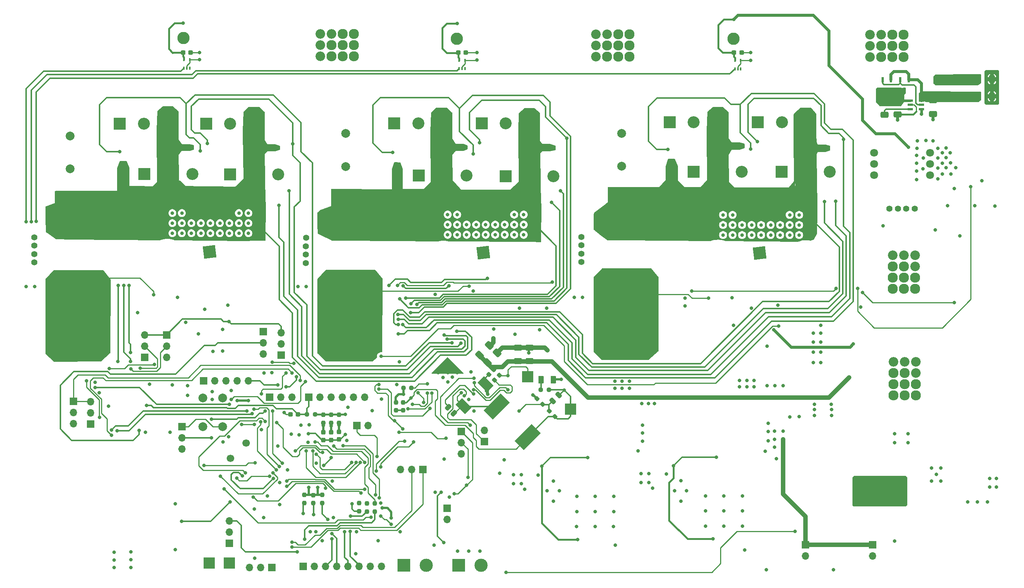
<source format=gbr>
%TF.GenerationSoftware,KiCad,Pcbnew,7.0.1*%
%TF.CreationDate,2023-11-27T14:14:32+03:00*%
%TF.ProjectId,motordriver,6d6f746f-7264-4726-9976-65722e6b6963,rev?*%
%TF.SameCoordinates,Original*%
%TF.FileFunction,Copper,L4,Bot*%
%TF.FilePolarity,Positive*%
%FSLAX46Y46*%
G04 Gerber Fmt 4.6, Leading zero omitted, Abs format (unit mm)*
G04 Created by KiCad (PCBNEW 7.0.1) date 2023-11-27 14:14:32*
%MOMM*%
%LPD*%
G01*
G04 APERTURE LIST*
G04 Aperture macros list*
%AMRoundRect*
0 Rectangle with rounded corners*
0 $1 Rounding radius*
0 $2 $3 $4 $5 $6 $7 $8 $9 X,Y pos of 4 corners*
0 Add a 4 corners polygon primitive as box body*
4,1,4,$2,$3,$4,$5,$6,$7,$8,$9,$2,$3,0*
0 Add four circle primitives for the rounded corners*
1,1,$1+$1,$2,$3*
1,1,$1+$1,$4,$5*
1,1,$1+$1,$6,$7*
1,1,$1+$1,$8,$9*
0 Add four rect primitives between the rounded corners*
20,1,$1+$1,$2,$3,$4,$5,0*
20,1,$1+$1,$4,$5,$6,$7,0*
20,1,$1+$1,$6,$7,$8,$9,0*
20,1,$1+$1,$8,$9,$2,$3,0*%
%AMHorizOval*
0 Thick line with rounded ends*
0 $1 width*
0 $2 $3 position (X,Y) of the first rounded end (center of the circle)*
0 $4 $5 position (X,Y) of the second rounded end (center of the circle)*
0 Add line between two ends*
20,1,$1,$2,$3,$4,$5,0*
0 Add two circle primitives to create the rounded ends*
1,1,$1,$2,$3*
1,1,$1,$4,$5*%
%AMRotRect*
0 Rectangle, with rotation*
0 The origin of the aperture is its center*
0 $1 length*
0 $2 width*
0 $3 Rotation angle, in degrees counterclockwise*
0 Add horizontal line*
21,1,$1,$2,0,0,$3*%
G04 Aperture macros list end*
%TA.AperFunction,ComponentPad*%
%ADD10R,2.715000X2.715000*%
%TD*%
%TA.AperFunction,ComponentPad*%
%ADD11C,2.715000*%
%TD*%
%TA.AperFunction,ComponentPad*%
%ADD12R,1.700000X1.700000*%
%TD*%
%TA.AperFunction,ComponentPad*%
%ADD13O,1.700000X1.700000*%
%TD*%
%TA.AperFunction,ComponentPad*%
%ADD14C,2.175000*%
%TD*%
%TA.AperFunction,ComponentPad*%
%ADD15C,2.300000*%
%TD*%
%TA.AperFunction,ComponentPad*%
%ADD16C,1.800000*%
%TD*%
%TA.AperFunction,ComponentPad*%
%ADD17C,1.416000*%
%TD*%
%TA.AperFunction,ComponentPad*%
%ADD18C,2.000000*%
%TD*%
%TA.AperFunction,ComponentPad*%
%ADD19R,3.000000X3.000000*%
%TD*%
%TA.AperFunction,ComponentPad*%
%ADD20C,3.000000*%
%TD*%
%TA.AperFunction,ComponentPad*%
%ADD21R,2.500000X2.500000*%
%TD*%
%TA.AperFunction,ComponentPad*%
%ADD22C,1.700000*%
%TD*%
%TA.AperFunction,SMDPad,CuDef*%
%ADD23RoundRect,0.237500X-0.237500X0.250000X-0.237500X-0.250000X0.237500X-0.250000X0.237500X0.250000X0*%
%TD*%
%TA.AperFunction,SMDPad,CuDef*%
%ADD24RoundRect,0.237500X0.237500X-0.250000X0.237500X0.250000X-0.237500X0.250000X-0.237500X-0.250000X0*%
%TD*%
%TA.AperFunction,SMDPad,CuDef*%
%ADD25RoundRect,0.250000X-0.167938X0.751301X-0.751301X0.167938X0.167938X-0.751301X0.751301X-0.167938X0*%
%TD*%
%TA.AperFunction,SMDPad,CuDef*%
%ADD26RoundRect,0.237500X-0.300000X-0.237500X0.300000X-0.237500X0.300000X0.237500X-0.300000X0.237500X0*%
%TD*%
%TA.AperFunction,SMDPad,CuDef*%
%ADD27RoundRect,0.250000X-0.400000X-0.625000X0.400000X-0.625000X0.400000X0.625000X-0.400000X0.625000X0*%
%TD*%
%TA.AperFunction,SMDPad,CuDef*%
%ADD28RoundRect,0.237500X0.237500X-0.300000X0.237500X0.300000X-0.237500X0.300000X-0.237500X-0.300000X0*%
%TD*%
%TA.AperFunction,SMDPad,CuDef*%
%ADD29R,0.400000X0.650000*%
%TD*%
%TA.AperFunction,SMDPad,CuDef*%
%ADD30R,0.600000X1.300000*%
%TD*%
%TA.AperFunction,SMDPad,CuDef*%
%ADD31RoundRect,0.237500X-0.250000X-0.237500X0.250000X-0.237500X0.250000X0.237500X-0.250000X0.237500X0*%
%TD*%
%TA.AperFunction,SMDPad,CuDef*%
%ADD32RoundRect,0.237500X0.344715X-0.008839X-0.008839X0.344715X-0.344715X0.008839X0.008839X-0.344715X0*%
%TD*%
%TA.AperFunction,SMDPad,CuDef*%
%ADD33RoundRect,0.250000X0.159099X-0.512652X0.512652X-0.159099X-0.159099X0.512652X-0.512652X0.159099X0*%
%TD*%
%TA.AperFunction,SMDPad,CuDef*%
%ADD34RoundRect,0.250000X-0.650000X0.412500X-0.650000X-0.412500X0.650000X-0.412500X0.650000X0.412500X0*%
%TD*%
%TA.AperFunction,SMDPad,CuDef*%
%ADD35RoundRect,0.250000X0.375000X0.625000X-0.375000X0.625000X-0.375000X-0.625000X0.375000X-0.625000X0*%
%TD*%
%TA.AperFunction,SMDPad,CuDef*%
%ADD36RoundRect,0.250000X0.512652X0.159099X0.159099X0.512652X-0.512652X-0.159099X-0.159099X-0.512652X0*%
%TD*%
%TA.AperFunction,SMDPad,CuDef*%
%ADD37RotRect,2.050000X3.050000X45.000000*%
%TD*%
%TA.AperFunction,SMDPad,CuDef*%
%ADD38R,2.500000X2.500000*%
%TD*%
%TA.AperFunction,SMDPad,CuDef*%
%ADD39R,1.200000X0.600000*%
%TD*%
%TA.AperFunction,ComponentPad*%
%ADD40RotRect,2.800000X2.800000X97.000000*%
%TD*%
%TA.AperFunction,ComponentPad*%
%ADD41HorizOval,2.800000X0.000000X0.000000X0.000000X0.000000X0*%
%TD*%
%TA.AperFunction,SMDPad,CuDef*%
%ADD42RotRect,2.900000X5.400000X315.000000*%
%TD*%
%TA.AperFunction,ViaPad*%
%ADD43C,0.800000*%
%TD*%
%TA.AperFunction,Conductor*%
%ADD44C,0.250000*%
%TD*%
%TA.AperFunction,Conductor*%
%ADD45C,0.381000*%
%TD*%
%TA.AperFunction,Conductor*%
%ADD46C,1.000000*%
%TD*%
%TA.AperFunction,Conductor*%
%ADD47C,0.500000*%
%TD*%
%TA.AperFunction,Conductor*%
%ADD48C,0.400000*%
%TD*%
%TA.AperFunction,Conductor*%
%ADD49C,0.635000*%
%TD*%
%TA.AperFunction,Conductor*%
%ADD50C,0.300000*%
%TD*%
%TA.AperFunction,Conductor*%
%ADD51C,0.600000*%
%TD*%
%TA.AperFunction,Conductor*%
%ADD52C,0.254000*%
%TD*%
G04 APERTURE END LIST*
D10*
%TO.P,Q11,1,G*%
%TO.N,Net-(D20-K)*%
X190850000Y-51730000D03*
D11*
%TO.P,Q11,2,D*%
%TO.N,+48V*%
X196300000Y-51730000D03*
%TO.P,Q11,3,S*%
%TO.N,/MOSFET CAP/PH_W_IN*%
X201750000Y-51730000D03*
%TD*%
D12*
%TO.P,J15,1,Pin_1*%
%TO.N,/GATEDRIVER/ISENC*%
X35450000Y-115200000D03*
D13*
%TO.P,J15,2,Pin_2*%
%TO.N,/MCU/PA0_ADC1_IN1_ISEN_C*%
X35450000Y-117740000D03*
%TO.P,J15,3,Pin_3*%
%TO.N,/LEVEL CONVERTER/CS_PH_W_ADC*%
X35450000Y-120280000D03*
%TD*%
D14*
%TO.P,WSC3,1,1*%
%TO.N,Earth_Protective*%
X226700000Y-106200000D03*
%TO.P,WSC3,2,2*%
X224160000Y-106200000D03*
%TO.P,WSC3,3,3*%
X221620000Y-106200000D03*
%TO.P,WSC3,4,4*%
X226700000Y-108740000D03*
D15*
%TO.P,WSC3,5,5*%
X224160000Y-108740000D03*
%TO.P,WSC3,6,6*%
X221620000Y-108740000D03*
%TO.P,WSC3,7,7*%
X226700000Y-111280000D03*
%TO.P,WSC3,8,8*%
X224160000Y-111280000D03*
%TO.P,WSC3,9,9*%
X221620000Y-111280000D03*
%TO.P,WSC3,10,10*%
X226700000Y-113820000D03*
%TO.P,WSC3,11,11*%
X224160000Y-113820000D03*
%TO.P,WSC3,12,12*%
X221620000Y-113820000D03*
%TD*%
D12*
%TO.P,J2,1,Pin_1*%
%TO.N,/GATEDRIVER/VR_VIN*%
X128750000Y-124345000D03*
D13*
%TO.P,J2,2,Pin_2*%
%TO.N,GND*%
X128750000Y-121805000D03*
%TD*%
D14*
%TO.P,WSC7,1,1*%
%TO.N,+48V*%
X91490800Y-31699200D03*
%TO.P,WSC7,2,2*%
X91490800Y-34239200D03*
%TO.P,WSC7,3,3*%
X91490800Y-36779200D03*
%TO.P,WSC7,4,4*%
X94030800Y-31699200D03*
D15*
%TO.P,WSC7,5,5*%
X94030800Y-34239200D03*
%TO.P,WSC7,6,6*%
X94030800Y-36779200D03*
%TO.P,WSC7,7,7*%
X96570800Y-31699200D03*
%TO.P,WSC7,8,8*%
X96570800Y-34239200D03*
%TO.P,WSC7,9,9*%
X96570800Y-36779200D03*
%TO.P,WSC7,10,10*%
X99110800Y-31699200D03*
%TO.P,WSC7,11,11*%
X99110800Y-34239200D03*
%TO.P,WSC7,12,12*%
X99110800Y-36779200D03*
%TD*%
D12*
%TO.P,J4,1,Pin_1*%
%TO.N,/MCU/MOTOR_TEMP_SENSE*%
X88870000Y-114220000D03*
D13*
%TO.P,J4,2,Pin_2*%
%TO.N,Net-(J4-Pin_2)*%
X91410000Y-114220000D03*
%TO.P,J4,3,Pin_3*%
%TO.N,Net-(J4-Pin_3)*%
X93950000Y-114220000D03*
%TO.P,J4,4,Pin_4*%
%TO.N,Net-(J4-Pin_4)*%
X96490000Y-114220000D03*
%TO.P,J4,5,Pin_5*%
%TO.N,GND*%
X99030000Y-114220000D03*
%TO.P,J4,6,Pin_6*%
%TO.N,+5V*%
X101570000Y-114220000D03*
%TD*%
D14*
%TO.P,WSC8,1,1*%
%TO.N,+48V*%
X154076400Y-31800800D03*
%TO.P,WSC8,2,2*%
X154076400Y-34340800D03*
%TO.P,WSC8,3,3*%
X154076400Y-36880800D03*
%TO.P,WSC8,4,4*%
X156616400Y-31800800D03*
D15*
%TO.P,WSC8,5,5*%
X156616400Y-34340800D03*
%TO.P,WSC8,6,6*%
X156616400Y-36880800D03*
%TO.P,WSC8,7,7*%
X159156400Y-31800800D03*
%TO.P,WSC8,8,8*%
X159156400Y-34340800D03*
%TO.P,WSC8,9,9*%
X159156400Y-36880800D03*
%TO.P,WSC8,10,10*%
X161696400Y-31800800D03*
%TO.P,WSC8,11,11*%
X161696400Y-34340800D03*
%TO.P,WSC8,12,12*%
X161696400Y-36880800D03*
%TD*%
D10*
%TO.P,Q1,1,G*%
%TO.N,Net-(D11-K)*%
X45996000Y-52070000D03*
D11*
%TO.P,Q1,2,D*%
%TO.N,+48V*%
X51446000Y-52070000D03*
%TO.P,Q1,3,S*%
%TO.N,/MOSFET CAP/PH_U_IN*%
X56896000Y-52070000D03*
%TD*%
D16*
%TO.P,LESR1,1,IN_1*%
%TO.N,/MOSFET CAP/PH_U_IN*%
X34225000Y-74400000D03*
%TO.P,LESR1,2,IN_2*%
X36765000Y-74400000D03*
%TO.P,LESR1,3,IN_3*%
X39305000Y-74400000D03*
%TO.P,LESR1,8,OUT_1*%
%TO.N,/MOSFET CAP/PH_U*%
X39305000Y-87100000D03*
%TO.P,LESR1,9,OUT_2*%
X36765000Y-87100000D03*
%TO.P,LESR1,10,OUT_3*%
X34225000Y-87100000D03*
D17*
%TO.P,LESR1,11,VREF*%
%TO.N,unconnected-(LESR1-VREF-Pad11)*%
X26595000Y-83607000D03*
%TO.P,LESR1,12,VOUT*%
%TO.N,/LEVEL CONVERTER/CS_PH_U_RAW*%
X26595000Y-81703000D03*
%TO.P,LESR1,13,GND*%
%TO.N,GND*%
X26595000Y-79797000D03*
%TO.P,LESR1,14,+UC*%
%TO.N,+5V*%
X26605000Y-77892000D03*
%TD*%
D12*
%TO.P,J1,1,Pin_1*%
%TO.N,Net-(J1-Pin_1)*%
X99817000Y-120700000D03*
D13*
%TO.P,J1,2,Pin_2*%
%TO.N,GND*%
X102357000Y-120700000D03*
%TD*%
D10*
%TO.P,Q6,1,G*%
%TO.N,Net-(D16-K)*%
X113828000Y-63862000D03*
D11*
%TO.P,Q6,2,D*%
%TO.N,/MOSFET CAP/PH_V_IN*%
X119278000Y-63862000D03*
%TO.P,Q6,3,S*%
%TO.N,/MOSFET CAP/SB_IN*%
X124728000Y-63862000D03*
%TD*%
D14*
%TO.P,WSC6,1,1*%
%TO.N,/MOSFET CAP/PH_W*%
X163500000Y-94500000D03*
%TO.P,WSC6,2,2*%
X160960000Y-94500000D03*
%TO.P,WSC6,3,3*%
X158420000Y-94500000D03*
%TO.P,WSC6,4,4*%
X163500000Y-97040000D03*
D15*
%TO.P,WSC6,5,5*%
X160960000Y-97040000D03*
%TO.P,WSC6,6,6*%
X158420000Y-97040000D03*
%TO.P,WSC6,7,7*%
X163500000Y-99580000D03*
%TO.P,WSC6,8,8*%
X160960000Y-99580000D03*
%TO.P,WSC6,9,9*%
X158420000Y-99580000D03*
%TO.P,WSC6,10,10*%
X163500000Y-102120000D03*
%TO.P,WSC6,11,11*%
X160960000Y-102120000D03*
%TO.P,WSC6,12,12*%
X158420000Y-102120000D03*
%TD*%
D12*
%TO.P,J5,1,Pin_1*%
%TO.N,/MCU/PB11_USART3_RX*%
X114780000Y-130700000D03*
D13*
%TO.P,J5,2,Pin_2*%
%TO.N,/MCU/PB10_USART3_TX*%
X112240000Y-130700000D03*
%TO.P,J5,3,Pin_3*%
%TO.N,GND*%
X109700000Y-130700000D03*
%TD*%
D18*
%TO.P,SW1,1,1*%
%TO.N,GND*%
X64842000Y-120904000D03*
X64842000Y-114404000D03*
%TO.P,SW1,2,2*%
%TO.N,/MCU/NRST*%
X69342000Y-120904000D03*
X69342000Y-114404000D03*
%TD*%
D19*
%TO.P,J7,1,Pin_1*%
%TO.N,/MCU/CANL*%
X122936000Y-152400000D03*
D20*
%TO.P,J7,2,Pin_2*%
%TO.N,/MCU/CANH*%
X128016000Y-152400000D03*
%TD*%
D10*
%TO.P,Q12,1,G*%
%TO.N,Net-(D19-K)*%
X176300000Y-63000000D03*
D11*
%TO.P,Q12,2,D*%
%TO.N,/MOSFET CAP/PH_W_IN*%
X181750000Y-63000000D03*
%TO.P,Q12,3,S*%
%TO.N,/MOSFET CAP/SC_IN*%
X187200000Y-63000000D03*
%TD*%
D18*
%TO.P,C116,1*%
%TO.N,+48V*%
X159918400Y-54250000D03*
%TO.P,C116,2*%
%TO.N,GNDD*%
X159918400Y-61750000D03*
%TD*%
D14*
%TO.P,WSC2,1,1*%
%TO.N,GND*%
X226568000Y-81940400D03*
%TO.P,WSC2,2,2*%
X224028000Y-81940400D03*
%TO.P,WSC2,3,3*%
X221488000Y-81940400D03*
%TO.P,WSC2,4,4*%
X226568000Y-84480400D03*
D15*
%TO.P,WSC2,5,5*%
X224028000Y-84480400D03*
%TO.P,WSC2,6,6*%
X221488000Y-84480400D03*
%TO.P,WSC2,7,7*%
X226568000Y-87020400D03*
%TO.P,WSC2,8,8*%
X224028000Y-87020400D03*
%TO.P,WSC2,9,9*%
X221488000Y-87020400D03*
%TO.P,WSC2,10,10*%
X226568000Y-89560400D03*
%TO.P,WSC2,11,11*%
X224028000Y-89560400D03*
%TO.P,WSC2,12,12*%
X221488000Y-89560400D03*
%TD*%
D12*
%TO.P,J9,1,Pin_1*%
%TO.N,+5V*%
X87590000Y-152660000D03*
D13*
%TO.P,J9,2,Pin_2*%
%TO.N,GND*%
X90130000Y-152660000D03*
%TO.P,J9,3,Pin_3*%
%TO.N,/MOSFET CAP/A_IN1*%
X92670000Y-152660000D03*
%TO.P,J9,4,Pin_4*%
%TO.N,/MOSFET CAP/A'_IN1*%
X95210000Y-152660000D03*
%TO.P,J9,5,Pin_5*%
%TO.N,/MOSFET CAP/B_IN1*%
X97750000Y-152660000D03*
%TO.P,J9,6,Pin_6*%
%TO.N,/MOSFET CAP/B'_IN1*%
X100290000Y-152660000D03*
%TO.P,J9,7,Pin_7*%
%TO.N,/MOSFET CAP/Z_IN1*%
X102830000Y-152660000D03*
%TO.P,J9,8,Pin_8*%
%TO.N,/MOSFET CAP/Z'_IN1*%
X105370000Y-152660000D03*
%TD*%
D12*
%TO.P,J16,1,Pin_1*%
%TO.N,/LEVEL CONVERTER/CS_PH_U_ADC*%
X56591200Y-100091000D03*
D13*
%TO.P,J16,2,Pin_2*%
%TO.N,/MCU/MUX_A0*%
X56591200Y-102631000D03*
%TO.P,J16,3,Pin_3*%
%TO.N,/GATEDRIVER/ISENA*%
X56591200Y-105171000D03*
%TD*%
D12*
%TO.P,J14,1,Pin_1*%
%TO.N,/GATEDRIVER/ISENB*%
X82600000Y-104625000D03*
D13*
%TO.P,J14,2,Pin_2*%
%TO.N,/MCU/PA1_ADC2_IN2_ISEN_B*%
X82600000Y-102085000D03*
%TO.P,J14,3,Pin_3*%
%TO.N,/LEVEL CONVERTER/CS_PH_U_ADC*%
X82600000Y-99545000D03*
%TD*%
D12*
%TO.P,J13,1,Pin_1*%
%TO.N,/GATEDRIVER/ISENA*%
X51612800Y-105156000D03*
D13*
%TO.P,J13,2,Pin_2*%
%TO.N,/MCU/PB0_ADC1_IN15_ISEN_A*%
X51612800Y-102616000D03*
%TO.P,J13,3,Pin_3*%
%TO.N,/LEVEL CONVERTER/CS_PH_U_ADC*%
X51612800Y-100076000D03*
%TD*%
D10*
%TO.P,Q10,1,G*%
%TO.N,Net-(D25-K)*%
X196250000Y-63000000D03*
D11*
%TO.P,Q10,2,D*%
%TO.N,/MOSFET CAP/PH_W_IN*%
X201700000Y-63000000D03*
%TO.P,Q10,3,S*%
%TO.N,/MOSFET CAP/SC_IN*%
X207150000Y-63000000D03*
%TD*%
D12*
%TO.P,M2,1,+*%
%TO.N,+12V*%
X216865200Y-147777200D03*
D13*
%TO.P,M2,2,-*%
%TO.N,Net-(M2--)*%
X216865200Y-150317200D03*
%TD*%
D12*
%TO.P,J3,1,Pin_1*%
%TO.N,+3V3*%
X80503000Y-152908000D03*
D13*
%TO.P,J3,2,Pin_2*%
%TO.N,Net-(J3-Pin_2)*%
X77963000Y-152908000D03*
%TO.P,J3,3,Pin_3*%
%TO.N,GND*%
X75423000Y-152908000D03*
%TD*%
D10*
%TO.P,Q7,1,G*%
%TO.N,Net-(D17-K)*%
X128143000Y-51990000D03*
D11*
%TO.P,Q7,2,D*%
%TO.N,+48V*%
X133593000Y-51990000D03*
%TO.P,Q7,3,S*%
%TO.N,/MOSFET CAP/PH_V_IN*%
X139043000Y-51990000D03*
%TD*%
D10*
%TO.P,Q9,1,G*%
%TO.N,Net-(D22-K)*%
X170850000Y-51730000D03*
D11*
%TO.P,Q9,2,D*%
%TO.N,+48V*%
X176300000Y-51730000D03*
%TO.P,Q9,3,S*%
%TO.N,/MOSFET CAP/PH_W_IN*%
X181750000Y-51730000D03*
%TD*%
D12*
%TO.P,M1,1,+*%
%TO.N,+12V*%
X201676000Y-147721400D03*
D13*
%TO.P,M1,2,-*%
%TO.N,Net-(M1--)*%
X201676000Y-150261400D03*
%TD*%
D21*
%TO.P,TP8,1,1*%
%TO.N,/MCU/PA4_DAC1_OUT1*%
X66294000Y-151892000D03*
%TD*%
D14*
%TO.P,WSC5,1,1*%
%TO.N,/MOSFET CAP/PH_V*%
X100750000Y-94920000D03*
%TO.P,WSC5,2,2*%
X98210000Y-94920000D03*
%TO.P,WSC5,3,3*%
X95670000Y-94920000D03*
%TO.P,WSC5,4,4*%
X100750000Y-97460000D03*
D15*
%TO.P,WSC5,5,5*%
X98210000Y-97460000D03*
%TO.P,WSC5,6,6*%
X95670000Y-97460000D03*
%TO.P,WSC5,7,7*%
X100750000Y-100000000D03*
%TO.P,WSC5,8,8*%
X98210000Y-100000000D03*
%TO.P,WSC5,9,9*%
X95670000Y-100000000D03*
%TO.P,WSC5,10,10*%
X100750000Y-102540000D03*
%TO.P,WSC5,11,11*%
X98210000Y-102540000D03*
%TO.P,WSC5,12,12*%
X95670000Y-102540000D03*
%TD*%
D18*
%TO.P,C96,1*%
%TO.N,+48V*%
X34671000Y-54857000D03*
%TO.P,C96,2*%
%TO.N,GNDD*%
X34671000Y-62357000D03*
%TD*%
D12*
%TO.P,J17,1,Pin_1*%
%TO.N,/LEVEL CONVERTER/CS_PH_V_ADC*%
X78587600Y-99360000D03*
D13*
%TO.P,J17,2,Pin_2*%
%TO.N,/MCU/MUX_A1*%
X78587600Y-101900000D03*
%TO.P,J17,3,Pin_3*%
%TO.N,/GATEDRIVER/ISENB*%
X78587600Y-104440000D03*
%TD*%
D10*
%TO.P,Q2,1,G*%
%TO.N,Net-(D12-K)*%
X51584000Y-63528000D03*
D11*
%TO.P,Q2,2,D*%
%TO.N,/MOSFET CAP/PH_U_IN*%
X57034000Y-63528000D03*
%TO.P,Q2,3,S*%
%TO.N,/MOSFET CAP/SA_IN*%
X62484000Y-63528000D03*
%TD*%
D14*
%TO.P,WSC1,1,1*%
%TO.N,+48V*%
X216306400Y-31851600D03*
%TO.P,WSC1,2,2*%
X216306400Y-34391600D03*
%TO.P,WSC1,3,3*%
X216306400Y-36931600D03*
%TO.P,WSC1,4,4*%
X218846400Y-31851600D03*
D15*
%TO.P,WSC1,5,5*%
X218846400Y-34391600D03*
%TO.P,WSC1,6,6*%
X218846400Y-36931600D03*
%TO.P,WSC1,7,7*%
X221386400Y-31851600D03*
%TO.P,WSC1,8,8*%
X221386400Y-34391600D03*
%TO.P,WSC1,9,9*%
X221386400Y-36931600D03*
%TO.P,WSC1,10,10*%
X223926400Y-31851600D03*
%TO.P,WSC1,11,11*%
X223926400Y-34391600D03*
%TO.P,WSC1,12,12*%
X223926400Y-36931600D03*
%TD*%
D12*
%TO.P,J12,1,Pin_1*%
%TO.N,/MCU/DAC_OUT2*%
X70866000Y-147432000D03*
D13*
%TO.P,J12,2,Pin_2*%
%TO.N,/MCU/PA5_DAC1_OUT2*%
X70866000Y-144892000D03*
%TO.P,J12,3,Pin_3*%
%TO.N,/MCU/R{slash}E*%
X70866000Y-142352000D03*
%TD*%
D12*
%TO.P,J6,1,Pin_1*%
%TO.N,Net-(J6-Pin_1)*%
X120280000Y-139475000D03*
D13*
%TO.P,J6,2,Pin_2*%
%TO.N,/MCU/CANL*%
X120280000Y-142015000D03*
%TD*%
D22*
%TO.P,Y2,1,1*%
%TO.N,/MCU/OSC_OUT*%
X71122233Y-128157767D03*
%TO.P,Y2,2,2*%
%TO.N,/MCU/OSC_IN*%
X74657767Y-124622233D03*
%TD*%
D12*
%TO.P,J18,1,Pin_1*%
%TO.N,/LEVEL CONVERTER/CS_PH_W_ADC*%
X39400000Y-120310000D03*
D13*
%TO.P,J18,2,Pin_2*%
%TO.N,/MCU/MUX_A2*%
X39400000Y-117770000D03*
%TO.P,J18,3,Pin_3*%
%TO.N,/GATEDRIVER/ISENC*%
X39400000Y-115230000D03*
%TD*%
D14*
%TO.P,WSC4,1,1*%
%TO.N,/MOSFET CAP/PH_U*%
X39000000Y-94920000D03*
%TO.P,WSC4,2,2*%
X36460000Y-94920000D03*
%TO.P,WSC4,3,3*%
X33920000Y-94920000D03*
%TO.P,WSC4,4,4*%
X39000000Y-97460000D03*
D15*
%TO.P,WSC4,5,5*%
X36460000Y-97460000D03*
%TO.P,WSC4,6,6*%
X33920000Y-97460000D03*
%TO.P,WSC4,7,7*%
X39000000Y-100000000D03*
%TO.P,WSC4,8,8*%
X36460000Y-100000000D03*
%TO.P,WSC4,9,9*%
X33920000Y-100000000D03*
%TO.P,WSC4,10,10*%
X39000000Y-102540000D03*
%TO.P,WSC4,11,11*%
X36460000Y-102540000D03*
%TO.P,WSC4,12,12*%
X33920000Y-102540000D03*
%TD*%
D10*
%TO.P,Q3,1,G*%
%TO.N,Net-(D14-K)*%
X65607000Y-52088000D03*
D11*
%TO.P,Q3,2,D*%
%TO.N,+48V*%
X71057000Y-52088000D03*
%TO.P,Q3,3,S*%
%TO.N,/MOSFET CAP/PH_U_IN*%
X76507000Y-52088000D03*
%TD*%
D16*
%TO.P,LESR4,1,IN_1*%
%TO.N,GNDD*%
X217233000Y-63794800D03*
%TO.P,LESR4,2,IN_2*%
X217233000Y-61254800D03*
%TO.P,LESR4,3,IN_3*%
X217233000Y-58714800D03*
%TO.P,LESR4,8,OUT_1*%
%TO.N,GND*%
X229933000Y-58714800D03*
%TO.P,LESR4,9,OUT_2*%
X229933000Y-61254800D03*
%TO.P,LESR4,10,OUT_3*%
X229933000Y-63794800D03*
D17*
%TO.P,LESR4,11,VREF*%
%TO.N,unconnected-(LESR4-VREF-Pad11)*%
X226440000Y-71424800D03*
%TO.P,LESR4,12,VOUT*%
%TO.N,/GATEDRIVER/CS_DC_V*%
X224536000Y-71424800D03*
%TO.P,LESR4,13,GND*%
%TO.N,GND*%
X222630000Y-71424800D03*
%TO.P,LESR4,14,+UC*%
%TO.N,+5V*%
X220725000Y-71414800D03*
%TD*%
D12*
%TO.P,J20,1,Pin_1*%
%TO.N,/MCU/NRST*%
X60080000Y-120930000D03*
D13*
%TO.P,J20,2,Pin_2*%
%TO.N,/MCU/PG10_OUT*%
X60080000Y-123470000D03*
%TO.P,J20,3,Pin_3*%
%TO.N,/MCU/PG10_MUX_S2*%
X60080000Y-126010000D03*
%TD*%
D19*
%TO.P,J11,1,Pin_1*%
%TO.N,/MCU/A_OUT*%
X110490000Y-152400000D03*
D20*
%TO.P,J11,2,Pin_2*%
%TO.N,/MCU/B_OUT*%
X115570000Y-152400000D03*
%TD*%
D12*
%TO.P,J10,1,Pin_1*%
%TO.N,/MCU/PA11_FDCAN1_RX*%
X123550000Y-122040000D03*
D13*
%TO.P,J10,2,Pin_2*%
%TO.N,/MCU/PA12_FDCAN1_TX*%
X123550000Y-124580000D03*
%TO.P,J10,3,Pin_3*%
%TO.N,GND*%
X123550000Y-127120000D03*
%TD*%
D10*
%TO.P,Q4,1,G*%
%TO.N,Net-(D13-K)*%
X71057000Y-63588000D03*
D11*
%TO.P,Q4,2,D*%
%TO.N,/MOSFET CAP/PH_U_IN*%
X76507000Y-63588000D03*
%TO.P,Q4,3,S*%
%TO.N,/MOSFET CAP/SA_IN*%
X81957000Y-63588000D03*
%TD*%
D16*
%TO.P,LESR2,1,IN_1*%
%TO.N,/MOSFET CAP/PH_V_IN*%
X95880000Y-74543000D03*
%TO.P,LESR2,2,IN_2*%
X98420000Y-74543000D03*
%TO.P,LESR2,3,IN_3*%
X100960000Y-74543000D03*
%TO.P,LESR2,8,OUT_1*%
%TO.N,/MOSFET CAP/PH_V*%
X100960000Y-87243000D03*
%TO.P,LESR2,9,OUT_2*%
X98420000Y-87243000D03*
%TO.P,LESR2,10,OUT_3*%
X95880000Y-87243000D03*
D17*
%TO.P,LESR2,11,VREF*%
%TO.N,unconnected-(LESR2-VREF-Pad11)*%
X88250000Y-83750000D03*
%TO.P,LESR2,12,VOUT*%
%TO.N,/LEVEL CONVERTER/CS_PH_V_RAW*%
X88250000Y-81846000D03*
%TO.P,LESR2,13,GND*%
%TO.N,GND*%
X88250000Y-79940000D03*
%TO.P,LESR2,14,+UC*%
%TO.N,+5V*%
X88260000Y-78035000D03*
%TD*%
D10*
%TO.P,Q8,1,G*%
%TO.N,Net-(D18-K)*%
X133550000Y-64000000D03*
D11*
%TO.P,Q8,2,D*%
%TO.N,/MOSFET CAP/PH_V_IN*%
X139000000Y-64000000D03*
%TO.P,Q8,3,S*%
%TO.N,/MOSFET CAP/SB_IN*%
X144450000Y-64000000D03*
%TD*%
D12*
%TO.P,J19,1,Pin_1*%
%TO.N,/MCU/BOOT0*%
X80020000Y-114210000D03*
D13*
%TO.P,J19,2,Pin_2*%
%TO.N,/MCU/PB8_OUT*%
X82560000Y-114210000D03*
%TO.P,J19,3,Pin_3*%
%TO.N,/ENCODER_PH_W*%
X85100000Y-114210000D03*
%TD*%
D12*
%TO.P,J8,1,Pin_1*%
%TO.N,/MCU/3V3_MCU*%
X65024000Y-110490000D03*
D13*
%TO.P,J8,2,Pin_2*%
%TO.N,GND*%
X67564000Y-110490000D03*
%TO.P,J8,3,Pin_3*%
%TO.N,/MCU/NRST*%
X70104000Y-110490000D03*
%TO.P,J8,4,Pin_4*%
%TO.N,/MCU/SWDIO*%
X72644000Y-110490000D03*
%TO.P,J8,5,Pin_5*%
%TO.N,/MCU/SWCLK*%
X75184000Y-110490000D03*
%TD*%
D18*
%TO.P,C95,1*%
%TO.N,+48V*%
X97282000Y-54289000D03*
%TO.P,C95,2*%
%TO.N,GNDD*%
X97282000Y-61789000D03*
%TD*%
D21*
%TO.P,TP9,1,1*%
%TO.N,/MCU/DAC_OUT2*%
X70844000Y-151892000D03*
%TD*%
D10*
%TO.P,Q5,1,G*%
%TO.N,Net-(D15-K)*%
X108300000Y-51990000D03*
D11*
%TO.P,Q5,2,D*%
%TO.N,+48V*%
X113750000Y-51990000D03*
%TO.P,Q5,3,S*%
%TO.N,/MOSFET CAP/PH_V_IN*%
X119200000Y-51990000D03*
%TD*%
D16*
%TO.P,LESR3,1,IN_1*%
%TO.N,/MOSFET CAP/PH_W_IN*%
X158380000Y-74293000D03*
%TO.P,LESR3,2,IN_2*%
X160920000Y-74293000D03*
%TO.P,LESR3,3,IN_3*%
X163460000Y-74293000D03*
%TO.P,LESR3,8,OUT_1*%
%TO.N,/MOSFET CAP/PH_W*%
X163460000Y-86993000D03*
%TO.P,LESR3,9,OUT_2*%
X160920000Y-86993000D03*
%TO.P,LESR3,10,OUT_3*%
X158380000Y-86993000D03*
D17*
%TO.P,LESR3,11,VREF*%
%TO.N,unconnected-(LESR3-VREF-Pad11)*%
X150750000Y-83500000D03*
%TO.P,LESR3,12,VOUT*%
%TO.N,/LEVEL CONVERTER/CS_PH_W_RAW*%
X150750000Y-81596000D03*
%TO.P,LESR3,13,GND*%
%TO.N,GND*%
X150750000Y-79690000D03*
%TO.P,LESR3,14,+UC*%
%TO.N,+5V*%
X150760000Y-77785000D03*
%TD*%
D23*
%TO.P,R134,1*%
%TO.N,GND*%
X91970000Y-136427500D03*
%TO.P,R134,2*%
%TO.N,Net-(R134-Pad2)*%
X91970000Y-138252500D03*
%TD*%
D24*
%TO.P,R81,1*%
%TO.N,Net-(U4-VREF)*%
X110300000Y-117212500D03*
%TO.P,R81,2*%
%TO.N,VDC*%
X110300000Y-115387500D03*
%TD*%
%TO.P,R139,1*%
%TO.N,/MOSFET CAP/ENC_Z_3V3*%
X103886000Y-140208000D03*
%TO.P,R139,2*%
%TO.N,/ENCODER_PH_W*%
X103886000Y-138383000D03*
%TD*%
D25*
%TO.P,C82,1*%
%TO.N,GND*%
X131660854Y-104152746D03*
%TO.P,C82,2*%
%TO.N,+48V*%
X129451146Y-106362454D03*
%TD*%
D26*
%TO.P,C93,1*%
%TO.N,GND*%
X84735500Y-118110000D03*
%TO.P,C93,2*%
%TO.N,/MCU/MOTOR_TEMP_SENSE*%
X86460500Y-118110000D03*
%TD*%
D27*
%TO.P,R75,1*%
%TO.N,+48V*%
X240893600Y-41960800D03*
%TO.P,R75,2*%
%TO.N,VCC*%
X243993600Y-41960800D03*
%TD*%
D28*
%TO.P,C90,1*%
%TO.N,GND*%
X95760000Y-123810000D03*
%TO.P,C90,2*%
%TO.N,Net-(C90-Pad2)*%
X95760000Y-122085000D03*
%TD*%
D24*
%TO.P,R83,1*%
%TO.N,Net-(C92-Pad2)*%
X92202000Y-120038500D03*
%TO.P,R83,2*%
%TO.N,+3V3*%
X92202000Y-118213500D03*
%TD*%
D29*
%TO.P,U9,1,NC*%
%TO.N,unconnected-(U9-NC-Pad1)*%
X186959000Y-39619000D03*
%TO.P,U9,2,GND*%
%TO.N,GND*%
X186309000Y-39619000D03*
%TO.P,U9,3,V_{OUT}*%
%TO.N,/MCU/FET_TEMP_C*%
X185659000Y-39619000D03*
%TO.P,U9,4,V_{DD}*%
%TO.N,+3V3*%
X185659000Y-37719000D03*
%TO.P,U9,5,GND*%
%TO.N,GND*%
X186959000Y-37719000D03*
%TD*%
D30*
%TO.P,Q14,1,GATE*%
%TO.N,/IN_GATE*%
X219166400Y-42081600D03*
%TO.P,Q14,2,SOURCE*%
%TO.N,/IN_SOURCE*%
X221066400Y-42081600D03*
%TO.P,Q14,3,DRAIN*%
%TO.N,+48V*%
X220116400Y-44481600D03*
%TD*%
D31*
%TO.P,R80,1*%
%TO.N,Net-(D24-A)*%
X141581500Y-112522000D03*
%TO.P,R80,2*%
%TO.N,VDC*%
X143406500Y-112522000D03*
%TD*%
D24*
%TO.P,R82,1*%
%TO.N,Net-(U4-VREF)*%
X108700000Y-117212500D03*
%TO.P,R82,2*%
%TO.N,+3V3*%
X108700000Y-115387500D03*
%TD*%
D32*
%TO.P,R76,1*%
%TO.N,/GATEDRIVER/RT{slash}SD*%
X132145235Y-109245235D03*
%TO.P,R76,2*%
%TO.N,+48V*%
X130854765Y-107954765D03*
%TD*%
D26*
%TO.P,C114,1*%
%TO.N,+3V3*%
X122835500Y-35941000D03*
%TO.P,C114,2*%
%TO.N,GND*%
X124560500Y-35941000D03*
%TD*%
D33*
%TO.P,C84,1*%
%TO.N,/GATEDRIVER/FB*%
X144272000Y-115062000D03*
%TO.P,C84,2*%
%TO.N,VDC*%
X145615502Y-113718498D03*
%TD*%
D34*
%TO.P,C87,1*%
%TO.N,/IN_SOURCE*%
X230632000Y-46748300D03*
%TO.P,C87,2*%
%TO.N,GND*%
X230632000Y-49873300D03*
%TD*%
D23*
%TO.P,R136,1*%
%TO.N,GND*%
X87870000Y-136457500D03*
%TO.P,R136,2*%
%TO.N,Net-(R136-Pad2)*%
X87870000Y-138282500D03*
%TD*%
D32*
%TO.P,R79,1*%
%TO.N,/GATEDRIVER/FB*%
X141996235Y-115834235D03*
%TO.P,R79,2*%
%TO.N,GND*%
X140705765Y-114543765D03*
%TD*%
D35*
%TO.P,D24,1,K*%
%TO.N,GND*%
X144402000Y-110236000D03*
%TO.P,D24,2,A*%
%TO.N,Net-(D24-A)*%
X141602000Y-110236000D03*
%TD*%
D31*
%TO.P,R84,1*%
%TO.N,/MCU/MOTOR_TEMP_SENSE*%
X88495500Y-118110000D03*
%TO.P,R84,2*%
%TO.N,+3V3*%
X90320500Y-118110000D03*
%TD*%
D32*
%TO.P,R77,1*%
%TO.N,/GATEDRIVER/RCL*%
X131045235Y-110345235D03*
%TO.P,R77,2*%
%TO.N,GND*%
X129754765Y-109054765D03*
%TD*%
D29*
%TO.P,U7,1,NC*%
%TO.N,unconnected-(U7-NC-Pad1)*%
X61864000Y-39431000D03*
%TO.P,U7,2,GND*%
%TO.N,GND*%
X61214000Y-39431000D03*
%TO.P,U7,3,V_{OUT}*%
%TO.N,/MCU/FET_TEMP_A*%
X60564000Y-39431000D03*
%TO.P,U7,4,V_{DD}*%
%TO.N,+3V3*%
X60564000Y-37531000D03*
%TO.P,U7,5,GND*%
%TO.N,GND*%
X61864000Y-37531000D03*
%TD*%
D36*
%TO.P,C39,1*%
%TO.N,/GATEDRIVER/SW*%
X121861040Y-117899325D03*
%TO.P,C39,2*%
%TO.N,/GATEDRIVER/BST*%
X120517538Y-116555823D03*
%TD*%
D26*
%TO.P,C115,1*%
%TO.N,+3V3*%
X185446500Y-35941000D03*
%TO.P,C115,2*%
%TO.N,GND*%
X187171500Y-35941000D03*
%TD*%
D23*
%TO.P,R135,1*%
%TO.N,GND*%
X89900000Y-136467500D03*
%TO.P,R135,2*%
%TO.N,Net-(R135-Pad2)*%
X89900000Y-138292500D03*
%TD*%
D28*
%TO.P,C92,1*%
%TO.N,GND*%
X92202000Y-123952000D03*
%TO.P,C92,2*%
%TO.N,Net-(C92-Pad2)*%
X92202000Y-122227000D03*
%TD*%
D37*
%TO.P,D1,1,K*%
%TO.N,/GATEDRIVER/SW*%
X124000000Y-116300000D03*
%TO.P,D1,2,A*%
%TO.N,GND*%
X129020458Y-111279542D03*
%TD*%
D27*
%TO.P,R116,1*%
%TO.N,/IN_SOURCE*%
X240893600Y-45872400D03*
%TO.P,R116,2*%
%TO.N,VCC*%
X243993600Y-45872400D03*
%TD*%
D25*
%TO.P,C79,1*%
%TO.N,GND*%
X129882854Y-102425546D03*
%TO.P,C79,2*%
%TO.N,+48V*%
X127673146Y-104635254D03*
%TD*%
D32*
%TO.P,R78,1*%
%TO.N,VDC*%
X144790235Y-118628235D03*
%TO.P,R78,2*%
%TO.N,/GATEDRIVER/FB*%
X143499765Y-117337765D03*
%TD*%
D34*
%TO.P,C32,1*%
%TO.N,GND*%
X139000000Y-102937500D03*
%TO.P,C32,2*%
%TO.N,+48V*%
X139000000Y-106062500D03*
%TD*%
D24*
%TO.P,R138,1*%
%TO.N,/MOSFET CAP/ENC_B_3V3*%
X100330000Y-140104500D03*
%TO.P,R138,2*%
%TO.N,/ENCODER_PH_V*%
X100330000Y-138279500D03*
%TD*%
%TO.P,R137,1*%
%TO.N,/MOSFET CAP/ENC_A_3V3*%
X102108000Y-140208000D03*
%TO.P,R137,2*%
%TO.N,/ENCODER_PH_U*%
X102108000Y-138383000D03*
%TD*%
D38*
%TO.P,TP7,1,1*%
%TO.N,VDC*%
X148336000Y-116941600D03*
%TD*%
D39*
%TO.P,IC2,1,VCAP*%
%TO.N,Net-(IC2-VCAP)*%
X225470400Y-48752800D03*
%TO.P,IC2,2,GND*%
%TO.N,GND*%
X225470400Y-47802800D03*
%TO.P,IC2,3,EN*%
%TO.N,+48V*%
X225470400Y-46852800D03*
%TO.P,IC2,4,CATHODE*%
%TO.N,/IN_SOURCE*%
X227970400Y-46852800D03*
%TO.P,IC2,5,GATE*%
%TO.N,/IN_GATE*%
X227970400Y-47802800D03*
%TO.P,IC2,6,ANODE*%
%TO.N,+48V*%
X227970400Y-48752800D03*
%TD*%
D24*
%TO.P,R28,1*%
%TO.N,Net-(C90-Pad2)*%
X95758000Y-120038500D03*
%TO.P,R28,2*%
%TO.N,+3V3*%
X95758000Y-118213500D03*
%TD*%
%TO.P,R74,1*%
%TO.N,Net-(C91-Pad2)*%
X93980000Y-120038500D03*
%TO.P,R74,2*%
%TO.N,+3V3*%
X93980000Y-118213500D03*
%TD*%
D34*
%TO.P,C38,1*%
%TO.N,GND*%
X136400000Y-102937500D03*
%TO.P,C38,2*%
%TO.N,+48V*%
X136400000Y-106062500D03*
%TD*%
D38*
%TO.P,TP6,1,1*%
%TO.N,/GATEDRIVER/RT{slash}SD*%
X138557000Y-109601000D03*
%TD*%
D40*
%TO.P,C76,1*%
%TO.N,GNDD*%
X66372798Y-81248361D03*
D41*
%TO.P,C76,2*%
%TO.N,+48V*%
X60401200Y-32613600D03*
%TD*%
D31*
%TO.P,R68,1*%
%TO.N,+3V3*%
X110387500Y-112100000D03*
%TO.P,R68,2*%
%TO.N,/MCU/PA15_TIM1_BKIN_FAULT*%
X112212500Y-112100000D03*
%TD*%
D34*
%TO.P,C86,1*%
%TO.N,+48V*%
X219608400Y-46900700D03*
%TO.P,C86,2*%
%TO.N,Net-(IC2-VCAP)*%
X219608400Y-50025700D03*
%TD*%
D40*
%TO.P,C118,1*%
%TO.N,GNDD*%
X128501198Y-81400761D03*
D41*
%TO.P,C118,2*%
%TO.N,+48V*%
X122529600Y-32766000D03*
%TD*%
D28*
%TO.P,C91,1*%
%TO.N,GND*%
X93980000Y-123952000D03*
%TO.P,C91,2*%
%TO.N,Net-(C91-Pad2)*%
X93980000Y-122227000D03*
%TD*%
D34*
%TO.P,C85,1*%
%TO.N,+48V*%
X222605600Y-46849900D03*
%TO.P,C85,2*%
%TO.N,GND*%
X222605600Y-49974900D03*
%TD*%
D30*
%TO.P,Q13,1,GATE*%
%TO.N,/IN_GATE*%
X223179600Y-42081600D03*
%TO.P,Q13,2,SOURCE*%
%TO.N,/IN_SOURCE*%
X225079600Y-42081600D03*
%TO.P,Q13,3,DRAIN*%
%TO.N,+48V*%
X224129600Y-44481600D03*
%TD*%
D26*
%TO.P,C113,1*%
%TO.N,+3V3*%
X60351500Y-35941000D03*
%TO.P,C113,2*%
%TO.N,GND*%
X62076500Y-35941000D03*
%TD*%
D29*
%TO.P,U8,1,NC*%
%TO.N,unconnected-(U8-NC-Pad1)*%
X124348000Y-39558000D03*
%TO.P,U8,2,GND*%
%TO.N,GND*%
X123698000Y-39558000D03*
%TO.P,U8,3,V_{OUT}*%
%TO.N,/MCU/FET_TEMP_B*%
X123048000Y-39558000D03*
%TO.P,U8,4,V_{DD}*%
%TO.N,+3V3*%
X123048000Y-37658000D03*
%TO.P,U8,5,GND*%
%TO.N,GND*%
X124348000Y-37658000D03*
%TD*%
D40*
%TO.P,C120,1*%
%TO.N,GNDD*%
X191289998Y-81451561D03*
D41*
%TO.P,C120,2*%
%TO.N,+48V*%
X185318400Y-32816800D03*
%TD*%
D42*
%TO.P,L5,1,1*%
%TO.N,/GATEDRIVER/SW*%
X131572000Y-116332000D03*
%TO.P,L5,2,2*%
%TO.N,VDC*%
X138572358Y-123332358D03*
%TD*%
D43*
%TO.N,VCC*%
X245215284Y-45529500D03*
X243459000Y-132715000D03*
X242744666Y-43815981D03*
X245215284Y-40386000D03*
X245215284Y-47244000D03*
X245215284Y-43815000D03*
X245215284Y-42100500D03*
X242744666Y-40386981D03*
X235458000Y-92710000D03*
X242744666Y-47244981D03*
X242744666Y-42101481D03*
X242744666Y-45530481D03*
X243459000Y-134620000D03*
X244983000Y-134620000D03*
X214630000Y-90424000D03*
X244983000Y-132715000D03*
%TO.N,GND*%
X127100000Y-37600000D03*
X44719665Y-152968437D03*
X83319229Y-117669925D03*
X130830000Y-100840000D03*
X90500000Y-144800000D03*
X66990000Y-112980000D03*
X205100000Y-99700000D03*
X196596921Y-111596665D03*
X105230000Y-138260000D03*
X227000000Y-57700000D03*
X120431449Y-110788289D03*
X153924000Y-136779000D03*
X233600000Y-62100000D03*
X64069000Y-37531000D03*
X230632000Y-55981600D03*
X158115000Y-140208000D03*
X121510949Y-107549788D03*
X192966040Y-102602913D03*
X145754992Y-135508641D03*
X203400000Y-104000000D03*
X229006400Y-55930800D03*
X108900000Y-111360000D03*
X103300000Y-117300000D03*
X129520000Y-111200000D03*
X125230000Y-114740000D03*
X78610000Y-141540000D03*
X231368008Y-131800008D03*
X50029200Y-94979200D03*
X57380000Y-122150000D03*
X170050389Y-131667572D03*
X59060000Y-91560000D03*
X185011687Y-91604991D03*
X43410000Y-116260000D03*
X138800000Y-104200000D03*
X166943780Y-134871170D03*
X233600000Y-57600000D03*
X173350157Y-137821293D03*
X207500000Y-115800000D03*
X231700000Y-62200000D03*
X178962000Y-140093000D03*
X109590000Y-144820000D03*
X240665000Y-138049000D03*
X183153000Y-136664000D03*
X48524231Y-151145505D03*
X164688240Y-124242063D03*
X99580000Y-149780000D03*
X118272448Y-108629288D03*
X119351949Y-109708788D03*
X193160000Y-120130000D03*
X187325000Y-143510000D03*
X144407728Y-137842872D03*
X120443264Y-108617473D03*
X129510000Y-112450000D03*
X183153000Y-140093000D03*
X226900000Y-64800000D03*
X153905000Y-143637000D03*
X151074476Y-91578230D03*
X164688240Y-122400563D03*
X203700000Y-115800000D03*
X94500000Y-141540000D03*
X119363764Y-107537973D03*
X174300000Y-93500000D03*
X227100000Y-56000000D03*
X205100000Y-101700000D03*
X158096000Y-143625000D03*
X164500000Y-115700000D03*
X69300000Y-103700000D03*
X231700000Y-64600000D03*
X84900000Y-122600000D03*
X48524231Y-149383011D03*
X221869000Y-122556816D03*
X158496000Y-147828000D03*
X233600000Y-59800000D03*
X195393693Y-93295369D03*
X187344000Y-136652000D03*
X200200000Y-118618000D03*
X142900000Y-94000000D03*
X126200000Y-90100000D03*
X185336127Y-97889029D03*
X97170000Y-122660000D03*
X163615170Y-126462138D03*
X137880372Y-135119089D03*
X244711394Y-70763117D03*
X63800000Y-99800000D03*
X193220000Y-124170000D03*
X192750400Y-153439100D03*
X240125007Y-70696349D03*
X174300000Y-91707900D03*
X198100000Y-118700000D03*
X232700000Y-61100000D03*
X120431448Y-106470288D03*
X125230000Y-149190000D03*
X136700000Y-94000000D03*
X236710000Y-77570000D03*
X140965331Y-131915130D03*
X122590449Y-108629289D03*
X64041000Y-35941000D03*
X178943000Y-143510000D03*
X178962000Y-136652000D03*
X149733000Y-140208000D03*
X97800000Y-116500000D03*
X205100000Y-97900000D03*
X224917000Y-124588816D03*
X76530000Y-139650000D03*
X67150000Y-103800000D03*
X174686423Y-135520056D03*
X189181000Y-37719000D03*
X234500000Y-58700000D03*
X71290000Y-112690000D03*
X44729896Y-149443448D03*
X52700000Y-111300000D03*
X72644000Y-115012500D03*
X234600000Y-61000000D03*
X90540000Y-129190000D03*
X221869000Y-124588816D03*
X130851500Y-98721500D03*
X221869000Y-146933601D03*
X173361155Y-133182966D03*
X194755421Y-111596665D03*
X149714000Y-143625000D03*
X203708000Y-117000000D03*
X203400000Y-99700000D03*
X125730000Y-108458000D03*
X126400000Y-117370000D03*
X143027470Y-135514140D03*
X41330000Y-113200000D03*
X203400000Y-101700000D03*
X67000000Y-114720000D03*
X70700000Y-123200000D03*
X146200000Y-110200000D03*
X187344000Y-140093000D03*
X166000000Y-115700000D03*
X70538872Y-93281728D03*
X167400000Y-115700000D03*
X207600000Y-118400000D03*
X208026000Y-153416000D03*
X232700000Y-63500000D03*
X139800000Y-113700000D03*
X222612830Y-51283130D03*
X89200000Y-144800000D03*
X205100000Y-104000000D03*
X226900000Y-59300000D03*
X226900000Y-61100000D03*
X241682394Y-65080524D03*
X232424995Y-130304141D03*
X149733000Y-136767000D03*
X127059000Y-35941000D03*
X231700000Y-59900000D03*
X189200000Y-35900000D03*
X88326000Y-89066570D03*
X75140000Y-115010000D03*
X192913921Y-111596665D03*
X88700000Y-124475500D03*
X242951000Y-138049000D03*
X235446061Y-66819151D03*
X65278000Y-94234000D03*
X117627129Y-90855013D03*
X76600000Y-150800000D03*
X122650000Y-149170000D03*
X105380000Y-114680000D03*
X135688000Y-99888000D03*
X189344924Y-93975255D03*
X164688240Y-120559063D03*
X144402229Y-133295388D03*
X232400186Y-133322826D03*
X183134000Y-143522000D03*
X61340000Y-113800000D03*
X230311022Y-130302000D03*
X129522701Y-113575500D03*
X232700000Y-58700000D03*
X61340000Y-111630000D03*
X231700000Y-57700000D03*
X120780000Y-136900000D03*
X143090000Y-103570000D03*
X214211500Y-93726000D03*
X119610000Y-128280000D03*
X193180000Y-122060000D03*
X69410000Y-124390000D03*
X84020000Y-130730000D03*
X48514000Y-152908000D03*
X158115000Y-136767000D03*
X26644323Y-89066570D03*
X58547000Y-138422924D03*
X238506000Y-138049000D03*
X224917000Y-122556816D03*
X60980000Y-97239500D03*
X132630000Y-103183600D03*
X230286213Y-133320684D03*
X121522764Y-109696973D03*
X207600000Y-117000000D03*
X233892272Y-70709336D03*
X132198890Y-131481265D03*
X228400000Y-59900000D03*
X192532000Y-126492000D03*
X133229959Y-128469223D03*
X205100000Y-106400000D03*
X203400000Y-106400000D03*
X153924000Y-140208000D03*
X88800000Y-122500000D03*
X171947903Y-135503559D03*
X203708000Y-118400000D03*
X90900000Y-134700000D03*
X82262701Y-133612701D03*
X88900000Y-134700000D03*
X234700000Y-63500000D03*
X44729896Y-151205942D03*
X195060699Y-128231815D03*
X117348000Y-147810000D03*
X228300000Y-62300000D03*
X226900000Y-62800000D03*
X235800000Y-62100000D03*
X187886800Y-148919600D03*
X127760000Y-149220000D03*
X230639230Y-51181530D03*
%TO.N,Net-(D8-K)*%
X219684600Y-135380817D03*
X218109800Y-133275616D03*
X214689267Y-138524950D03*
X218109800Y-136763882D03*
X219684600Y-133326018D03*
X216399532Y-136763882D03*
X219684600Y-137435617D03*
X216636599Y-135019749D03*
X216636599Y-133275616D03*
X221818200Y-137435617D03*
X212979000Y-136780816D03*
X221818200Y-133326018D03*
X221818200Y-135380817D03*
X218109801Y-138508016D03*
X216399534Y-138508016D03*
X212979000Y-138524950D03*
X214689266Y-136780816D03*
X223951800Y-135380817D03*
X223951800Y-137435617D03*
X218109800Y-135019749D03*
X223951800Y-133326018D03*
%TO.N,+5V*%
X51816000Y-122174000D03*
X86415523Y-89066570D03*
X164338000Y-133604000D03*
X24744323Y-89066570D03*
X149174476Y-91578230D03*
X119520000Y-147250000D03*
X40412299Y-110824500D03*
X118980000Y-135840000D03*
X104648000Y-146812000D03*
X166116000Y-131572000D03*
X219305600Y-75285600D03*
X166116000Y-133604000D03*
X164338000Y-131572000D03*
X99730000Y-144780000D03*
%TO.N,Net-(U11-FB)*%
X141823607Y-129929387D03*
X149951603Y-146538544D03*
X152224000Y-127967000D03*
%TO.N,+3V3*%
X110388400Y-113538000D03*
X91897200Y-146862800D03*
X117602000Y-135860000D03*
X109474000Y-106172000D03*
X135382000Y-133858000D03*
X141274800Y-98907600D03*
X97220000Y-118110000D03*
X122580400Y-29311600D03*
X78740000Y-108712000D03*
X60350400Y-29260800D03*
X137160000Y-131826000D03*
X212496400Y-102158800D03*
X69342000Y-98856800D03*
X225044000Y-57404000D03*
X194447200Y-98872000D03*
X137160000Y-133858000D03*
X80518000Y-108661200D03*
X58572400Y-148894800D03*
X185420000Y-28346400D03*
X231140000Y-76200000D03*
X105537000Y-139369800D03*
X107631100Y-141700000D03*
X135382000Y-131826000D03*
%TO.N,/GATEDRIVER/ISENC*%
X86950000Y-110400000D03*
%TO.N,+12V*%
X186691558Y-111862627D03*
X186687253Y-110456229D03*
X188342558Y-111862627D03*
X188338253Y-110456229D03*
X194640200Y-125604816D03*
X158381772Y-112200668D03*
X196545200Y-123763316D03*
X196545200Y-121921816D03*
X160015695Y-110607602D03*
X160032772Y-112200668D03*
X158364695Y-110607602D03*
X161666695Y-110607602D03*
X189989253Y-110456229D03*
X189993558Y-111862627D03*
X196545200Y-125604816D03*
X161683772Y-112200668D03*
X194640200Y-121921816D03*
X194640200Y-123763316D03*
%TO.N,+BATT*%
X71000000Y-138000000D03*
X60000000Y-142400000D03*
%TO.N,/MCU/3V3_MCU*%
X79502000Y-136652000D03*
X94200000Y-133324500D03*
X88960000Y-120510000D03*
X78100000Y-121600000D03*
X97500000Y-124050000D03*
X86690000Y-122780000D03*
X57900000Y-111400000D03*
X82250000Y-138610000D03*
%TO.N,/MCU/VREF*%
X87120000Y-120580000D03*
X81900000Y-125310000D03*
%TO.N,/GATEDRIVER/SW*%
X123500000Y-113200000D03*
%TO.N,/GATEDRIVER/BST*%
X126300000Y-113500000D03*
%TO.N,/MOSFET CAP/PH_U*%
X53701077Y-90978248D03*
%TO.N,/MOSFET CAP/PH_V*%
X125270000Y-88990000D03*
%TO.N,/MOSFET CAP/PH_W*%
X179628800Y-91748600D03*
X179628800Y-91748600D03*
%TO.N,+48V*%
X239115600Y-42011600D03*
X221488000Y-45212000D03*
X218897200Y-45262800D03*
X127660400Y-104495600D03*
X233222800Y-42011600D03*
X218177910Y-44315326D03*
X223266000Y-45212000D03*
X227970400Y-49916400D03*
X221122644Y-46851757D03*
X231698800Y-42062400D03*
X210820000Y-110490000D03*
X234746800Y-42011600D03*
X222397046Y-44315326D03*
X129489200Y-106324400D03*
X211582000Y-109728000D03*
%TO.N,Net-(U5-FB)*%
X180650034Y-146423326D03*
X181453000Y-127852000D03*
X171704000Y-129794000D03*
%TO.N,/MCU/PA6_ADC2_IN3_VA*%
X80009977Y-132149977D03*
X72543645Y-132590500D03*
%TO.N,/MCU/PA7_ADC2_IN4_VB*%
X79000000Y-117400000D03*
X120700000Y-88900000D03*
X80844199Y-132700500D03*
X110300000Y-88900000D03*
X66800000Y-119253000D03*
X83700000Y-111900000D03*
X86100000Y-109600000D03*
X73800000Y-132100000D03*
%TO.N,/MCU/PB1_ADC1_IN12_VC*%
X109350000Y-122150000D03*
X92700000Y-134875500D03*
X120015000Y-123571000D03*
X76300000Y-136899500D03*
%TO.N,/LEVEL CONVERTER/CS_PH_U_ADC*%
X70739000Y-97028000D03*
%TO.N,/LEVEL CONVERTER/CS_PH_W_ADC*%
X85470023Y-106529977D03*
X195580000Y-98044000D03*
X43600000Y-107700000D03*
X80600000Y-106245500D03*
X105300000Y-104900000D03*
X53825500Y-106800000D03*
%TO.N,/GATEDRIVER/FB*%
X125550000Y-120550000D03*
X126397467Y-109951879D03*
X136652000Y-117348000D03*
%TO.N,VDC*%
X112100000Y-114400000D03*
X146900000Y-112600000D03*
%TO.N,Net-(C90-Pad2)*%
X95758000Y-120620000D03*
%TO.N,Net-(C91-Pad2)*%
X93980000Y-120740000D03*
%TO.N,Net-(C92-Pad2)*%
X92202000Y-120670000D03*
%TO.N,/MCU/MOTOR_TEMP_SENSE*%
X52070000Y-116130000D03*
%TO.N,/MOSFET CAP/A_IN1*%
X94120000Y-146390000D03*
%TO.N,/MOSFET CAP/A'_IN1*%
X94130000Y-145220000D03*
%TO.N,/MOSFET CAP/B'_IN1*%
X98320000Y-144710000D03*
%TO.N,/MOSFET CAP/B_IN1*%
X97050000Y-144770000D03*
%TO.N,/MCU/PB11_USART3_RX*%
X85100000Y-148300000D03*
%TO.N,/MCU/R{slash}E*%
X86240000Y-149340000D03*
%TO.N,/MCU/PB10_USART3_TX*%
X85100000Y-147200000D03*
%TO.N,Net-(J1-Pin_1)*%
X92260546Y-129749500D03*
X93990000Y-127978000D03*
X104374500Y-127700000D03*
%TO.N,/GATEDRIVER/VR_VIN*%
X124206755Y-113906755D03*
%TO.N,/MCU/SWDIO*%
X76475048Y-116924952D03*
X82198027Y-130001694D03*
%TO.N,/MCU/SWCLK*%
X81900000Y-111400000D03*
X80700000Y-117400000D03*
X82904977Y-129254977D03*
%TO.N,/MCU/PA11_FDCAN1_RX*%
X83910000Y-134460000D03*
X100700000Y-136000000D03*
X124730000Y-134230000D03*
X121900000Y-136200000D03*
%TO.N,/MCU/PA12_FDCAN1_TX*%
X101600000Y-135124500D03*
X83924500Y-133305156D03*
X125000000Y-132400000D03*
%TO.N,/MOSFET CAP/PH_U_IN*%
X60502800Y-57505600D03*
X74523600Y-56083200D03*
X81788000Y-57556400D03*
X62280800Y-57505600D03*
X122478800Y-99212400D03*
X79908400Y-57556400D03*
X46736000Y-61417200D03*
X55119000Y-55981600D03*
%TO.N,/MOSFET CAP/PH_V_IN*%
X109067600Y-61671200D03*
X142392400Y-57505600D03*
X110923832Y-91713004D03*
X122275600Y-57404000D03*
X144272000Y-57454800D03*
X137109200Y-55778400D03*
X124206000Y-57353200D03*
X116992400Y-55930800D03*
%TO.N,/MOSFET CAP/PH_W_IN*%
X187299600Y-57048400D03*
X204876400Y-57607200D03*
X185470800Y-57099200D03*
X171297600Y-60655200D03*
X180086000Y-55575200D03*
X199593200Y-55676800D03*
X206756000Y-57556400D03*
X109169200Y-97696962D03*
%TO.N,/GATEDRIVER/GH_A*%
X85242400Y-56642000D03*
X123460366Y-101981520D03*
X65887600Y-56591200D03*
%TO.N,/MCU/BOOT0*%
X92000000Y-126774500D03*
X81600000Y-119990500D03*
%TO.N,/ENCODER_PH_W*%
X90290000Y-124390000D03*
X103870000Y-138300000D03*
%TO.N,/MCU/PB4_DRV835X_SPI_MISO*%
X99600994Y-129069500D03*
X104800000Y-111347900D03*
X110196711Y-121396711D03*
X89800000Y-126400000D03*
X108400000Y-119600000D03*
%TO.N,/GATEDRIVER/GL_A*%
X64262000Y-58267600D03*
X45974000Y-58470800D03*
X121361200Y-101854000D03*
%TO.N,/GATEDRIVER/GH_B*%
X109524800Y-91897200D03*
X147506344Y-55399879D03*
X127660400Y-56438800D03*
%TO.N,/GATEDRIVER/GL_B*%
X107899200Y-58623200D03*
X126187200Y-58928000D03*
X112014000Y-94983500D03*
%TO.N,/GATEDRIVER/GH_C*%
X110228296Y-97696104D03*
X190754000Y-56184800D03*
X210312000Y-55626000D03*
%TO.N,/GATEDRIVER/GL_C*%
X189230000Y-57861200D03*
X109220000Y-99822000D03*
X170434000Y-57962800D03*
%TO.N,/MCU/MUX_A0*%
X38400000Y-110500000D03*
X41350000Y-118780000D03*
X48500000Y-107800000D03*
%TO.N,/MCU/MUX_A1*%
X50350000Y-121790000D03*
%TO.N,/MCU/PA15_TIM1_BKIN_FAULT*%
X115783793Y-111191609D03*
%TO.N,/GATEDRIVER/RT{slash}SD*%
X134100000Y-112500000D03*
X126450000Y-110950000D03*
X134100000Y-109300000D03*
%TO.N,/GATEDRIVER/RCL*%
X126312374Y-112500576D03*
%TO.N,/MCU/PA2_TIM_CH3_FAN*%
X107631100Y-143075500D03*
X69700000Y-135100000D03*
X103000000Y-141500000D03*
X105200000Y-141200000D03*
X199268900Y-144731100D03*
X76700000Y-129100000D03*
X133700000Y-154000000D03*
X65100000Y-129700000D03*
%TO.N,/MCU/PG10_OUT*%
X66760000Y-123490000D03*
%TO.N,/MCU/PB0_ADC1_IN15_ISEN_A*%
X50600000Y-107600000D03*
X68830546Y-132140500D03*
X80764977Y-131394977D03*
%TO.N,/MCU/PA1_ADC2_IN2_ISEN_B*%
X74506755Y-131393245D03*
X83700000Y-108697900D03*
X78100000Y-113500000D03*
X79000000Y-119700000D03*
%TO.N,/MCU/PA0_ADC1_IN1_ISEN_C*%
X70832701Y-115857299D03*
X40400000Y-112000000D03*
%TO.N,/ENCODER_PH_U*%
X96648000Y-125262000D03*
X104900000Y-137100000D03*
X102120000Y-138300000D03*
%TO.N,/ENCODER_PH_V*%
X100310000Y-138230000D03*
X94542701Y-125315500D03*
X104040691Y-136375500D03*
%TO.N,/GATEDRIVER/SPA*%
X84399270Y-67310000D03*
X120332700Y-101041200D03*
%TO.N,/GATEDRIVER/SNA*%
X82092800Y-70662800D03*
X119583200Y-100083200D03*
%TO.N,/GATEDRIVER/SPB*%
X146050000Y-67360800D03*
X113481965Y-93128900D03*
%TO.N,/GATEDRIVER/SNB*%
X112064800Y-93014800D03*
X143967200Y-69951600D03*
%TO.N,/GATEDRIVER/SPC*%
X208534000Y-69697600D03*
X109169200Y-96570800D03*
%TO.N,/GATEDRIVER/SNC*%
X109118400Y-95453200D03*
X205943200Y-69748400D03*
%TO.N,/MCU/FET_TEMP_B*%
X46870000Y-88850000D03*
X25860000Y-74340000D03*
X48400000Y-106100000D03*
%TO.N,/MCU/FET_TEMP_C*%
X26980000Y-74230000D03*
X48120000Y-88830000D03*
X48450000Y-104050000D03*
%TO.N,/MCU/FET_TEMP_A*%
X24720000Y-74380000D03*
X45660000Y-88830000D03*
X45530000Y-106090000D03*
%TO.N,/MCU/PC15_MUX_S1*%
X74803000Y-117348000D03*
X44100000Y-121700000D03*
%TO.N,/MCU/PC14_MUX_S0*%
X45390000Y-121830000D03*
X76060661Y-117970000D03*
%TO.N,/MCU/PB5_DRV835X_SPI_MOSI*%
X100600497Y-129069500D03*
X112399978Y-115849500D03*
X115774500Y-113262299D03*
X88300000Y-126400000D03*
%TO.N,/MCU/PB3_DRV835X_SPI_SCK*%
X111379000Y-116900000D03*
X90600000Y-127175500D03*
X98601491Y-129069500D03*
X116800000Y-113300000D03*
%TO.N,/MCU/PB9_DRV835X_SPI_CS*%
X85845007Y-126463860D03*
X101600000Y-129069500D03*
X114974500Y-115400000D03*
X113713927Y-113189427D03*
%TO.N,/MCU/PC13_ENABLE*%
X73650500Y-120396000D03*
X71300000Y-114700000D03*
X88130000Y-110670000D03*
X76500000Y-120396000D03*
X116400000Y-116800000D03*
X104800000Y-112363500D03*
%TO.N,/MCU/PA9_TIM1_CH2_INH_B*%
X110617000Y-124206000D03*
X104200000Y-131000000D03*
%TO.N,/MCU/PA8_TIM1_CH1_INH_C*%
X112693403Y-124370201D03*
X105232100Y-130100000D03*
%TO.N,Net-(R134-Pad2)*%
X93200000Y-142000000D03*
%TO.N,Net-(R135-Pad2)*%
X89990500Y-140932500D03*
%TO.N,Net-(R136-Pad2)*%
X87600000Y-140640000D03*
%TO.N,/MOSFET CAP/ENC_A_3V3*%
X98390000Y-141200000D03*
%TO.N,/MOSFET CAP/ENC_B_3V3*%
X98740000Y-138440000D03*
%TO.N,/MOSFET CAP/ENC_Z_3V3*%
X87980000Y-146500000D03*
%TO.N,/LEVEL CONVERTER/CS_PH_V_ADC*%
X107110000Y-88800000D03*
X129410000Y-87200000D03*
%TO.N,GNDD*%
X60071000Y-72390000D03*
X182952819Y-75097971D03*
X126895755Y-75042601D03*
X66548000Y-74676000D03*
X60071000Y-76962000D03*
X62230000Y-74676000D03*
X68707000Y-74676000D03*
X57912000Y-72390000D03*
X191588819Y-77383971D03*
X122577755Y-72756601D03*
X64389000Y-74676000D03*
X75184000Y-72390000D03*
X126895755Y-77328601D03*
X137690755Y-75042601D03*
X133372755Y-77328601D03*
X131213755Y-77328601D03*
X191588819Y-75097971D03*
X120418755Y-75042601D03*
X73025000Y-74676000D03*
X137690755Y-72756601D03*
X187270819Y-75097971D03*
X135531755Y-77328601D03*
X129054755Y-75042601D03*
X75184000Y-76962000D03*
X200224819Y-77383971D03*
X60071000Y-74676000D03*
X122577755Y-75042601D03*
X195906819Y-77383971D03*
X182952819Y-77383971D03*
X70866000Y-76962000D03*
X189429819Y-77383971D03*
X68707000Y-76962000D03*
X189429819Y-75097971D03*
X200224819Y-75097971D03*
X198065819Y-77383971D03*
X182952819Y-72811971D03*
X70866000Y-74676000D03*
X75184000Y-74676000D03*
X64389000Y-76962000D03*
X195906819Y-75097971D03*
X185111819Y-77383971D03*
X120418755Y-72756601D03*
X187270819Y-77383971D03*
X57912000Y-74676000D03*
X198065819Y-75097971D03*
X62230000Y-76962000D03*
X193747819Y-77383971D03*
X66548000Y-76962000D03*
X73025000Y-72390000D03*
X185111819Y-75097971D03*
X133372755Y-75042601D03*
X124736755Y-75042601D03*
X200224819Y-72811971D03*
X135531755Y-75042601D03*
X193747819Y-75097971D03*
X73025000Y-76962000D03*
X137690755Y-77328601D03*
X135531755Y-72756601D03*
X124736755Y-77328601D03*
X131213755Y-75042601D03*
X198065819Y-72811971D03*
X122577755Y-77328601D03*
X185111819Y-72811971D03*
X120418755Y-77328601D03*
X129054755Y-77328601D03*
X57912000Y-76962000D03*
%TO.N,/LEVEL CONVERTER/CS_DC_V_ADC*%
X85100000Y-108700000D03*
X144145000Y-88085000D03*
X239200000Y-66400000D03*
X175800000Y-90105900D03*
X44100000Y-122900000D03*
X109000000Y-88800000D03*
X208600000Y-89500000D03*
X213487000Y-89500000D03*
%TO.N,Net-(U4-VREF)*%
X108700000Y-117212500D03*
%TO.N,Net-(U6-VREF+)*%
X81493321Y-130710492D03*
X78000000Y-119800000D03*
%TD*%
D44*
%TO.N,VCC*%
X214630000Y-90424000D02*
X216916000Y-92710000D01*
X216916000Y-92710000D02*
X235458000Y-92710000D01*
%TO.N,GND*%
X189159000Y-35941000D02*
X189200000Y-35900000D01*
D45*
X226822000Y-49276000D02*
X226123100Y-49974900D01*
D44*
X186309000Y-39619000D02*
X186309000Y-39091000D01*
X61214000Y-39431000D02*
X61214000Y-38886000D01*
D46*
X132630000Y-103183600D02*
X132014454Y-103799146D01*
D47*
X138800000Y-104200000D02*
X138800000Y-103137500D01*
D46*
X130830000Y-100840000D02*
X130830000Y-101810000D01*
D44*
X225470400Y-47802800D02*
X226320400Y-47802800D01*
X186959000Y-37719000D02*
X189181000Y-37719000D01*
D47*
X144438000Y-110200000D02*
X144402000Y-110236000D01*
D44*
X127042000Y-37658000D02*
X127100000Y-37600000D01*
D47*
X87900000Y-136427500D02*
X87870000Y-136457500D01*
D44*
X186959000Y-38441000D02*
X186959000Y-37719000D01*
D47*
X90900000Y-136427500D02*
X88800000Y-136427500D01*
X91970000Y-136427500D02*
X90900000Y-136427500D01*
D44*
X189200000Y-37700000D02*
X189181000Y-37719000D01*
D46*
X130214454Y-102425546D02*
X129882854Y-102425546D01*
D48*
X129300000Y-113360000D02*
X129300000Y-113070000D01*
D46*
X132630000Y-103183600D02*
X132853600Y-102960000D01*
D49*
X222605600Y-51275900D02*
X222612830Y-51283130D01*
D44*
X83759304Y-118110000D02*
X83319229Y-117669925D01*
D47*
X138800000Y-103137500D02*
X139000000Y-102937500D01*
D49*
X230632000Y-51174300D02*
X230639230Y-51181530D01*
D44*
X64100000Y-36000000D02*
X64041000Y-35941000D01*
X62076500Y-35941000D02*
X64041000Y-35941000D01*
D46*
X130830000Y-101810000D02*
X130214454Y-102425546D01*
D49*
X230632000Y-49873300D02*
X230632000Y-51174300D01*
D46*
X132853600Y-102960000D02*
X142480000Y-102960000D01*
D50*
X88850000Y-122450000D02*
X88800000Y-122500000D01*
D47*
X88900000Y-136327500D02*
X88800000Y-136427500D01*
D48*
X129522701Y-113002701D02*
X129510000Y-112990000D01*
D44*
X187171500Y-35941000D02*
X189159000Y-35941000D01*
D47*
X90900000Y-134700000D02*
X90900000Y-136427500D01*
X88800000Y-136427500D02*
X87900000Y-136427500D01*
D44*
X226822000Y-48304400D02*
X226822000Y-49276000D01*
X127100000Y-35900000D02*
X127059000Y-35941000D01*
X124560500Y-35941000D02*
X127059000Y-35941000D01*
D47*
X139800000Y-113700000D02*
X139862000Y-113700000D01*
D50*
X90372490Y-122450000D02*
X88850000Y-122450000D01*
X129754765Y-109065235D02*
X129020458Y-109799542D01*
D48*
X129020458Y-112790458D02*
X129020458Y-111279542D01*
D50*
X129754765Y-109054765D02*
X129754765Y-109065235D01*
X95878000Y-123952000D02*
X97170000Y-122660000D01*
D48*
X129522701Y-113575500D02*
X129515500Y-113575500D01*
D50*
X93090000Y-123952000D02*
X91874490Y-123952000D01*
D48*
X129300000Y-113070000D02*
X129020458Y-112790458D01*
D44*
X61864000Y-37531000D02*
X64069000Y-37531000D01*
D47*
X146200000Y-110200000D02*
X144438000Y-110200000D01*
X88900000Y-134700000D02*
X88900000Y-136327500D01*
D49*
X222605600Y-49974900D02*
X222605600Y-51275900D01*
D50*
X129020458Y-109799542D02*
X129020458Y-111279542D01*
D44*
X124348000Y-37658000D02*
X127042000Y-37658000D01*
D47*
X139862000Y-113700000D02*
X140705765Y-114543765D01*
D44*
X64100000Y-37500000D02*
X64069000Y-37531000D01*
D50*
X91874490Y-123952000D02*
X90372490Y-122450000D01*
D47*
X72644000Y-115012500D02*
X75137500Y-115012500D01*
D44*
X123698000Y-39558000D02*
X123698000Y-39102000D01*
X61864000Y-38236000D02*
X61864000Y-37531000D01*
X186309000Y-39091000D02*
X186959000Y-38441000D01*
X123698000Y-39102000D02*
X124348000Y-38452000D01*
X129882854Y-102425546D02*
X130144454Y-102425546D01*
D47*
X75137500Y-115012500D02*
X75140000Y-115010000D01*
D50*
X93090000Y-123952000D02*
X95878000Y-123952000D01*
D48*
X129510000Y-112990000D02*
X129510000Y-112450000D01*
D50*
X92202000Y-123952000D02*
X93090000Y-123952000D01*
D48*
X129522701Y-113575500D02*
X129522701Y-113002701D01*
D45*
X226123100Y-49974900D02*
X222605600Y-49974900D01*
D48*
X129515500Y-113575500D02*
X129300000Y-113360000D01*
D44*
X226320400Y-47802800D02*
X226822000Y-48304400D01*
X124348000Y-38452000D02*
X124348000Y-37658000D01*
X61214000Y-38886000D02*
X61864000Y-38236000D01*
D46*
X142480000Y-102960000D02*
X143090000Y-103570000D01*
D44*
X84735500Y-118110000D02*
X83759304Y-118110000D01*
D51*
X229006400Y-55930800D02*
X229006400Y-55880000D01*
D50*
%TO.N,+5V*%
X118110000Y-145840000D02*
X119520000Y-147250000D01*
X118110000Y-136710000D02*
X118110000Y-145840000D01*
X118980000Y-135840000D02*
X118110000Y-136710000D01*
%TO.N,Net-(U11-FB)*%
X143785994Y-127967000D02*
X141823607Y-129929387D01*
D45*
X145522544Y-146538544D02*
X141823607Y-142839607D01*
X141823607Y-142839607D02*
X141823607Y-129929387D01*
D50*
X152224000Y-127967000D02*
X143785994Y-127967000D01*
D45*
X149951603Y-146538544D02*
X145522544Y-146538544D01*
D48*
%TO.N,+3V3*%
X183134000Y-28346400D02*
X181864000Y-29616400D01*
D45*
X60351500Y-36779853D02*
X60351500Y-35941000D01*
D47*
X107631100Y-140270100D02*
X106730800Y-139369800D01*
D48*
X182905400Y-35941000D02*
X185446500Y-35941000D01*
X57150000Y-30480000D02*
X57150000Y-35102800D01*
D45*
X60564000Y-36984651D02*
X60359202Y-36779853D01*
D47*
X108610400Y-115497600D02*
X108585000Y-115523000D01*
D48*
X97220000Y-118110000D02*
X90320500Y-118110000D01*
D49*
X214630000Y-46482000D02*
X207010000Y-38862000D01*
X211785200Y-102870000D02*
X212496400Y-102158800D01*
D47*
X110388400Y-112100900D02*
X110387500Y-112100000D01*
D48*
X119227600Y-34950400D02*
X120243600Y-35966400D01*
X122580400Y-29311600D02*
X120243600Y-29311600D01*
X120243600Y-29311600D02*
X119227600Y-30327600D01*
D47*
X106730800Y-139369800D02*
X105537000Y-139369800D01*
D48*
X185420000Y-28346400D02*
X183134000Y-28346400D01*
X58013600Y-35966400D02*
X58039000Y-35941000D01*
D45*
X60564000Y-37531000D02*
X60564000Y-36984651D01*
X185659000Y-37098169D02*
X185446500Y-36885669D01*
D48*
X60350400Y-29260800D02*
X58369200Y-29260800D01*
X119227600Y-30327600D02*
X119227600Y-34950400D01*
X122810100Y-35966400D02*
X122835500Y-35941000D01*
X181864000Y-34899600D02*
X182905400Y-35941000D01*
X181864000Y-29616400D02*
X181864000Y-34899600D01*
D45*
X123048000Y-37201553D02*
X122835500Y-36989053D01*
D49*
X217678000Y-54356000D02*
X214630000Y-51308000D01*
D47*
X110388400Y-113538000D02*
X109270800Y-113538000D01*
D45*
X123048000Y-37658000D02*
X123048000Y-37201553D01*
D48*
X120243600Y-35966400D02*
X122810100Y-35966400D01*
D47*
X107631100Y-141700000D02*
X107631100Y-140270100D01*
D45*
X60359202Y-36779853D02*
X60351500Y-36779853D01*
D49*
X214630000Y-51308000D02*
X214630000Y-46482000D01*
D47*
X109270800Y-113538000D02*
X108610400Y-114198400D01*
D45*
X122835500Y-36989053D02*
X122835500Y-35941000D01*
D48*
X57150000Y-35102800D02*
X58013600Y-35966400D01*
D49*
X221996000Y-54356000D02*
X217678000Y-54356000D01*
X194447200Y-98872000D02*
X198445200Y-102870000D01*
D47*
X110388400Y-113538000D02*
X110388400Y-112100900D01*
D48*
X58369200Y-29260800D02*
X57150000Y-30480000D01*
D47*
X108610400Y-114198400D02*
X108610400Y-115497600D01*
D49*
X207010000Y-30988000D02*
X203454000Y-27432000D01*
X203454000Y-27432000D02*
X186334400Y-27432000D01*
X207010000Y-38862000D02*
X207010000Y-30988000D01*
X186334400Y-27432000D02*
X185420000Y-28346400D01*
X198445200Y-102870000D02*
X211785200Y-102870000D01*
D48*
X58039000Y-35941000D02*
X60351500Y-35941000D01*
D45*
X185659000Y-37719000D02*
X185659000Y-37098169D01*
D49*
X225044000Y-57404000D02*
X221996000Y-54356000D01*
D45*
X185446500Y-36885669D02*
X185446500Y-35941000D01*
D44*
%TO.N,/GATEDRIVER/ISENC*%
X61528401Y-109806561D02*
X43316740Y-109806561D01*
X35450000Y-110150000D02*
X35450000Y-115200000D01*
X86950000Y-109350000D02*
X84570000Y-106970000D01*
X42654159Y-109143980D02*
X36456020Y-109143980D01*
X86950000Y-110400000D02*
X86950000Y-109350000D01*
X35450000Y-115200000D02*
X39370000Y-115200000D01*
X36456020Y-109143980D02*
X35450000Y-110150000D01*
X43316740Y-109806561D02*
X42654159Y-109143980D01*
X39370000Y-115200000D02*
X39400000Y-115230000D01*
X64364962Y-106970000D02*
X61528401Y-109806561D01*
X84570000Y-106970000D02*
X64364962Y-106970000D01*
D46*
%TO.N,+12V*%
X196545200Y-136220200D02*
X196545200Y-128270000D01*
X201676000Y-147721400D02*
X216809400Y-147721400D01*
X201676000Y-141351000D02*
X196545200Y-136220200D01*
X201676000Y-147721400D02*
X201676000Y-141351000D01*
X196545200Y-128270000D02*
X196545200Y-123763316D01*
X196545200Y-128270000D02*
X196545200Y-125604816D01*
X216809400Y-147721400D02*
X216865200Y-147777200D01*
D50*
%TO.N,+BATT*%
X71000000Y-138000000D02*
X66600000Y-142400000D01*
X66600000Y-142400000D02*
X60000000Y-142400000D01*
D44*
%TO.N,/GATEDRIVER/SW*%
X122600000Y-114100000D02*
X122600000Y-114900000D01*
D50*
X124032000Y-116332000D02*
X124000000Y-116300000D01*
D44*
X123500000Y-113200000D02*
X122600000Y-114100000D01*
X122600000Y-114900000D02*
X124000000Y-116300000D01*
X123549502Y-116300000D02*
X124000000Y-116300000D01*
D50*
X131572000Y-116332000D02*
X124032000Y-116332000D01*
D44*
X122083751Y-117765751D02*
X123549502Y-116300000D01*
%TO.N,/GATEDRIVER/BST*%
X119888000Y-115570000D02*
X119888000Y-114808000D01*
X126210000Y-113500000D02*
X126300000Y-113500000D01*
X124260000Y-111550000D02*
X126210000Y-113500000D01*
X120740249Y-116422249D02*
X119888000Y-115570000D01*
X119888000Y-114808000D02*
X123146000Y-111550000D01*
X123146000Y-111550000D02*
X124260000Y-111550000D01*
%TO.N,/MOSFET CAP/PH_U*%
X50574800Y-87100000D02*
X39305000Y-87100000D01*
X53701077Y-90978248D02*
X53695600Y-90972771D01*
X53695600Y-90220800D02*
X50574800Y-87100000D01*
X53695600Y-90972771D02*
X53695600Y-90220800D01*
%TO.N,/MOSFET CAP/PH_V*%
X122960000Y-89940000D02*
X122769987Y-90130013D01*
X125270000Y-88990000D02*
X123910000Y-88990000D01*
X101549200Y-89712800D02*
X100960000Y-89123600D01*
X101966413Y-90130013D02*
X101549200Y-89712800D01*
X122769987Y-90130013D02*
X101966413Y-90130013D01*
X123910000Y-88990000D02*
X122960000Y-89940000D01*
X102420570Y-90584170D02*
X101549200Y-89712800D01*
X100960000Y-89123600D02*
X100960000Y-87243000D01*
%TO.N,/MOSFET CAP/PH_W*%
X163460000Y-89596800D02*
X163460000Y-86993000D01*
X175031400Y-90830400D02*
X164693600Y-90830400D01*
X179628800Y-91748600D02*
X175949600Y-91748600D01*
X175949600Y-91748600D02*
X175031400Y-90830400D01*
X164693600Y-90830400D02*
X163460000Y-89596800D01*
D51*
%TO.N,+48V*%
X223636800Y-46852800D02*
X223621600Y-46837600D01*
D46*
X134100000Y-106100000D02*
X140970000Y-106100000D01*
X130300000Y-107400000D02*
X130854765Y-107954765D01*
D51*
X227970400Y-48752800D02*
X227970400Y-49916400D01*
D46*
X211455000Y-109855000D02*
X211582000Y-109728000D01*
X140970000Y-106100000D02*
X143000000Y-106100000D01*
D51*
X227990400Y-49936400D02*
X227970400Y-49916400D01*
D46*
X207010000Y-114300000D02*
X211455000Y-109855000D01*
X144086016Y-106100000D02*
X152286016Y-114300000D01*
D51*
X225470400Y-46852800D02*
X223636800Y-46852800D01*
D46*
X152286016Y-114300000D02*
X207010000Y-114300000D01*
X130300000Y-107400000D02*
X132800000Y-107400000D01*
X127673146Y-104773146D02*
X130300000Y-107400000D01*
X140970000Y-106100000D02*
X144086016Y-106100000D01*
X132800000Y-107400000D02*
X134100000Y-106100000D01*
X127673146Y-104635254D02*
X127673146Y-104773146D01*
D50*
%TO.N,Net-(U5-FB)*%
X173646000Y-127852000D02*
X171704000Y-129794000D01*
D45*
X174871326Y-146423326D02*
X170688000Y-142240000D01*
X180650034Y-146423326D02*
X174871326Y-146423326D01*
X170688000Y-142240000D02*
X170688000Y-133604000D01*
D50*
X181453000Y-127852000D02*
X173646000Y-127852000D01*
D45*
X170688000Y-133604000D02*
X171704000Y-132588000D01*
X171704000Y-132588000D02*
X171704000Y-129794000D01*
D44*
%TO.N,/MCU/PA6_ADC2_IN3_VA*%
X73074000Y-133174000D02*
X72543645Y-132643645D01*
X80009977Y-132149977D02*
X75876023Y-132149977D01*
X74852000Y-133174000D02*
X73074000Y-133174000D01*
X75876023Y-132149977D02*
X74852000Y-133174000D01*
X72543645Y-132643645D02*
X72543645Y-132590500D01*
D50*
%TO.N,/MCU/PA7_ADC2_IN4_VB*%
X78543699Y-135001000D02*
X73301000Y-135001000D01*
X120064584Y-89535416D02*
X120700000Y-88900000D01*
X71300000Y-133000000D02*
X71300000Y-131800000D01*
X72898000Y-118872000D02*
X76697817Y-118872000D01*
X71800000Y-131300000D02*
X73000000Y-131300000D01*
X110300000Y-88900000D02*
X110935416Y-89535416D01*
X72517000Y-119253000D02*
X72898000Y-118872000D01*
X66800000Y-119253000D02*
X72517000Y-119253000D01*
X84569000Y-111900000D02*
X86100000Y-110369000D01*
X80844199Y-132700500D02*
X78543699Y-135001000D01*
X73000000Y-131300000D02*
X73800000Y-132100000D01*
X76697817Y-118872000D02*
X77670708Y-117899109D01*
X110935416Y-89535416D02*
X120064584Y-89535416D01*
X83700000Y-111900000D02*
X84569000Y-111900000D01*
X78500891Y-117899109D02*
X79000000Y-117400000D01*
X77670708Y-117899109D02*
X78500891Y-117899109D01*
X86100000Y-110369000D02*
X86100000Y-109600000D01*
X73301000Y-135001000D02*
X71300000Y-133000000D01*
X71300000Y-131800000D02*
X71800000Y-131300000D01*
D44*
%TO.N,/MCU/PB1_ADC1_IN12_VC*%
X85900000Y-133800000D02*
X81905000Y-137795000D01*
X77216000Y-137795000D02*
X76320500Y-136899500D01*
X89918020Y-133800000D02*
X85900000Y-133800000D01*
X92700000Y-134372792D02*
X92138208Y-133811000D01*
X118139000Y-123600000D02*
X116689000Y-122150000D01*
X120015000Y-123571000D02*
X119986000Y-123600000D01*
X89929020Y-133811000D02*
X89918020Y-133800000D01*
X92700000Y-134875500D02*
X92700000Y-134372792D01*
X92138208Y-133811000D02*
X89929020Y-133811000D01*
X119986000Y-123600000D02*
X118139000Y-123600000D01*
X81905000Y-137795000D02*
X77216000Y-137795000D01*
X116689000Y-122150000D02*
X109350000Y-122150000D01*
X76320500Y-136899500D02*
X76300000Y-136899500D01*
%TO.N,/MCU/NRST*%
X60080000Y-120930000D02*
X61499600Y-120930000D01*
X67144061Y-120904000D02*
X69342000Y-120904000D01*
X61499600Y-120930000D02*
X63204600Y-119225000D01*
X63204600Y-119225000D02*
X65465061Y-119225000D01*
X65465061Y-119225000D02*
X67144061Y-120904000D01*
D50*
%TO.N,/LEVEL CONVERTER/CS_PH_U_ADC*%
X51627800Y-100091000D02*
X51612800Y-100076000D01*
X70739000Y-97028000D02*
X69528000Y-97028000D01*
X69528000Y-97028000D02*
X68990000Y-96490000D01*
X56591200Y-100091000D02*
X51627800Y-100091000D01*
X70739000Y-97028000D02*
X71251000Y-97540000D01*
X71251000Y-97540000D02*
X82010000Y-97540000D01*
X82010000Y-97540000D02*
X82600800Y-98130800D01*
X68990000Y-96490000D02*
X60192200Y-96490000D01*
X60192200Y-96490000D02*
X56591200Y-100091000D01*
X82600800Y-98130800D02*
X82600800Y-100010200D01*
D44*
%TO.N,/LEVEL CONVERTER/CS_PH_W_ADC*%
X121031000Y-98679000D02*
X121793000Y-97917000D01*
X142240000Y-97917000D02*
X146900000Y-102577000D01*
X85500000Y-106500000D02*
X85700000Y-106500000D01*
X85500000Y-106500000D02*
X85470023Y-106529977D01*
X47925000Y-106875000D02*
X47100000Y-107700000D01*
X105300000Y-104900000D02*
X112016000Y-104900000D01*
X53750500Y-106875000D02*
X47925000Y-106875000D01*
X152150174Y-111393362D02*
X167246638Y-111393362D01*
X146900000Y-102577000D02*
X146900000Y-106143188D01*
X47100000Y-107700000D02*
X43600000Y-107700000D01*
X84600000Y-106500000D02*
X85500000Y-106500000D01*
X112016000Y-104900000D02*
X118237000Y-98679000D01*
X146900000Y-106143188D02*
X152150174Y-111393362D01*
X121793000Y-97917000D02*
X142240000Y-97917000D01*
X181293895Y-111000000D02*
X194249895Y-98044000D01*
X194249895Y-98044000D02*
X195580000Y-98044000D01*
X167246638Y-111393362D02*
X167640000Y-111000000D01*
X84345500Y-106245500D02*
X84600000Y-106500000D01*
X80600000Y-106245500D02*
X84345500Y-106245500D01*
X118237000Y-98679000D02*
X121031000Y-98679000D01*
X167640000Y-111000000D02*
X181293895Y-111000000D01*
X53825500Y-106800000D02*
X53750500Y-106875000D01*
%TO.N,/GATEDRIVER/FB*%
X122966121Y-109951879D02*
X126397467Y-109951879D01*
X125550000Y-120550000D02*
X124962067Y-119962067D01*
X138165765Y-115834235D02*
X136652000Y-117348000D01*
D50*
X143400000Y-115900000D02*
X142062000Y-115900000D01*
X144238000Y-115062000D02*
X143400000Y-115900000D01*
X143400000Y-115900000D02*
X143400000Y-117238000D01*
X144272000Y-115062000D02*
X144238000Y-115062000D01*
D44*
X118810731Y-118302731D02*
X118810731Y-114107269D01*
D50*
X143400000Y-117238000D02*
X143499765Y-117337765D01*
D44*
X141996235Y-115834235D02*
X138165765Y-115834235D01*
X118810731Y-114107269D02*
X122966121Y-109951879D01*
X124962067Y-119962067D02*
X120470067Y-119962067D01*
X125600000Y-120600000D02*
X125550000Y-120550000D01*
X120470067Y-119962067D02*
X118810731Y-118302731D01*
D50*
X142062000Y-115900000D02*
X141996235Y-115834235D01*
D44*
%TO.N,VDC*%
X113413622Y-112464427D02*
X112776000Y-113102049D01*
X111112500Y-115387500D02*
X112100000Y-114400000D01*
X119888000Y-120572460D02*
X117602000Y-118286460D01*
D50*
X145288000Y-119126000D02*
X147774000Y-119126000D01*
X110978900Y-115521100D02*
X112100000Y-114400000D01*
D44*
X126899312Y-124049277D02*
X126238000Y-123387965D01*
X110300000Y-115387500D02*
X111112500Y-115387500D01*
X127508000Y-125984000D02*
X126899312Y-125375312D01*
X112776000Y-113724000D02*
X112100000Y-114400000D01*
D50*
X143406500Y-112522000D02*
X146822000Y-112522000D01*
D44*
X117602000Y-118286460D02*
X117602000Y-115062000D01*
D50*
X148336000Y-118564000D02*
X148336000Y-116941600D01*
X110363000Y-115521100D02*
X110978900Y-115521100D01*
D44*
X117602000Y-115062000D02*
X118110000Y-114554000D01*
D50*
X145781502Y-113718498D02*
X146900000Y-112600000D01*
X145615502Y-113718498D02*
X145781502Y-113718498D01*
D44*
X124382460Y-120572460D02*
X119888000Y-120572460D01*
D50*
X146900000Y-112600000D02*
X148336000Y-114036000D01*
X143276481Y-118628235D02*
X144790235Y-118628235D01*
D44*
X126238000Y-123387965D02*
X126238000Y-122428000D01*
X118110000Y-112776000D02*
X117798427Y-112464427D01*
D50*
X147774000Y-119126000D02*
X148336000Y-118564000D01*
D44*
X126238000Y-122428000D02*
X124382460Y-120572460D01*
X118110000Y-114554000D02*
X118110000Y-112776000D01*
D50*
X146822000Y-112522000D02*
X146900000Y-112600000D01*
D44*
X112776000Y-113102049D02*
X112776000Y-113724000D01*
X117798427Y-112464427D02*
X113413622Y-112464427D01*
X138572358Y-123332358D02*
X135920716Y-125984000D01*
X126899312Y-125375312D02*
X126899312Y-124049277D01*
D50*
X138572358Y-123332358D02*
X143276481Y-118628235D01*
X148336000Y-114036000D02*
X148336000Y-116941600D01*
X144790235Y-118628235D02*
X145288000Y-119126000D01*
D44*
X135920716Y-125984000D02*
X127508000Y-125984000D01*
D50*
%TO.N,Net-(IC2-VCAP)*%
X219979200Y-48752800D02*
X219608400Y-49123600D01*
X219608400Y-49123600D02*
X219608400Y-50025700D01*
X225470400Y-48752800D02*
X219979200Y-48752800D01*
D49*
%TO.N,/IN_SOURCE*%
X227120600Y-42081600D02*
X227970400Y-42931400D01*
X225079600Y-40802600D02*
X224536000Y-40259000D01*
X221066400Y-40934600D02*
X221066400Y-42081600D01*
X224536000Y-40259000D02*
X221742000Y-40259000D01*
X225079600Y-42081600D02*
X225079600Y-40802600D01*
X221742000Y-40259000D02*
X221066400Y-40934600D01*
X227970400Y-42931400D02*
X227970400Y-46852800D01*
X225079600Y-42081600D02*
X227120600Y-42081600D01*
D51*
%TO.N,Net-(C90-Pad2)*%
X95758000Y-120620000D02*
X95758000Y-120038500D01*
D47*
X95758000Y-120038500D02*
X95758000Y-122073500D01*
D51*
%TO.N,Net-(C91-Pad2)*%
X93980000Y-120740000D02*
X93980000Y-120038500D01*
D47*
X93980000Y-120038500D02*
X93980000Y-122227000D01*
%TO.N,Net-(C92-Pad2)*%
X92202000Y-120038500D02*
X92202000Y-122227000D01*
D51*
X92202000Y-120670000D02*
X92202000Y-120038500D01*
D50*
%TO.N,/MCU/MOTOR_TEMP_SENSE*%
X86460500Y-118110000D02*
X85190500Y-116840000D01*
X70458610Y-116757503D02*
X70287107Y-116586000D01*
X70287107Y-116586000D02*
X53594000Y-116586000D01*
X53138000Y-116130000D02*
X52070000Y-116130000D01*
X81534000Y-116840000D02*
X80794000Y-116100000D01*
X72882000Y-116100000D02*
X72224497Y-116757503D01*
X80794000Y-116100000D02*
X72882000Y-116100000D01*
X88495500Y-116743452D02*
X88870000Y-116368952D01*
X86460500Y-118110000D02*
X87520000Y-118110000D01*
X87520000Y-118110000D02*
X88495500Y-118110000D01*
X88870000Y-116368952D02*
X88870000Y-114220000D01*
X72224497Y-116757503D02*
X70458610Y-116757503D01*
X85190500Y-116840000D02*
X81534000Y-116840000D01*
X88495500Y-118110000D02*
X88495500Y-116743452D01*
X53594000Y-116586000D02*
X53138000Y-116130000D01*
%TO.N,Net-(D24-A)*%
X141602000Y-110236000D02*
X141602000Y-112501500D01*
X141602000Y-112501500D02*
X141581500Y-112522000D01*
%TO.N,/IN_GATE*%
X226720400Y-43738800D02*
X226263200Y-43281600D01*
X219447159Y-43180000D02*
X222839200Y-43180000D01*
X226263200Y-43281600D02*
X223621600Y-43281600D01*
X219166400Y-42899241D02*
X219447159Y-43180000D01*
X219166400Y-42081600D02*
X219166400Y-42899241D01*
X222839200Y-43180000D02*
X223179600Y-42839600D01*
X227970400Y-47802800D02*
X227126800Y-47802800D01*
X223621600Y-43281600D02*
X223179600Y-42839600D01*
X227126800Y-47802800D02*
X226720400Y-47396400D01*
X223179600Y-42839600D02*
X223179600Y-42081600D01*
X226720400Y-47396400D02*
X226720400Y-43738800D01*
%TO.N,/MOSFET CAP/A_IN1*%
X94130000Y-151200000D02*
X92670000Y-152660000D01*
X94120000Y-146390000D02*
X94130000Y-146400000D01*
X94130000Y-146400000D02*
X94130000Y-151200000D01*
%TO.N,/MOSFET CAP/A'_IN1*%
X94130000Y-145220000D02*
X95210000Y-146300000D01*
X95210000Y-146300000D02*
X95210000Y-152660000D01*
%TO.N,/MOSFET CAP/B'_IN1*%
X100290000Y-152340000D02*
X100290000Y-152660000D01*
X98320000Y-144710000D02*
X98320000Y-150370000D01*
X98320000Y-150370000D02*
X100290000Y-152340000D01*
%TO.N,/MOSFET CAP/B_IN1*%
X97750000Y-151322000D02*
X97050000Y-150622000D01*
X97750000Y-152660000D02*
X97750000Y-151322000D01*
X97050000Y-150622000D02*
X97050000Y-144770000D01*
D44*
%TO.N,/MCU/PB11_USART3_RX*%
X100203000Y-143958673D02*
X96041327Y-143958673D01*
X96041327Y-143958673D02*
X95505000Y-144495000D01*
X100675886Y-144431559D02*
X100203000Y-143958673D01*
X114780000Y-138510651D02*
X108859092Y-144431559D01*
X95505000Y-144495000D02*
X93205000Y-144495000D01*
X108859092Y-144431559D02*
X100675886Y-144431559D01*
X89400000Y-148300000D02*
X85100000Y-148300000D01*
X114780000Y-130700000D02*
X114780000Y-138510651D01*
X93205000Y-144495000D02*
X89400000Y-148300000D01*
D50*
%TO.N,/MCU/R{slash}E*%
X74520000Y-149340000D02*
X73590000Y-148410000D01*
X73590000Y-148410000D02*
X73590000Y-143350000D01*
X73590000Y-143350000D02*
X72580000Y-142340000D01*
X72580000Y-142340000D02*
X72568000Y-142352000D01*
X72568000Y-142352000D02*
X70866000Y-142352000D01*
X86240000Y-149340000D02*
X74520000Y-149340000D01*
D44*
%TO.N,/MCU/PB10_USART3_TX*%
X91446752Y-145525000D02*
X90305563Y-145525000D01*
X85800000Y-147200000D02*
X85100000Y-147200000D01*
X86400000Y-147800000D02*
X85800000Y-147200000D01*
X95981999Y-143381605D02*
X95363604Y-144000000D01*
X112240000Y-139937162D02*
X108377162Y-143800000D01*
X88030563Y-147800000D02*
X86400000Y-147800000D01*
X108377162Y-143800000D02*
X101129395Y-143800000D01*
X92971752Y-144000000D02*
X91446752Y-145525000D01*
X112240000Y-130700000D02*
X112240000Y-139937162D01*
X95363604Y-144000000D02*
X92971752Y-144000000D01*
X101129395Y-143800000D02*
X100711000Y-143381605D01*
X90305563Y-145525000D02*
X88030563Y-147800000D01*
X100711000Y-143381605D02*
X95981999Y-143381605D01*
%TO.N,Net-(J1-Pin_1)*%
X104374500Y-123474500D02*
X103800000Y-122900000D01*
X104374500Y-127700000D02*
X104374500Y-123474500D01*
X93990000Y-127978000D02*
X93990000Y-128020046D01*
X93990000Y-128020046D02*
X92260546Y-129749500D01*
X100589495Y-122900000D02*
X99817000Y-122127505D01*
X99817000Y-122127505D02*
X99817000Y-121158000D01*
X103800000Y-122900000D02*
X100589495Y-122900000D01*
%TO.N,/GATEDRIVER/VR_VIN*%
X123180000Y-112350000D02*
X124000000Y-112350000D01*
X125718757Y-119338757D02*
X120862757Y-119338757D01*
X128750000Y-124345000D02*
X126900000Y-122495000D01*
X124000000Y-112350000D02*
X124590000Y-112940000D01*
X126900000Y-120520000D02*
X125718757Y-119338757D01*
X121610088Y-113919912D02*
X123180000Y-112350000D01*
X124590000Y-113520000D02*
X124206755Y-113903245D01*
X124206755Y-113903245D02*
X124206755Y-113906755D01*
X120862757Y-119338757D02*
X120396000Y-118872000D01*
X124590000Y-112940000D02*
X124590000Y-113520000D01*
X121610088Y-116828603D02*
X121610088Y-113919912D01*
X120396000Y-118042691D02*
X121610088Y-116828603D01*
X120396000Y-118872000D02*
X120396000Y-118042691D01*
X126900000Y-122495000D02*
X126900000Y-120520000D01*
%TO.N,/MCU/SWDIO*%
X76475048Y-116924952D02*
X77399048Y-116924952D01*
X77399048Y-116924952D02*
X77724000Y-116600000D01*
X79375000Y-127178667D02*
X82198027Y-130001694D01*
X79375000Y-121144000D02*
X79375000Y-127178667D01*
X79800000Y-117100000D02*
X79800000Y-120719000D01*
X79800000Y-120719000D02*
X79375000Y-121144000D01*
X79300000Y-116600000D02*
X79800000Y-117100000D01*
X77724000Y-116600000D02*
X79300000Y-116600000D01*
D50*
%TO.N,/MCU/SWCLK*%
X77790000Y-110490000D02*
X75184000Y-110490000D01*
X78700000Y-111400000D02*
X77790000Y-110490000D01*
D44*
X82904977Y-129254977D02*
X80700000Y-127050000D01*
D50*
X81900000Y-111400000D02*
X78700000Y-111400000D01*
D44*
X80700000Y-127050000D02*
X80700000Y-117400000D01*
%TO.N,/MCU/PA11_FDCAN1_RX*%
X90115416Y-133361000D02*
X92324604Y-133361000D01*
X85050000Y-133350000D02*
X90104416Y-133350000D01*
X83910000Y-134460000D02*
X83940000Y-134460000D01*
X100274500Y-135574500D02*
X100700000Y-136000000D01*
D52*
X121900000Y-136200000D02*
X122760000Y-136200000D01*
D44*
X90104416Y-133350000D02*
X90115416Y-133361000D01*
D52*
X122760000Y-136200000D02*
X124730000Y-134230000D01*
X126040000Y-124530000D02*
X126040000Y-132920000D01*
D44*
X94538104Y-135574500D02*
X100274500Y-135574500D01*
D52*
X123550000Y-122040000D02*
X126040000Y-124530000D01*
D44*
X83940000Y-134460000D02*
X85050000Y-133350000D01*
D52*
X126040000Y-132920000D02*
X124730000Y-134230000D01*
D44*
X92324604Y-133361000D02*
X94538104Y-135574500D01*
%TO.N,/MCU/PA12_FDCAN1_TX*%
X84329656Y-132900000D02*
X90290812Y-132900000D01*
X125000000Y-132400000D02*
X125000000Y-126030000D01*
X92511000Y-132911000D02*
X94724500Y-135124500D01*
X125000000Y-126030000D02*
X123550000Y-124580000D01*
X83924500Y-133305156D02*
X84329656Y-132900000D01*
X90290812Y-132900000D02*
X90301812Y-132911000D01*
X94724500Y-135124500D02*
X101600000Y-135124500D01*
X90301812Y-132911000D02*
X92511000Y-132911000D01*
D50*
%TO.N,/MOSFET CAP/PH_U_IN*%
X76507000Y-74295000D02*
X76507000Y-63588000D01*
X122478800Y-99212400D02*
X124478945Y-99212400D01*
X82169000Y-79957000D02*
X76507000Y-74295000D01*
X125857000Y-103491546D02*
X124648546Y-104700000D01*
X85193812Y-105193812D02*
X85193812Y-95099812D01*
X125857000Y-100590455D02*
X125857000Y-103491546D01*
X124648546Y-104700000D02*
X118794441Y-104700000D01*
X112896041Y-110598400D02*
X90598400Y-110598400D01*
X90598400Y-110598400D02*
X85193812Y-105193812D01*
X82169000Y-92075000D02*
X82169000Y-79957000D01*
X124478945Y-99212400D02*
X125857000Y-100590455D01*
X85193812Y-95099812D02*
X82169000Y-92075000D01*
X118794441Y-104700000D02*
X112896041Y-110598400D01*
%TO.N,/MOSFET CAP/PH_V_IN*%
X143034000Y-90900000D02*
X145034000Y-88900000D01*
X119400000Y-90900000D02*
X143034000Y-90900000D01*
X145034000Y-79821000D02*
X139000000Y-73787000D01*
X110923832Y-91713004D02*
X118586996Y-91713004D01*
X118586996Y-91713004D02*
X119400000Y-90900000D01*
X139000000Y-73787000D02*
X139000000Y-64000000D01*
X145034000Y-88900000D02*
X145034000Y-79821000D01*
%TO.N,/MOSFET CAP/PH_W_IN*%
X114046000Y-96012000D02*
X111810800Y-96012000D01*
X109016800Y-94437200D02*
X108204000Y-95250000D01*
X201700000Y-72414000D02*
X209361434Y-80075434D01*
X153328077Y-106592077D02*
X151000000Y-104264000D01*
X177853123Y-106592077D02*
X153328077Y-106592077D01*
X207025229Y-92506205D02*
X191938995Y-92506205D01*
X108204000Y-97282000D02*
X108618962Y-97696962D01*
X108618962Y-97696962D02*
X109169200Y-97696962D01*
X201700000Y-63000000D02*
X201700000Y-72414000D01*
X145846800Y-94826000D02*
X115232000Y-94826000D01*
X110236000Y-94437200D02*
X109016800Y-94437200D01*
X151000000Y-99979200D02*
X145846800Y-94826000D01*
X151000000Y-104264000D02*
X151000000Y-99979200D01*
X209361434Y-80075434D02*
X209361434Y-90170000D01*
X115232000Y-94826000D02*
X114046000Y-96012000D01*
X191938995Y-92506205D02*
X177853123Y-106592077D01*
X209361434Y-90170000D02*
X207025229Y-92506205D01*
X111810800Y-96012000D02*
X110236000Y-94437200D01*
X108204000Y-95250000D02*
X108204000Y-97282000D01*
%TO.N,/GATEDRIVER/GH_A*%
X122726760Y-102715126D02*
X116517931Y-102715126D01*
X88437209Y-93263209D02*
X85610135Y-90436135D01*
X85610135Y-90436135D02*
X85610135Y-71006265D01*
X63881000Y-46482000D02*
X79806800Y-46482000D01*
X65887600Y-55829200D02*
X64287400Y-54229000D01*
X85242400Y-59275600D02*
X85242400Y-56642000D01*
X86926800Y-60960000D02*
X85242400Y-59275600D01*
X62230000Y-48133000D02*
X63881000Y-46482000D01*
X116517931Y-102715126D02*
X111276678Y-107956379D01*
X64287400Y-54229000D02*
X62992000Y-54229000D01*
X86926800Y-69689600D02*
X86926800Y-60960000D01*
X85242400Y-51917600D02*
X85242400Y-56642000D01*
X62992000Y-54229000D02*
X62230000Y-53467000D01*
X111276678Y-107956379D02*
X91498788Y-107956379D01*
X85610135Y-71006265D02*
X86926800Y-69689600D01*
X91498788Y-107956379D02*
X88437209Y-104894800D01*
X88437209Y-104894800D02*
X88437209Y-93263209D01*
X79806800Y-46482000D02*
X85242400Y-51917600D01*
X62230000Y-53467000D02*
X62230000Y-48133000D01*
X123460366Y-101981520D02*
X122726760Y-102715126D01*
X65887600Y-56591200D02*
X65887600Y-55829200D01*
D44*
%TO.N,/MCU/BOOT0*%
X85200000Y-127700000D02*
X83050000Y-125550000D01*
X83050000Y-121450000D02*
X81600000Y-120000000D01*
X86800000Y-126400000D02*
X86800000Y-127200000D01*
X86800000Y-127200000D02*
X86300000Y-127700000D01*
X87525000Y-125675000D02*
X86800000Y-126400000D01*
X86300000Y-127700000D02*
X85200000Y-127700000D01*
X83050000Y-125550000D02*
X83050000Y-125200000D01*
X81600000Y-120000000D02*
X81600000Y-119990500D01*
X83050000Y-125550000D02*
X83050000Y-121450000D01*
X90302208Y-125675000D02*
X87525000Y-125675000D01*
X92000000Y-126774500D02*
X91401708Y-126774500D01*
X91401708Y-126774500D02*
X90302208Y-125675000D01*
%TO.N,/ENCODER_PH_W*%
X94421433Y-126521433D02*
X93122000Y-125222000D01*
X103850000Y-138347000D02*
X103886000Y-138383000D01*
X103870000Y-137474932D02*
X102360135Y-135965067D01*
X91719728Y-125222000D02*
X90887728Y-124390000D01*
X90887728Y-124390000D02*
X90290000Y-124390000D01*
X93122000Y-125222000D02*
X91719728Y-125222000D01*
X100867433Y-126521433D02*
X94421433Y-126521433D01*
X102360135Y-135965067D02*
X102360135Y-134716859D01*
X103850000Y-138320000D02*
X103850000Y-138347000D01*
X102360135Y-134716859D02*
X101600000Y-133956724D01*
X103870000Y-138300000D02*
X103850000Y-138320000D01*
X101600000Y-130173135D02*
X102360135Y-129413000D01*
X102360135Y-128014135D02*
X100867433Y-126521433D01*
X101600000Y-133956724D02*
X101600000Y-130173135D01*
X102360135Y-129413000D02*
X102360135Y-128014135D01*
X103870000Y-138300000D02*
X103870000Y-137474932D01*
%TO.N,/MCU/PB4_DRV835X_SPI_MISO*%
X103860000Y-112660000D02*
X103860000Y-111740000D01*
X89800000Y-129932000D02*
X91440000Y-131572000D01*
X104460000Y-113260000D02*
X103860000Y-112660000D01*
X91440000Y-131572000D02*
X97124296Y-131572000D01*
X106940000Y-118400000D02*
X106940000Y-113850000D01*
X97124296Y-131572000D02*
X99600994Y-129095302D01*
X106350000Y-113260000D02*
X104460000Y-113260000D01*
X104252100Y-111347900D02*
X104800000Y-111347900D01*
X106940000Y-113850000D02*
X106350000Y-113260000D01*
X110196711Y-121396711D02*
X108400000Y-119600000D01*
X99600994Y-129095302D02*
X99600994Y-129069500D01*
X108400000Y-119600000D02*
X108140000Y-119600000D01*
X89800000Y-126400000D02*
X89800000Y-129932000D01*
X108140000Y-119600000D02*
X106940000Y-118400000D01*
X103860000Y-111740000D02*
X104252100Y-111347900D01*
D50*
%TO.N,/GATEDRIVER/GL_A*%
X87109300Y-58407300D02*
X87109300Y-51803300D01*
X89709538Y-104805938D02*
X89709538Y-61007538D01*
X121361200Y-101854000D02*
X116217969Y-101854000D01*
X43027600Y-46126400D02*
X41351200Y-47802800D01*
X61069600Y-54567200D02*
X61069600Y-47556800D01*
X43027600Y-58470800D02*
X45974000Y-58470800D01*
X41351200Y-47802800D02*
X41351200Y-56794400D01*
X92062166Y-107158566D02*
X89709538Y-104805938D01*
X59639200Y-46126400D02*
X43027600Y-46126400D01*
X80881600Y-45575600D02*
X63050800Y-45575600D01*
X64262000Y-56837200D02*
X62738000Y-55313200D01*
X87109300Y-51803300D02*
X80881600Y-45575600D01*
X110913403Y-107158566D02*
X92062166Y-107158566D01*
X89709538Y-61007538D02*
X87109300Y-58407300D01*
X63050800Y-45575600D02*
X61069600Y-47556800D01*
X64262000Y-58267600D02*
X64262000Y-56837200D01*
X41351200Y-56794400D02*
X43027600Y-58470800D01*
X62738000Y-55313200D02*
X61815600Y-55313200D01*
X61815600Y-55313200D02*
X61069600Y-54567200D01*
X61069600Y-47556800D02*
X59639200Y-46126400D01*
X116217969Y-101854000D02*
X110913403Y-107158566D01*
%TO.N,/GATEDRIVER/GH_B*%
X125349000Y-49530000D02*
X125349000Y-53417396D01*
X113919000Y-93878400D02*
X111506000Y-93878400D01*
X147506344Y-55399879D02*
X142646400Y-50539935D01*
X142646400Y-50539935D02*
X142646400Y-48193393D01*
X128143000Y-46736000D02*
X125349000Y-49530000D01*
X147506344Y-55399879D02*
X147510500Y-55404035D01*
X125349000Y-53417396D02*
X127660400Y-55728796D01*
X111506000Y-93878400D02*
X109524800Y-91897200D01*
X144573394Y-92400000D02*
X120021318Y-92400000D01*
X147510500Y-89462894D02*
X144573394Y-92400000D01*
X119208314Y-93213004D02*
X114584396Y-93213004D01*
X120021318Y-92400000D02*
X119208314Y-93213004D01*
X141189007Y-46736000D02*
X128143000Y-46736000D01*
X147510500Y-55404035D02*
X147510500Y-89462894D01*
X114584396Y-93213004D02*
X113919000Y-93878400D01*
X127660400Y-55728796D02*
X127660400Y-56438800D01*
X142646400Y-48193393D02*
X141189007Y-46736000D01*
%TO.N,/GATEDRIVER/GL_B*%
X105105200Y-46177200D02*
X120650000Y-46177200D01*
X103428800Y-47853600D02*
X105105200Y-46177200D01*
X103428800Y-56489600D02*
X103428800Y-47853600D01*
X112014000Y-94983500D02*
X113900900Y-94983500D01*
X120228424Y-92900000D02*
X145047200Y-92900000D01*
X115171396Y-93713004D02*
X119415421Y-93713004D01*
X126187200Y-58928000D02*
X126187200Y-56946801D01*
X148336000Y-89611200D02*
X148336000Y-54991000D01*
X113900900Y-94983500D02*
X115171396Y-93713004D01*
X119415421Y-93713004D02*
X120228424Y-92900000D01*
X126187200Y-56946801D02*
X123088400Y-53848002D01*
X105562400Y-58623200D02*
X103428800Y-56489600D01*
X142146400Y-45677200D02*
X126026800Y-45677200D01*
X120650000Y-46177200D02*
X122859800Y-48387000D01*
X107899200Y-58623200D02*
X105562400Y-58623200D01*
X123088400Y-53848002D02*
X123088400Y-48615600D01*
X126026800Y-45677200D02*
X123088400Y-48615600D01*
X123088400Y-48615600D02*
X122859800Y-48387000D01*
X145047200Y-92900000D02*
X148336000Y-89611200D01*
X143637000Y-47167800D02*
X142146400Y-45677200D01*
X143637000Y-50292000D02*
X143637000Y-47167800D01*
X148336000Y-54991000D02*
X143637000Y-50292000D01*
%TO.N,/GATEDRIVER/GH_C*%
X203555600Y-46329600D02*
X189941200Y-46329600D01*
X110228296Y-97696104D02*
X110931792Y-98399600D01*
X211720736Y-91821000D02*
X211720736Y-76787936D01*
X210312000Y-55626000D02*
X210312000Y-55321200D01*
X188586768Y-54017568D02*
X190754000Y-56184800D01*
X193292441Y-95954759D02*
X207586977Y-95954759D01*
X210312000Y-75379200D02*
X210312000Y-55626000D01*
X207586977Y-95954759D02*
X211720736Y-91821000D01*
X117299400Y-96695600D02*
X143510000Y-96695600D01*
X210312000Y-55321200D02*
X209254594Y-54263794D01*
X115595400Y-98399600D02*
X117299400Y-96695600D01*
X148700000Y-101885600D02*
X148700000Y-105520000D01*
X188586768Y-47684032D02*
X188586768Y-54017568D01*
X189941200Y-46329600D02*
X188586768Y-47684032D01*
X180184334Y-109062866D02*
X193292441Y-95954759D01*
X206917794Y-54263794D02*
X205187927Y-52533927D01*
X205187927Y-47961927D02*
X203555600Y-46329600D01*
X110931792Y-98399600D02*
X115595400Y-98399600D01*
X148700000Y-105520000D02*
X152242866Y-109062866D01*
X209254594Y-54263794D02*
X206917794Y-54263794D01*
X205187927Y-52533927D02*
X205187927Y-47961927D01*
X152242866Y-109062866D02*
X180184334Y-109062866D01*
X143510000Y-96695600D02*
X148700000Y-101885600D01*
X211720736Y-76787936D02*
X210312000Y-75379200D01*
%TO.N,/GATEDRIVER/GL_C*%
X166014400Y-56083200D02*
X166014400Y-48209200D01*
X210058000Y-53340000D02*
X207391000Y-53340000D01*
X142875000Y-97318800D02*
X147800000Y-102243800D01*
X207391000Y-53340000D02*
X205994000Y-51943000D01*
X189357000Y-45212000D02*
X186867800Y-47701200D01*
X167894000Y-57962800D02*
X166014400Y-56083200D01*
X181068383Y-109821817D02*
X193929000Y-96961200D01*
X170434000Y-57962800D02*
X167894000Y-57962800D01*
X147800000Y-105881812D02*
X151740005Y-109821817D01*
X166014400Y-48209200D02*
X167944800Y-46278800D01*
X193929000Y-96961200D02*
X208001974Y-96961200D01*
X186867800Y-48590200D02*
X186867800Y-47701200D01*
X203606400Y-45212000D02*
X189357000Y-45212000D01*
X212507174Y-92456000D02*
X212507174Y-55789174D01*
X189230000Y-57861200D02*
X189230000Y-56515000D01*
X186867800Y-47701200D02*
X184734200Y-47701200D01*
X167944800Y-46278800D02*
X183311800Y-46278800D01*
X118040323Y-97318800D02*
X142875000Y-97318800D01*
X186867800Y-54152800D02*
X186867800Y-48590200D01*
X111302800Y-99060000D02*
X116299123Y-99060000D01*
X151740005Y-109821817D02*
X181068383Y-109821817D01*
X205994000Y-51943000D02*
X205994000Y-47599600D01*
X208001974Y-96961200D02*
X212507174Y-92456000D01*
X109220000Y-99822000D02*
X110540800Y-99822000D01*
X147800000Y-102243800D02*
X147800000Y-105881812D01*
X212507174Y-55789174D02*
X210058000Y-53340000D01*
X184734200Y-47701200D02*
X183642000Y-46609000D01*
X183311800Y-46278800D02*
X183642000Y-46609000D01*
X110540800Y-99822000D02*
X111302800Y-99060000D01*
X205994000Y-47599600D02*
X203606400Y-45212000D01*
X116299123Y-99060000D02*
X118040323Y-97318800D01*
X189230000Y-56515000D02*
X186867800Y-54152800D01*
D44*
%TO.N,/MCU/MUX_A0*%
X49048628Y-108348628D02*
X54304092Y-108348628D01*
X41330000Y-114866396D02*
X38400000Y-111936396D01*
X55171361Y-104050839D02*
X56591200Y-102631000D01*
X41330000Y-118760000D02*
X41330000Y-114866396D01*
X54304092Y-108348628D02*
X55171361Y-107481359D01*
X55171361Y-107481359D02*
X55171361Y-104050839D01*
X41350000Y-118780000D02*
X41330000Y-118760000D01*
X48500000Y-107800000D02*
X49048628Y-108348628D01*
X38400000Y-111936396D02*
X38400000Y-110500000D01*
D50*
%TO.N,/MCU/MUX_A1*%
X77983200Y-101910000D02*
X78587600Y-102514400D01*
X43863463Y-109024124D02*
X58675876Y-109024124D01*
X65200000Y-102500000D02*
X67618249Y-102500000D01*
X32470000Y-121460000D02*
X32470000Y-111548000D01*
X43269339Y-108430000D02*
X43863463Y-109024124D01*
X32470000Y-111548000D02*
X35588000Y-108430000D01*
X35588000Y-108430000D02*
X43269339Y-108430000D01*
X58675876Y-109024124D02*
X65200000Y-102500000D01*
X50350000Y-121790000D02*
X50350000Y-122700000D01*
X68208249Y-101910000D02*
X77983200Y-101910000D01*
X67618249Y-102500000D02*
X68208249Y-101910000D01*
X50350000Y-122700000D02*
X49020000Y-124030000D01*
X35040000Y-124030000D02*
X32470000Y-121460000D01*
X49020000Y-124030000D02*
X35040000Y-124030000D01*
D44*
%TO.N,/MCU/PA15_TIM1_BKIN_FAULT*%
X115783793Y-111191609D02*
X113903031Y-111191609D01*
X112994640Y-112100000D02*
X112212500Y-112100000D01*
X113903031Y-111191609D02*
X112994640Y-112100000D01*
%TO.N,/GATEDRIVER/RT{slash}SD*%
X134100000Y-107990000D02*
X134830000Y-107260000D01*
X126450000Y-110950000D02*
X126450000Y-111613604D01*
X134830000Y-107260000D02*
X138140000Y-107260000D01*
X129900000Y-114300000D02*
X132200000Y-112000000D01*
X138557000Y-107677000D02*
X138557000Y-109601000D01*
X126450000Y-111613604D02*
X129136396Y-114300000D01*
X134100000Y-109300000D02*
X132200000Y-109300000D01*
X129136396Y-114300000D02*
X129900000Y-114300000D01*
X138140000Y-107260000D02*
X138557000Y-107677000D01*
X132200000Y-112000000D02*
X133600000Y-112000000D01*
X133600000Y-112000000D02*
X134100000Y-112500000D01*
X132200000Y-109300000D02*
X132145235Y-109245235D01*
X134100000Y-109300000D02*
X134100000Y-107990000D01*
%TO.N,/GATEDRIVER/RCL*%
X134575000Y-113225000D02*
X135000000Y-112800000D01*
X132300000Y-112600000D02*
X133174695Y-112600000D01*
X135000000Y-112800000D02*
X135000000Y-111800000D01*
X134600000Y-111400000D02*
X132100000Y-111400000D01*
X129100000Y-114900000D02*
X130000000Y-114900000D01*
X130000000Y-114900000D02*
X132300000Y-112600000D01*
X126312374Y-112500576D02*
X126700576Y-112500576D01*
X133799695Y-113225000D02*
X134575000Y-113225000D01*
X132100000Y-111400000D02*
X131045235Y-110345235D01*
X133174695Y-112600000D02*
X133799695Y-113225000D01*
X126700576Y-112500576D02*
X129100000Y-114900000D01*
X135000000Y-111800000D02*
X134600000Y-111400000D01*
%TO.N,/MCU/PA2_TIM_CH3_FAN*%
X74600000Y-129700000D02*
X65100000Y-129700000D01*
X182400000Y-152000000D02*
X180400000Y-154000000D01*
X107606600Y-143100000D02*
X107631100Y-143075500D01*
X94831500Y-142748000D02*
X77348000Y-142748000D01*
X103000000Y-141500000D02*
X101871031Y-141500000D01*
X76700000Y-129100000D02*
X75200000Y-129100000D01*
X105200000Y-141200000D02*
X106034668Y-142034668D01*
X199268900Y-144731100D02*
X186068900Y-144731100D01*
X106034668Y-142034668D02*
X106534668Y-142034668D01*
X182400000Y-148400000D02*
X182400000Y-152000000D01*
X101282613Y-142088418D02*
X95491082Y-142088418D01*
X95491082Y-142088418D02*
X94831500Y-142748000D01*
X77348000Y-142748000D02*
X69700000Y-135100000D01*
X101871031Y-141500000D02*
X101282613Y-142088418D01*
X107600000Y-143100000D02*
X107606600Y-143100000D01*
X106534668Y-142034668D02*
X107600000Y-143100000D01*
X75200000Y-129100000D02*
X74600000Y-129700000D01*
X186068900Y-144731100D02*
X182400000Y-148400000D01*
X180400000Y-154000000D02*
X133700000Y-154000000D01*
D50*
%TO.N,/MCU/PG10_OUT*%
X66770000Y-123470000D02*
X60080000Y-123470000D01*
D44*
%TO.N,/MCU/PB0_ADC1_IN15_ISEN_A*%
X54550000Y-105553200D02*
X51612800Y-102616000D01*
X81770785Y-132400785D02*
X80764977Y-131394977D01*
X81770785Y-132822577D02*
X81770785Y-132400785D01*
X68830546Y-132140500D02*
X72865046Y-136175000D01*
X54550000Y-107313604D02*
X54550000Y-105553200D01*
X72865046Y-136175000D02*
X78418362Y-136175000D01*
X54263604Y-107600000D02*
X54550000Y-107313604D01*
X50600000Y-107600000D02*
X54263604Y-107600000D01*
X78418362Y-136175000D02*
X81770785Y-132822577D01*
%TO.N,/MCU/PA1_ADC2_IN2_ISEN_B*%
X77004014Y-119567738D02*
X77567176Y-119004576D01*
X78100000Y-113500000D02*
X78100000Y-112800000D01*
X83700000Y-108500000D02*
X83700000Y-108697900D01*
X78500000Y-112400000D02*
X82500000Y-112400000D01*
X68690000Y-123000000D02*
X69786000Y-123000000D01*
X82500000Y-112400000D02*
X82900000Y-112000000D01*
X78100000Y-112800000D02*
X78500000Y-112400000D01*
X63900000Y-127790000D02*
X68690000Y-123000000D01*
X63900000Y-129800000D02*
X63900000Y-127790000D01*
X74506755Y-131393245D02*
X73913510Y-130800000D01*
X82900000Y-111760000D02*
X82900000Y-109497900D01*
X73913510Y-130800000D02*
X64900000Y-130800000D01*
X78304576Y-119004576D02*
X79000000Y-119700000D01*
X64900000Y-130800000D02*
X63900000Y-129800000D01*
X77567176Y-119004576D02*
X78304576Y-119004576D01*
X82900000Y-109497900D02*
X83700000Y-108697900D01*
X82900000Y-112000000D02*
X82900000Y-111760000D01*
X69786000Y-123000000D02*
X73218262Y-119567738D01*
X73218262Y-119567738D02*
X77004014Y-119567738D01*
D50*
%TO.N,/MCU/PA0_ADC1_IN1_ISEN_C*%
X50476000Y-112000000D02*
X40400000Y-112000000D01*
X70832701Y-115857299D02*
X54333299Y-115857299D01*
X54333299Y-115857299D02*
X50476000Y-112000000D01*
D44*
%TO.N,/ENCODER_PH_U*%
X101614682Y-125262000D02*
X96648000Y-125262000D01*
X104900000Y-137100000D02*
X104920000Y-137080000D01*
X104920000Y-137080000D02*
X104920000Y-132860000D01*
X103449379Y-127096697D02*
X101614682Y-125262000D01*
X103449379Y-131389379D02*
X103449379Y-127096697D01*
X104920000Y-132860000D02*
X103449379Y-131389379D01*
%TO.N,/ENCODER_PH_V*%
X102900000Y-129921000D02*
X102900000Y-127412919D01*
X101487081Y-126000000D02*
X95227201Y-126000000D01*
X102900000Y-127412919D02*
X101487081Y-126000000D01*
X102489000Y-130332000D02*
X102900000Y-129921000D01*
X104040691Y-134139691D02*
X102489000Y-132588000D01*
X95227201Y-126000000D02*
X94542701Y-125315500D01*
X102489000Y-132588000D02*
X102489000Y-130332000D01*
X104040691Y-136375500D02*
X104040691Y-134139691D01*
D50*
%TO.N,/GATEDRIVER/SPA*%
X123975003Y-101041200D02*
X124347399Y-101413596D01*
X84445600Y-67356330D02*
X84399270Y-67310000D01*
X117301267Y-103330433D02*
X111768005Y-108863695D01*
X123609030Y-103330433D02*
X117301267Y-103330433D01*
X124347399Y-102592064D02*
X123609030Y-103330433D01*
X91331924Y-108863695D02*
X87310885Y-104842656D01*
X84445600Y-90795600D02*
X84445600Y-67356330D01*
X87310885Y-93660885D02*
X84445600Y-90795600D01*
X87310885Y-104842656D02*
X87310885Y-93660885D01*
X111768005Y-108863695D02*
X91331924Y-108863695D01*
X124347399Y-101413596D02*
X124347399Y-102592064D01*
X120332700Y-101041200D02*
X123975003Y-101041200D01*
%TO.N,/GATEDRIVER/SNA*%
X91149418Y-109724082D02*
X112346811Y-109724082D01*
X124130476Y-103945740D02*
X124962705Y-103113511D01*
X82092800Y-77901800D02*
X83185000Y-78994000D01*
X86309708Y-104884372D02*
X91149418Y-109724082D01*
X83185000Y-91313000D02*
X86309708Y-94437708D01*
X124580536Y-100228400D02*
X119728400Y-100228400D01*
X124962705Y-103113511D02*
X124962705Y-100610569D01*
X118125153Y-103945740D02*
X124130476Y-103945740D01*
X83185000Y-78994000D02*
X83185000Y-91313000D01*
X82092800Y-70662800D02*
X82092800Y-77901800D01*
X86309708Y-94437708D02*
X86309708Y-104884372D01*
X112346811Y-109724082D02*
X118125153Y-103945740D01*
X119728400Y-100228400D02*
X119583200Y-100083200D01*
X124962705Y-100610569D02*
X124580536Y-100228400D01*
%TO.N,/GATEDRIVER/SPB*%
X113897861Y-92713004D02*
X113481965Y-93128900D01*
X146685000Y-67995800D02*
X146685000Y-89255788D01*
X119001208Y-92713004D02*
X113897861Y-92713004D01*
X146050000Y-67360800D02*
X146685000Y-67995800D01*
X146685000Y-89255788D02*
X144040788Y-91900000D01*
X119814212Y-91900000D02*
X119001208Y-92713004D01*
X144040788Y-91900000D02*
X119814212Y-91900000D01*
%TO.N,/GATEDRIVER/SNB*%
X145859500Y-89048682D02*
X143508182Y-91400000D01*
X143967200Y-69951600D02*
X145859500Y-71843900D01*
X119607106Y-91400000D02*
X118794102Y-92213004D01*
X112866596Y-92213004D02*
X112064800Y-93014800D01*
X143508182Y-91400000D02*
X119607106Y-91400000D01*
X145859500Y-71843900D02*
X145859500Y-89048682D01*
X118794102Y-92213004D02*
X112866596Y-92213004D01*
%TO.N,/GATEDRIVER/SPC*%
X149500000Y-105177000D02*
X149500000Y-101240000D01*
X152488239Y-108165239D02*
X149500000Y-105177000D01*
X210934302Y-91186000D02*
X207124302Y-94996000D01*
X210934302Y-77584302D02*
X210934302Y-91186000D01*
X208534000Y-75184000D02*
X210934302Y-77584302D01*
X208534000Y-69697600D02*
X208534000Y-75184000D01*
X207124302Y-94996000D02*
X192608200Y-94996000D01*
X110540800Y-96570800D02*
X109169200Y-96570800D01*
X111554226Y-97584226D02*
X110540800Y-96570800D01*
X192608200Y-94996000D02*
X179438961Y-108165239D01*
X116144600Y-96072400D02*
X114632774Y-97584226D01*
X179438961Y-108165239D02*
X152488239Y-108165239D01*
X114632774Y-97584226D02*
X111554226Y-97584226D01*
X144332400Y-96072400D02*
X116144600Y-96072400D01*
X149500000Y-101240000D02*
X144332400Y-96072400D01*
%TO.N,/GATEDRIVER/SNC*%
X205943200Y-74625200D02*
X205943200Y-69748400D01*
X113919000Y-96799400D02*
X113639600Y-96799400D01*
X206718868Y-94107000D02*
X210147868Y-90678000D01*
X110390447Y-95453200D02*
X109118400Y-95453200D01*
X210147868Y-90678000D02*
X210147868Y-78829868D01*
X145076800Y-95449200D02*
X150200000Y-100572400D01*
X150200000Y-100572400D02*
X150200000Y-104480000D01*
X111736647Y-96799400D02*
X110390447Y-95453200D01*
X150200000Y-104480000D02*
X153135673Y-107415673D01*
X115578094Y-95449200D02*
X145076800Y-95449200D01*
X114227894Y-96799400D02*
X115578094Y-95449200D01*
X153135673Y-107415673D02*
X178799527Y-107415673D01*
X210147868Y-78829868D02*
X205943200Y-74625200D01*
X192108200Y-94107000D02*
X206718868Y-94107000D01*
X178799527Y-107415673D02*
X192108200Y-94107000D01*
X113919000Y-96799400D02*
X111736647Y-96799400D01*
X113919000Y-96799400D02*
X114227894Y-96799400D01*
%TO.N,/MCU/FET_TEMP_B*%
X29464000Y-40894000D02*
X62395999Y-40894000D01*
X122576000Y-40030000D02*
X123048000Y-39558000D01*
X62395999Y-40894000D02*
X63259999Y-40030000D01*
X48400000Y-105550000D02*
X48400000Y-106100000D01*
X25860000Y-44498000D02*
X29464000Y-40894000D01*
X46870000Y-88850000D02*
X46870000Y-104020000D01*
X25860000Y-74340000D02*
X25860000Y-44498000D01*
X63259999Y-40030000D02*
X122576000Y-40030000D01*
X46870000Y-104020000D02*
X48400000Y-105550000D01*
%TO.N,/MCU/FET_TEMP_C*%
X184511000Y-40767000D02*
X185659000Y-39619000D01*
X26980000Y-44902000D02*
X30099000Y-41783000D01*
X62611000Y-41783000D02*
X63627000Y-40767000D01*
X30099000Y-41783000D02*
X62611000Y-41783000D01*
X63627000Y-40767000D02*
X184511000Y-40767000D01*
X26980000Y-74230000D02*
X26980000Y-44902000D01*
X48120000Y-101841000D02*
X48120000Y-88830000D01*
X48450000Y-104050000D02*
X48450000Y-102171000D01*
X48450000Y-102171000D02*
X48120000Y-101841000D01*
%TO.N,/MCU/FET_TEMP_A*%
X59825000Y-40170000D02*
X60564000Y-39431000D01*
X24720000Y-44114000D02*
X28664000Y-40170000D01*
X24720000Y-74380000D02*
X24720000Y-44114000D01*
X45660000Y-105960000D02*
X45660000Y-88830000D01*
X28664000Y-40170000D02*
X59825000Y-40170000D01*
X45530000Y-106090000D02*
X45660000Y-105960000D01*
%TO.N,/MCU/PC15_MUX_S1*%
X47881500Y-120777000D02*
X45023000Y-120777000D01*
X45023000Y-120777000D02*
X44100000Y-121700000D01*
X70753714Y-117350500D02*
X51308000Y-117350500D01*
X51308000Y-117350500D02*
X47881500Y-120777000D01*
X74803000Y-117348000D02*
X70756214Y-117348000D01*
X70756214Y-117348000D02*
X70753714Y-117350500D01*
%TO.N,/MCU/PC14_MUX_S0*%
X48096000Y-121830000D02*
X51786000Y-118140000D01*
X45390000Y-121830000D02*
X48096000Y-121830000D01*
X75890661Y-118140000D02*
X76060661Y-117970000D01*
X51786000Y-118140000D02*
X75890661Y-118140000D01*
D44*
%TO.N,/MCU/PB5_DRV835X_SPI_MOSI*%
X97234799Y-132461000D02*
X90488208Y-132461000D01*
X90488208Y-132461000D02*
X88300000Y-130272792D01*
X115099805Y-116300000D02*
X115774500Y-115625305D01*
X115774500Y-115625305D02*
X115774500Y-113262299D01*
X114400000Y-116300000D02*
X115099805Y-116300000D01*
X88300000Y-130272792D02*
X88300000Y-126400000D01*
X100600497Y-129069500D02*
X100600497Y-129095302D01*
X100600497Y-129095302D02*
X97234799Y-132461000D01*
X113949500Y-115849500D02*
X114400000Y-116300000D01*
X112399978Y-115849500D02*
X113949500Y-115849500D01*
%TO.N,/MCU/PB3_DRV835X_SPI_SCK*%
X98601491Y-129069500D02*
X96987991Y-130683000D01*
X116800000Y-115300000D02*
X116800000Y-113300000D01*
X96987991Y-130683000D02*
X91954405Y-130683000D01*
X115200000Y-116900000D02*
X116800000Y-115300000D01*
X91400741Y-130129336D02*
X91400741Y-127976241D01*
X91400741Y-127976241D02*
X90600000Y-127175500D01*
X111379000Y-116900000D02*
X115200000Y-116900000D01*
X91954405Y-130683000D02*
X91400741Y-130129336D01*
%TO.N,/MCU/PB9_DRV835X_SPI_CS*%
X91313604Y-126050000D02*
X92917802Y-126050000D01*
X101600000Y-129043698D02*
X101600000Y-129069500D01*
X114974500Y-114524500D02*
X113713927Y-113263927D01*
X113713927Y-113263927D02*
X113713927Y-113189427D01*
X92917802Y-126050000D02*
X93994802Y-127127000D01*
X87108867Y-125200000D02*
X90463604Y-125200000D01*
X90463604Y-125200000D02*
X91313604Y-126050000D01*
X99683302Y-127127000D02*
X101600000Y-129043698D01*
X93994802Y-127127000D02*
X99683302Y-127127000D01*
X114974500Y-115400000D02*
X114974500Y-114524500D01*
X85845007Y-126463860D02*
X87108867Y-125200000D01*
%TO.N,/MCU/PC13_ENABLE*%
X108100000Y-118500000D02*
X114700000Y-118500000D01*
X107620000Y-118020000D02*
X108100000Y-118500000D01*
X77216000Y-114046000D02*
X71954000Y-114046000D01*
X87000000Y-111800000D02*
X87000000Y-115000000D01*
X86401731Y-115598269D02*
X78768269Y-115598269D01*
X78768269Y-115598269D02*
X77216000Y-114046000D01*
X114700000Y-118500000D02*
X116400000Y-116800000D01*
X76500000Y-120396000D02*
X73650500Y-120396000D01*
X88130000Y-110670000D02*
X87000000Y-111800000D01*
X71954000Y-114046000D02*
X71300000Y-114700000D01*
X107620000Y-113230000D02*
X107620000Y-118020000D01*
X87000000Y-115000000D02*
X86401731Y-115598269D01*
X104800000Y-112363500D02*
X106753500Y-112363500D01*
X106753500Y-112363500D02*
X107620000Y-113230000D01*
%TO.N,/MCU/PA9_TIM1_CH2_INH_B*%
X110617000Y-124206000D02*
X109394000Y-124206000D01*
X104200000Y-129400000D02*
X104200000Y-131000000D01*
X109394000Y-124206000D02*
X104200000Y-129400000D01*
%TO.N,/MCU/PA8_TIM1_CH1_INH_C*%
X111563604Y-125500000D02*
X109000000Y-125500000D01*
X112693403Y-124370201D02*
X111563604Y-125500000D01*
X109000000Y-125500000D02*
X105232100Y-129267900D01*
X105232100Y-129267900D02*
X105232100Y-130100000D01*
D50*
%TO.N,Net-(R134-Pad2)*%
X91920000Y-140720000D02*
X91920000Y-138485000D01*
X91920000Y-138485000D02*
X91980000Y-138425000D01*
X93200000Y-142000000D02*
X91920000Y-140720000D01*
%TO.N,Net-(R135-Pad2)*%
X89990000Y-140932000D02*
X89990000Y-138512500D01*
X89990000Y-138512500D02*
X90180000Y-138322500D01*
X89990500Y-140932500D02*
X89990000Y-140932000D01*
%TO.N,Net-(R136-Pad2)*%
X87600000Y-140640000D02*
X87600000Y-138782500D01*
X87600000Y-138782500D02*
X88150000Y-138232500D01*
%TO.N,/MOSFET CAP/ENC_A_3V3*%
X101036000Y-141280000D02*
X102108000Y-140208000D01*
X98390000Y-141200000D02*
X98470000Y-141280000D01*
X98470000Y-141280000D02*
X101036000Y-141280000D01*
%TO.N,/MOSFET CAP/ENC_B_3V3*%
X98740000Y-138440000D02*
X98740000Y-139670000D01*
X99230000Y-140160000D02*
X100274500Y-140160000D01*
X100274500Y-140160000D02*
X100330000Y-140104500D01*
X98740000Y-139670000D02*
X99230000Y-140160000D01*
%TO.N,/MOSFET CAP/ENC_Z_3V3*%
X95287320Y-143404533D02*
X95959066Y-142732787D01*
X87980000Y-144350000D02*
X88925467Y-143404533D01*
X103167213Y-142732787D02*
X103886000Y-142014000D01*
X103886000Y-142014000D02*
X103886000Y-140208000D01*
X95959066Y-142732787D02*
X103167213Y-142732787D01*
X88925467Y-143404533D02*
X95287320Y-143404533D01*
X87980000Y-146500000D02*
X87980000Y-144350000D01*
%TO.N,/LEVEL CONVERTER/CS_PH_V_ADC*%
X107110000Y-88800000D02*
X108502502Y-87407498D01*
X129145250Y-87464750D02*
X129410000Y-87200000D01*
X118987342Y-88149658D02*
X119672250Y-87464750D01*
X108502502Y-87407498D02*
X111283498Y-87407498D01*
X111283498Y-87407498D02*
X112025658Y-88149658D01*
X112025658Y-88149658D02*
X118987342Y-88149658D01*
X119672250Y-87464750D02*
X129145250Y-87464750D01*
D44*
%TO.N,/LEVEL CONVERTER/CS_DC_V_ADC*%
X239200000Y-92000000D02*
X239200000Y-66400000D01*
X213487000Y-89500000D02*
X213487000Y-94687000D01*
X121837612Y-88256612D02*
X121666000Y-88085000D01*
X85100000Y-108700000D02*
X84238299Y-107838299D01*
X84238299Y-107838299D02*
X64881701Y-107838299D01*
X175800000Y-90105900D02*
X175805900Y-90100000D01*
X110600305Y-88175000D02*
X109625000Y-88175000D01*
X217250000Y-98450000D02*
X232750000Y-98450000D01*
X143973388Y-88256612D02*
X121837612Y-88256612D01*
X232750000Y-98450000D02*
X239200000Y-92000000D01*
X39978569Y-109811431D02*
X39300000Y-110490000D01*
X213487000Y-94687000D02*
X217250000Y-98450000D01*
X175805900Y-90100000D02*
X208000000Y-90100000D01*
X42787569Y-110435000D02*
X42164000Y-109811431D01*
X41780000Y-114680000D02*
X41780000Y-117840000D01*
X119474581Y-88805419D02*
X111230724Y-88805419D01*
X121666000Y-88085000D02*
X120195000Y-88085000D01*
X39300000Y-112200000D02*
X41780000Y-114680000D01*
X39300000Y-110490000D02*
X39300000Y-112200000D01*
X43053000Y-121853000D02*
X44100000Y-122900000D01*
X41780000Y-117840000D02*
X43053000Y-119113000D01*
X144145000Y-88085000D02*
X143973388Y-88256612D01*
X62285000Y-110435000D02*
X42787569Y-110435000D01*
X120195000Y-88085000D02*
X119474581Y-88805419D01*
X64881701Y-107838299D02*
X62285000Y-110435000D01*
X208000000Y-90100000D02*
X208600000Y-89500000D01*
X109625000Y-88175000D02*
X109000000Y-88800000D01*
X42164000Y-109811431D02*
X39978569Y-109811431D01*
X43053000Y-119113000D02*
X43053000Y-121853000D01*
X111230724Y-88805419D02*
X110600305Y-88175000D01*
D50*
%TO.N,Net-(U4-VREF)*%
X110300000Y-117212500D02*
X108700000Y-117212500D01*
D44*
%TO.N,Net-(U6-VREF+)*%
X77216000Y-121221500D02*
X77216000Y-126433171D01*
X78000000Y-120437500D02*
X77216000Y-121221500D01*
X78000000Y-119800000D02*
X78000000Y-120437500D01*
X77216000Y-126433171D02*
X81493321Y-130710492D01*
%TD*%
%TA.AperFunction,Conductor*%
%TO.N,/MOSFET CAP/PH_W_IN*%
G36*
X184338217Y-65265857D02*
G01*
X184338218Y-65265858D01*
X185509657Y-66547999D01*
X185509659Y-66548000D01*
X188873827Y-70230080D01*
X184114062Y-70230080D01*
X184166356Y-65077755D01*
X184338217Y-65265857D01*
G37*
%TD.AperFunction*%
%TD*%
%TA.AperFunction,Conductor*%
%TO.N,/MOSFET CAP/PH_V_IN*%
G36*
X122226294Y-56642000D02*
G01*
X123979456Y-56642000D01*
X124027215Y-56651566D01*
X124840959Y-56991181D01*
X124881037Y-57018090D01*
X124907803Y-57058264D01*
X124917200Y-57105615D01*
X124917200Y-57782680D01*
X124897963Y-57849018D01*
X124846220Y-57894773D01*
X124029468Y-58281093D01*
X123976448Y-58293000D01*
X122226294Y-58293000D01*
X121846394Y-58736214D01*
X121520766Y-59116114D01*
X121520766Y-59116115D01*
X121464294Y-59182000D01*
X121464294Y-55499000D01*
X122226294Y-56642000D01*
G37*
%TD.AperFunction*%
%TD*%
%TA.AperFunction,Conductor*%
%TO.N,+48V*%
G36*
X223298549Y-43850598D02*
G01*
X223329728Y-43864090D01*
X223340222Y-43869231D01*
X223380228Y-43891225D01*
X223380232Y-43891227D01*
X223400795Y-43896506D01*
X223419198Y-43902807D01*
X223438673Y-43911235D01*
X223483775Y-43918378D01*
X223495170Y-43920737D01*
X223539423Y-43932100D01*
X223560651Y-43932100D01*
X223580049Y-43933626D01*
X223601005Y-43936946D01*
X223646451Y-43932650D01*
X223658121Y-43932100D01*
X224310400Y-43932100D01*
X224372400Y-43948713D01*
X224417787Y-43994100D01*
X224434400Y-44056100D01*
X224434400Y-45115329D01*
X224426698Y-45158350D01*
X224404548Y-45196027D01*
X224129600Y-45516799D01*
X224078800Y-46583607D01*
X224078800Y-47091037D01*
X224069361Y-47138490D01*
X224042481Y-47178718D01*
X224028000Y-47193198D01*
X223408549Y-48050901D01*
X223364476Y-48088705D01*
X223308025Y-48102300D01*
X220064704Y-48102300D01*
X220043494Y-48099958D01*
X219970937Y-48102239D01*
X219967042Y-48102300D01*
X219938271Y-48102300D01*
X219933890Y-48102853D01*
X219922259Y-48103768D01*
X219865005Y-48105568D01*
X219850731Y-48107600D01*
X218497689Y-48107600D01*
X218445383Y-48096028D01*
X218402840Y-48063473D01*
X217657783Y-47178718D01*
X217656350Y-47177016D01*
X217634716Y-47139657D01*
X217627200Y-47097144D01*
X217627200Y-44241871D01*
X217634902Y-44198850D01*
X217657052Y-44161173D01*
X217894884Y-43883702D01*
X217937218Y-43851744D01*
X217989032Y-43840400D01*
X223249304Y-43840400D01*
X223298549Y-43850598D01*
G37*
%TD.AperFunction*%
%TD*%
%TA.AperFunction,Conductor*%
%TO.N,/MOSFET CAP/PH_V_IN*%
G36*
X121534732Y-70079229D02*
G01*
X121534732Y-70358000D01*
X126492000Y-70358000D01*
X126299851Y-70148824D01*
X131314328Y-70148824D01*
X131255432Y-70202926D01*
X136652000Y-70202926D01*
X136652000Y-70148824D01*
X137423735Y-70148824D01*
X137423735Y-70128727D01*
X141602778Y-70141746D01*
X141650976Y-70151658D01*
X141691523Y-70179536D01*
X141718036Y-70220990D01*
X141729787Y-70251353D01*
X141738142Y-70297003D01*
X141676357Y-78854710D01*
X141659272Y-78916631D01*
X141613499Y-78961695D01*
X141551319Y-78977811D01*
X139383609Y-78959616D01*
X139378924Y-78959488D01*
X139188514Y-78950685D01*
X139182249Y-78950396D01*
X139182248Y-78950396D01*
X139046350Y-78956678D01*
X139039815Y-78956807D01*
X120795205Y-78837621D01*
X120756611Y-78831197D01*
X120741093Y-78825996D01*
X120327500Y-78728720D01*
X119906685Y-78670019D01*
X119694466Y-78660208D01*
X119482249Y-78650396D01*
X119057811Y-78670019D01*
X118636997Y-78728720D01*
X118259216Y-78817573D01*
X118230016Y-78820864D01*
X97644226Y-78686384D01*
X97643290Y-78686375D01*
X94065124Y-78635978D01*
X94011580Y-78622981D01*
X91413174Y-77328600D01*
X119513295Y-77328600D01*
X119533081Y-77516858D01*
X119591575Y-77696885D01*
X119686221Y-77860817D01*
X119812884Y-78001490D01*
X119966024Y-78112752D01*
X120138952Y-78189745D01*
X120324107Y-78229101D01*
X120324109Y-78229101D01*
X120513401Y-78229101D01*
X120513403Y-78229101D01*
X120636838Y-78202863D01*
X120698558Y-78189745D01*
X120871485Y-78112752D01*
X121024626Y-78001489D01*
X121151288Y-77860817D01*
X121245934Y-77696885D01*
X121304429Y-77516857D01*
X121324215Y-77328601D01*
X121324215Y-77328600D01*
X121672295Y-77328600D01*
X121692081Y-77516858D01*
X121750575Y-77696885D01*
X121845221Y-77860817D01*
X121971884Y-78001490D01*
X122125024Y-78112752D01*
X122297952Y-78189745D01*
X122483107Y-78229101D01*
X122483109Y-78229101D01*
X122672401Y-78229101D01*
X122672403Y-78229101D01*
X122795838Y-78202863D01*
X122857558Y-78189745D01*
X123030485Y-78112752D01*
X123183626Y-78001489D01*
X123310288Y-77860817D01*
X123404934Y-77696885D01*
X123463429Y-77516857D01*
X123483215Y-77328601D01*
X123483215Y-77328600D01*
X123831295Y-77328600D01*
X123851081Y-77516858D01*
X123909575Y-77696885D01*
X124004221Y-77860817D01*
X124130884Y-78001490D01*
X124284024Y-78112752D01*
X124456952Y-78189745D01*
X124642107Y-78229101D01*
X124642109Y-78229101D01*
X124831401Y-78229101D01*
X124831403Y-78229101D01*
X124954838Y-78202863D01*
X125016558Y-78189745D01*
X125189485Y-78112752D01*
X125342626Y-78001489D01*
X125469288Y-77860817D01*
X125563934Y-77696885D01*
X125622429Y-77516857D01*
X125642215Y-77328601D01*
X125642215Y-77328600D01*
X125990295Y-77328600D01*
X126010081Y-77516858D01*
X126068575Y-77696885D01*
X126163221Y-77860817D01*
X126289884Y-78001490D01*
X126443024Y-78112752D01*
X126615952Y-78189745D01*
X126801107Y-78229101D01*
X126801109Y-78229101D01*
X126990401Y-78229101D01*
X126990403Y-78229101D01*
X127113838Y-78202863D01*
X127175558Y-78189745D01*
X127348485Y-78112752D01*
X127501626Y-78001489D01*
X127628288Y-77860817D01*
X127722934Y-77696885D01*
X127781429Y-77516857D01*
X127801215Y-77328601D01*
X127801215Y-77328600D01*
X128149295Y-77328600D01*
X128169081Y-77516858D01*
X128227575Y-77696885D01*
X128322221Y-77860817D01*
X128448884Y-78001490D01*
X128602024Y-78112752D01*
X128774952Y-78189745D01*
X128960107Y-78229101D01*
X128960109Y-78229101D01*
X129149401Y-78229101D01*
X129149403Y-78229101D01*
X129272838Y-78202863D01*
X129334558Y-78189745D01*
X129507485Y-78112752D01*
X129660626Y-78001489D01*
X129787288Y-77860817D01*
X129881934Y-77696885D01*
X129940429Y-77516857D01*
X129960215Y-77328601D01*
X129960215Y-77328600D01*
X130308295Y-77328600D01*
X130328081Y-77516858D01*
X130386575Y-77696885D01*
X130481221Y-77860817D01*
X130607884Y-78001490D01*
X130761024Y-78112752D01*
X130933952Y-78189745D01*
X131119107Y-78229101D01*
X131119109Y-78229101D01*
X131308401Y-78229101D01*
X131308403Y-78229101D01*
X131431838Y-78202863D01*
X131493558Y-78189745D01*
X131666485Y-78112752D01*
X131819626Y-78001489D01*
X131946288Y-77860817D01*
X132040934Y-77696885D01*
X132099429Y-77516857D01*
X132119215Y-77328601D01*
X132119215Y-77328600D01*
X132467295Y-77328600D01*
X132487081Y-77516858D01*
X132545575Y-77696885D01*
X132640221Y-77860817D01*
X132766884Y-78001490D01*
X132920024Y-78112752D01*
X133092952Y-78189745D01*
X133278107Y-78229101D01*
X133278109Y-78229101D01*
X133467401Y-78229101D01*
X133467403Y-78229101D01*
X133590838Y-78202863D01*
X133652558Y-78189745D01*
X133825485Y-78112752D01*
X133978626Y-78001489D01*
X134105288Y-77860817D01*
X134199934Y-77696885D01*
X134258429Y-77516857D01*
X134278215Y-77328601D01*
X134278215Y-77328600D01*
X134626295Y-77328600D01*
X134646081Y-77516858D01*
X134704575Y-77696885D01*
X134799221Y-77860817D01*
X134925884Y-78001490D01*
X135079024Y-78112752D01*
X135251952Y-78189745D01*
X135437107Y-78229101D01*
X135437109Y-78229101D01*
X135626401Y-78229101D01*
X135626403Y-78229101D01*
X135749838Y-78202863D01*
X135811558Y-78189745D01*
X135984485Y-78112752D01*
X136137626Y-78001489D01*
X136264288Y-77860817D01*
X136358934Y-77696885D01*
X136417429Y-77516857D01*
X136437215Y-77328601D01*
X136437215Y-77328600D01*
X136785295Y-77328600D01*
X136805081Y-77516858D01*
X136863575Y-77696885D01*
X136958221Y-77860817D01*
X137084884Y-78001490D01*
X137238024Y-78112752D01*
X137410952Y-78189745D01*
X137596107Y-78229101D01*
X137596109Y-78229101D01*
X137785401Y-78229101D01*
X137785403Y-78229101D01*
X137908838Y-78202863D01*
X137970558Y-78189745D01*
X138143485Y-78112752D01*
X138296626Y-78001489D01*
X138423288Y-77860817D01*
X138517934Y-77696885D01*
X138576429Y-77516857D01*
X138596215Y-77328601D01*
X138576429Y-77140345D01*
X138546087Y-77046964D01*
X138517934Y-76960316D01*
X138423288Y-76796384D01*
X138296625Y-76655711D01*
X138143485Y-76544449D01*
X137970557Y-76467456D01*
X137785403Y-76428101D01*
X137785401Y-76428101D01*
X137596109Y-76428101D01*
X137596107Y-76428101D01*
X137410952Y-76467456D01*
X137238024Y-76544449D01*
X137084884Y-76655711D01*
X136958221Y-76796384D01*
X136863575Y-76960316D01*
X136805081Y-77140343D01*
X136785295Y-77328600D01*
X136437215Y-77328600D01*
X136417429Y-77140345D01*
X136387087Y-77046964D01*
X136358934Y-76960316D01*
X136264288Y-76796384D01*
X136137625Y-76655711D01*
X135984485Y-76544449D01*
X135811557Y-76467456D01*
X135626403Y-76428101D01*
X135626401Y-76428101D01*
X135437109Y-76428101D01*
X135437107Y-76428101D01*
X135251952Y-76467456D01*
X135079024Y-76544449D01*
X134925884Y-76655711D01*
X134799221Y-76796384D01*
X134704575Y-76960316D01*
X134646081Y-77140343D01*
X134626295Y-77328600D01*
X134278215Y-77328600D01*
X134258429Y-77140345D01*
X134228087Y-77046964D01*
X134199934Y-76960316D01*
X134105288Y-76796384D01*
X133978625Y-76655711D01*
X133825485Y-76544449D01*
X133652557Y-76467456D01*
X133467403Y-76428101D01*
X133467401Y-76428101D01*
X133278109Y-76428101D01*
X133278107Y-76428101D01*
X133092952Y-76467456D01*
X132920024Y-76544449D01*
X132766884Y-76655711D01*
X132640221Y-76796384D01*
X132545575Y-76960316D01*
X132487081Y-77140343D01*
X132467295Y-77328600D01*
X132119215Y-77328600D01*
X132099429Y-77140345D01*
X132069087Y-77046964D01*
X132040934Y-76960316D01*
X131946288Y-76796384D01*
X131819625Y-76655711D01*
X131666485Y-76544449D01*
X131493557Y-76467456D01*
X131308403Y-76428101D01*
X131308401Y-76428101D01*
X131119109Y-76428101D01*
X131119107Y-76428101D01*
X130933952Y-76467456D01*
X130761024Y-76544449D01*
X130607884Y-76655711D01*
X130481221Y-76796384D01*
X130386575Y-76960316D01*
X130328081Y-77140343D01*
X130308295Y-77328600D01*
X129960215Y-77328600D01*
X129940429Y-77140345D01*
X129910087Y-77046964D01*
X129881934Y-76960316D01*
X129787288Y-76796384D01*
X129660625Y-76655711D01*
X129507485Y-76544449D01*
X129334557Y-76467456D01*
X129149403Y-76428101D01*
X129149401Y-76428101D01*
X128960109Y-76428101D01*
X128960107Y-76428101D01*
X128774952Y-76467456D01*
X128602024Y-76544449D01*
X128448884Y-76655711D01*
X128322221Y-76796384D01*
X128227575Y-76960316D01*
X128169081Y-77140343D01*
X128149295Y-77328600D01*
X127801215Y-77328600D01*
X127781429Y-77140345D01*
X127751087Y-77046964D01*
X127722934Y-76960316D01*
X127628288Y-76796384D01*
X127501625Y-76655711D01*
X127348485Y-76544449D01*
X127175557Y-76467456D01*
X126990403Y-76428101D01*
X126990401Y-76428101D01*
X126801109Y-76428101D01*
X126801107Y-76428101D01*
X126615952Y-76467456D01*
X126443024Y-76544449D01*
X126289884Y-76655711D01*
X126163221Y-76796384D01*
X126068575Y-76960316D01*
X126010081Y-77140343D01*
X125990295Y-77328600D01*
X125642215Y-77328600D01*
X125622429Y-77140345D01*
X125592087Y-77046964D01*
X125563934Y-76960316D01*
X125469288Y-76796384D01*
X125342625Y-76655711D01*
X125189485Y-76544449D01*
X125016557Y-76467456D01*
X124831403Y-76428101D01*
X124831401Y-76428101D01*
X124642109Y-76428101D01*
X124642107Y-76428101D01*
X124456952Y-76467456D01*
X124284024Y-76544449D01*
X124130884Y-76655711D01*
X124004221Y-76796384D01*
X123909575Y-76960316D01*
X123851081Y-77140343D01*
X123831295Y-77328600D01*
X123483215Y-77328600D01*
X123463429Y-77140345D01*
X123433087Y-77046964D01*
X123404934Y-76960316D01*
X123310288Y-76796384D01*
X123183625Y-76655711D01*
X123030485Y-76544449D01*
X122857557Y-76467456D01*
X122672403Y-76428101D01*
X122672401Y-76428101D01*
X122483109Y-76428101D01*
X122483107Y-76428101D01*
X122297952Y-76467456D01*
X122125024Y-76544449D01*
X121971884Y-76655711D01*
X121845221Y-76796384D01*
X121750575Y-76960316D01*
X121692081Y-77140343D01*
X121672295Y-77328600D01*
X121324215Y-77328600D01*
X121304429Y-77140345D01*
X121274087Y-77046964D01*
X121245934Y-76960316D01*
X121151288Y-76796384D01*
X121024625Y-76655711D01*
X120871485Y-76544449D01*
X120698557Y-76467456D01*
X120513403Y-76428101D01*
X120513401Y-76428101D01*
X120324109Y-76428101D01*
X120324107Y-76428101D01*
X120138952Y-76467456D01*
X119966024Y-76544449D01*
X119812884Y-76655711D01*
X119686221Y-76796384D01*
X119591575Y-76960316D01*
X119533081Y-77140343D01*
X119513295Y-77328600D01*
X91413174Y-77328600D01*
X90949104Y-77097426D01*
X90899307Y-77052258D01*
X90880401Y-76987740D01*
X90880112Y-76960316D01*
X90859926Y-75042600D01*
X119513295Y-75042600D01*
X119533081Y-75230858D01*
X119591575Y-75410885D01*
X119686221Y-75574817D01*
X119812884Y-75715490D01*
X119966024Y-75826752D01*
X120138952Y-75903745D01*
X120324107Y-75943101D01*
X120324109Y-75943101D01*
X120513401Y-75943101D01*
X120513403Y-75943101D01*
X120636838Y-75916863D01*
X120698558Y-75903745D01*
X120871485Y-75826752D01*
X121024626Y-75715489D01*
X121151288Y-75574817D01*
X121245934Y-75410885D01*
X121304429Y-75230857D01*
X121324215Y-75042601D01*
X121324215Y-75042600D01*
X121672295Y-75042600D01*
X121692081Y-75230858D01*
X121750575Y-75410885D01*
X121845221Y-75574817D01*
X121971884Y-75715490D01*
X122125024Y-75826752D01*
X122297952Y-75903745D01*
X122483107Y-75943101D01*
X122483109Y-75943101D01*
X122672401Y-75943101D01*
X122672403Y-75943101D01*
X122795838Y-75916863D01*
X122857558Y-75903745D01*
X123030485Y-75826752D01*
X123183626Y-75715489D01*
X123310288Y-75574817D01*
X123404934Y-75410885D01*
X123463429Y-75230857D01*
X123483215Y-75042601D01*
X123483215Y-75042600D01*
X123831295Y-75042600D01*
X123851081Y-75230858D01*
X123909575Y-75410885D01*
X124004221Y-75574817D01*
X124130884Y-75715490D01*
X124284024Y-75826752D01*
X124456952Y-75903745D01*
X124642107Y-75943101D01*
X124642109Y-75943101D01*
X124831401Y-75943101D01*
X124831403Y-75943101D01*
X124954838Y-75916863D01*
X125016558Y-75903745D01*
X125189485Y-75826752D01*
X125342626Y-75715489D01*
X125469288Y-75574817D01*
X125563934Y-75410885D01*
X125622429Y-75230857D01*
X125642215Y-75042601D01*
X125642215Y-75042600D01*
X125990295Y-75042600D01*
X126010081Y-75230858D01*
X126068575Y-75410885D01*
X126163221Y-75574817D01*
X126289884Y-75715490D01*
X126443024Y-75826752D01*
X126615952Y-75903745D01*
X126801107Y-75943101D01*
X126801109Y-75943101D01*
X126990401Y-75943101D01*
X126990403Y-75943101D01*
X127113838Y-75916863D01*
X127175558Y-75903745D01*
X127348485Y-75826752D01*
X127501626Y-75715489D01*
X127628288Y-75574817D01*
X127722934Y-75410885D01*
X127781429Y-75230857D01*
X127801215Y-75042601D01*
X128149295Y-75042601D01*
X128169081Y-75230858D01*
X128227575Y-75410885D01*
X128322221Y-75574817D01*
X128448884Y-75715490D01*
X128602024Y-75826752D01*
X128774952Y-75903745D01*
X128960107Y-75943101D01*
X128960109Y-75943101D01*
X129149401Y-75943101D01*
X129149403Y-75943101D01*
X129272838Y-75916863D01*
X129334558Y-75903745D01*
X129507485Y-75826752D01*
X129660626Y-75715489D01*
X129787288Y-75574817D01*
X129881934Y-75410885D01*
X129940429Y-75230857D01*
X129960215Y-75042601D01*
X130308295Y-75042601D01*
X130328081Y-75230858D01*
X130386575Y-75410885D01*
X130481221Y-75574817D01*
X130607884Y-75715490D01*
X130761024Y-75826752D01*
X130933952Y-75903745D01*
X131119107Y-75943101D01*
X131119109Y-75943101D01*
X131308401Y-75943101D01*
X131308403Y-75943101D01*
X131431838Y-75916863D01*
X131493558Y-75903745D01*
X131666485Y-75826752D01*
X131819626Y-75715489D01*
X131946288Y-75574817D01*
X132040934Y-75410885D01*
X132099429Y-75230857D01*
X132119215Y-75042601D01*
X132467295Y-75042601D01*
X132487081Y-75230858D01*
X132545575Y-75410885D01*
X132640221Y-75574817D01*
X132766884Y-75715490D01*
X132920024Y-75826752D01*
X133092952Y-75903745D01*
X133278107Y-75943101D01*
X133278109Y-75943101D01*
X133467401Y-75943101D01*
X133467403Y-75943101D01*
X133590838Y-75916863D01*
X133652558Y-75903745D01*
X133825485Y-75826752D01*
X133978626Y-75715489D01*
X134105288Y-75574817D01*
X134199934Y-75410885D01*
X134258429Y-75230857D01*
X134278215Y-75042601D01*
X134626295Y-75042601D01*
X134646081Y-75230858D01*
X134704575Y-75410885D01*
X134799221Y-75574817D01*
X134925884Y-75715490D01*
X135079024Y-75826752D01*
X135251952Y-75903745D01*
X135437107Y-75943101D01*
X135437109Y-75943101D01*
X135626401Y-75943101D01*
X135626403Y-75943101D01*
X135749838Y-75916863D01*
X135811558Y-75903745D01*
X135984485Y-75826752D01*
X136137626Y-75715489D01*
X136264288Y-75574817D01*
X136358934Y-75410885D01*
X136417429Y-75230857D01*
X136437215Y-75042601D01*
X136785295Y-75042601D01*
X136805081Y-75230858D01*
X136863575Y-75410885D01*
X136958221Y-75574817D01*
X137084884Y-75715490D01*
X137238024Y-75826752D01*
X137410952Y-75903745D01*
X137596107Y-75943101D01*
X137596109Y-75943101D01*
X137785401Y-75943101D01*
X137785403Y-75943101D01*
X137908838Y-75916863D01*
X137970558Y-75903745D01*
X138143485Y-75826752D01*
X138296626Y-75715489D01*
X138423288Y-75574817D01*
X138517934Y-75410885D01*
X138576429Y-75230857D01*
X138596215Y-75042601D01*
X138576429Y-74854345D01*
X138517934Y-74674317D01*
X138517934Y-74674316D01*
X138423288Y-74510384D01*
X138296625Y-74369711D01*
X138143485Y-74258449D01*
X137970557Y-74181456D01*
X137785403Y-74142101D01*
X137785401Y-74142101D01*
X137596109Y-74142101D01*
X137596107Y-74142101D01*
X137410952Y-74181456D01*
X137238024Y-74258449D01*
X137084884Y-74369711D01*
X136958221Y-74510384D01*
X136863575Y-74674316D01*
X136805081Y-74854343D01*
X136785295Y-75042601D01*
X136437215Y-75042601D01*
X136417429Y-74854345D01*
X136358934Y-74674317D01*
X136358934Y-74674316D01*
X136264288Y-74510384D01*
X136137625Y-74369711D01*
X135984485Y-74258449D01*
X135811557Y-74181456D01*
X135626403Y-74142101D01*
X135626401Y-74142101D01*
X135437109Y-74142101D01*
X135437107Y-74142101D01*
X135251952Y-74181456D01*
X135079024Y-74258449D01*
X134925884Y-74369711D01*
X134799221Y-74510384D01*
X134704575Y-74674316D01*
X134646081Y-74854343D01*
X134626295Y-75042601D01*
X134278215Y-75042601D01*
X134258429Y-74854345D01*
X134199934Y-74674317D01*
X134199934Y-74674316D01*
X134105288Y-74510384D01*
X133978625Y-74369711D01*
X133825485Y-74258449D01*
X133652557Y-74181456D01*
X133467403Y-74142101D01*
X133467401Y-74142101D01*
X133278109Y-74142101D01*
X133278107Y-74142101D01*
X133092952Y-74181456D01*
X132920024Y-74258449D01*
X132766884Y-74369711D01*
X132640221Y-74510384D01*
X132545575Y-74674316D01*
X132487081Y-74854343D01*
X132467295Y-75042601D01*
X132119215Y-75042601D01*
X132099429Y-74854345D01*
X132040934Y-74674317D01*
X132040934Y-74674316D01*
X131946288Y-74510384D01*
X131819625Y-74369711D01*
X131666485Y-74258449D01*
X131493557Y-74181456D01*
X131308403Y-74142101D01*
X131308401Y-74142101D01*
X131119109Y-74142101D01*
X131119107Y-74142101D01*
X130933952Y-74181456D01*
X130761024Y-74258449D01*
X130607884Y-74369711D01*
X130481221Y-74510384D01*
X130386575Y-74674316D01*
X130328081Y-74854343D01*
X130308295Y-75042601D01*
X129960215Y-75042601D01*
X129940429Y-74854345D01*
X129881934Y-74674317D01*
X129881934Y-74674316D01*
X129787288Y-74510384D01*
X129660625Y-74369711D01*
X129507485Y-74258449D01*
X129334557Y-74181456D01*
X129149403Y-74142101D01*
X129149401Y-74142101D01*
X128960109Y-74142101D01*
X128960107Y-74142101D01*
X128774952Y-74181456D01*
X128602024Y-74258449D01*
X128448884Y-74369711D01*
X128322221Y-74510384D01*
X128227575Y-74674316D01*
X128169081Y-74854343D01*
X128149295Y-75042601D01*
X127801215Y-75042601D01*
X127781429Y-74854345D01*
X127722934Y-74674317D01*
X127722934Y-74674316D01*
X127628288Y-74510384D01*
X127501625Y-74369711D01*
X127348485Y-74258449D01*
X127175557Y-74181456D01*
X126990403Y-74142101D01*
X126990401Y-74142101D01*
X126801109Y-74142101D01*
X126801107Y-74142101D01*
X126615952Y-74181456D01*
X126443024Y-74258449D01*
X126289884Y-74369711D01*
X126163221Y-74510384D01*
X126068575Y-74674316D01*
X126010081Y-74854343D01*
X125990295Y-75042600D01*
X125642215Y-75042600D01*
X125622429Y-74854345D01*
X125563934Y-74674317D01*
X125563934Y-74674316D01*
X125469288Y-74510384D01*
X125342625Y-74369711D01*
X125189485Y-74258449D01*
X125016557Y-74181456D01*
X124831403Y-74142101D01*
X124831401Y-74142101D01*
X124642109Y-74142101D01*
X124642107Y-74142101D01*
X124456952Y-74181456D01*
X124284024Y-74258449D01*
X124130884Y-74369711D01*
X124004221Y-74510384D01*
X123909575Y-74674316D01*
X123851081Y-74854343D01*
X123831295Y-75042600D01*
X123483215Y-75042600D01*
X123463429Y-74854345D01*
X123404934Y-74674317D01*
X123404934Y-74674316D01*
X123310288Y-74510384D01*
X123183625Y-74369711D01*
X123030485Y-74258449D01*
X122857557Y-74181456D01*
X122672403Y-74142101D01*
X122672401Y-74142101D01*
X122483109Y-74142101D01*
X122483107Y-74142101D01*
X122297952Y-74181456D01*
X122125024Y-74258449D01*
X121971884Y-74369711D01*
X121845221Y-74510384D01*
X121750575Y-74674316D01*
X121692081Y-74854343D01*
X121672295Y-75042600D01*
X121324215Y-75042600D01*
X121304429Y-74854345D01*
X121245934Y-74674317D01*
X121245934Y-74674316D01*
X121151288Y-74510384D01*
X121024625Y-74369711D01*
X120871485Y-74258449D01*
X120698557Y-74181456D01*
X120513403Y-74142101D01*
X120513401Y-74142101D01*
X120324109Y-74142101D01*
X120324107Y-74142101D01*
X120138952Y-74181456D01*
X119966024Y-74258449D01*
X119812884Y-74369711D01*
X119686221Y-74510384D01*
X119591575Y-74674316D01*
X119533081Y-74854343D01*
X119513295Y-75042600D01*
X90859926Y-75042600D01*
X90835863Y-72756601D01*
X119513295Y-72756601D01*
X119533081Y-72944858D01*
X119591575Y-73124885D01*
X119686221Y-73288817D01*
X119812884Y-73429490D01*
X119966024Y-73540752D01*
X120138952Y-73617745D01*
X120324107Y-73657101D01*
X120324109Y-73657101D01*
X120513401Y-73657101D01*
X120513403Y-73657101D01*
X120636839Y-73630863D01*
X120698558Y-73617745D01*
X120871485Y-73540752D01*
X121024626Y-73429489D01*
X121151288Y-73288817D01*
X121245934Y-73124885D01*
X121304429Y-72944857D01*
X121324215Y-72756601D01*
X121672295Y-72756601D01*
X121692081Y-72944858D01*
X121750575Y-73124885D01*
X121845221Y-73288817D01*
X121971884Y-73429490D01*
X122125024Y-73540752D01*
X122297952Y-73617745D01*
X122483107Y-73657101D01*
X122483109Y-73657101D01*
X122672401Y-73657101D01*
X122672403Y-73657101D01*
X122795839Y-73630863D01*
X122857558Y-73617745D01*
X123030485Y-73540752D01*
X123183626Y-73429489D01*
X123310288Y-73288817D01*
X123404934Y-73124885D01*
X123463429Y-72944857D01*
X123483215Y-72756601D01*
X134626295Y-72756601D01*
X134646081Y-72944858D01*
X134704575Y-73124885D01*
X134799221Y-73288817D01*
X134925884Y-73429490D01*
X135079024Y-73540752D01*
X135251952Y-73617745D01*
X135437107Y-73657101D01*
X135437109Y-73657101D01*
X135626401Y-73657101D01*
X135626403Y-73657101D01*
X135749839Y-73630863D01*
X135811558Y-73617745D01*
X135984485Y-73540752D01*
X136137626Y-73429489D01*
X136264288Y-73288817D01*
X136358934Y-73124885D01*
X136417429Y-72944857D01*
X136437215Y-72756601D01*
X136785295Y-72756601D01*
X136805081Y-72944858D01*
X136863575Y-73124885D01*
X136958221Y-73288817D01*
X137084884Y-73429490D01*
X137238024Y-73540752D01*
X137410952Y-73617745D01*
X137596107Y-73657101D01*
X137596109Y-73657101D01*
X137785401Y-73657101D01*
X137785403Y-73657101D01*
X137908839Y-73630863D01*
X137970558Y-73617745D01*
X138143485Y-73540752D01*
X138296626Y-73429489D01*
X138423288Y-73288817D01*
X138517934Y-73124885D01*
X138576429Y-72944857D01*
X138596215Y-72756601D01*
X138576429Y-72568345D01*
X138517934Y-72388317D01*
X138517934Y-72388316D01*
X138423288Y-72224384D01*
X138296625Y-72083711D01*
X138143485Y-71972449D01*
X137970557Y-71895456D01*
X137785403Y-71856101D01*
X137785401Y-71856101D01*
X137596109Y-71856101D01*
X137596107Y-71856101D01*
X137410952Y-71895456D01*
X137238024Y-71972449D01*
X137084884Y-72083711D01*
X136958221Y-72224384D01*
X136863575Y-72388316D01*
X136805081Y-72568343D01*
X136785295Y-72756601D01*
X136437215Y-72756601D01*
X136417429Y-72568345D01*
X136358934Y-72388317D01*
X136358934Y-72388316D01*
X136264288Y-72224384D01*
X136137625Y-72083711D01*
X135984485Y-71972449D01*
X135811557Y-71895456D01*
X135626403Y-71856101D01*
X135626401Y-71856101D01*
X135437109Y-71856101D01*
X135437107Y-71856101D01*
X135251952Y-71895456D01*
X135079024Y-71972449D01*
X134925884Y-72083711D01*
X134799221Y-72224384D01*
X134704575Y-72388316D01*
X134646081Y-72568343D01*
X134626295Y-72756601D01*
X123483215Y-72756601D01*
X123463429Y-72568345D01*
X123404934Y-72388317D01*
X123404934Y-72388316D01*
X123310288Y-72224384D01*
X123183625Y-72083711D01*
X123030485Y-71972449D01*
X122857557Y-71895456D01*
X122672403Y-71856101D01*
X122672401Y-71856101D01*
X122483109Y-71856101D01*
X122483107Y-71856101D01*
X122297952Y-71895456D01*
X122125024Y-71972449D01*
X121971884Y-72083711D01*
X121845221Y-72224384D01*
X121750575Y-72388316D01*
X121692081Y-72568343D01*
X121672295Y-72756601D01*
X121324215Y-72756601D01*
X121304429Y-72568345D01*
X121245934Y-72388317D01*
X121245934Y-72388316D01*
X121151288Y-72224384D01*
X121024625Y-72083711D01*
X120871485Y-71972449D01*
X120698557Y-71895456D01*
X120513403Y-71856101D01*
X120513401Y-71856101D01*
X120324109Y-71856101D01*
X120324107Y-71856101D01*
X120138952Y-71895456D01*
X119966024Y-71972449D01*
X119812884Y-72083711D01*
X119686221Y-72224384D01*
X119591575Y-72388316D01*
X119533081Y-72568343D01*
X119513295Y-72756601D01*
X90835863Y-72756601D01*
X90831107Y-72304798D01*
X90845466Y-72245561D01*
X90886314Y-72200323D01*
X91287600Y-71932800D01*
X91636476Y-71680327D01*
X91664206Y-71665224D01*
X93982217Y-70763512D01*
X93982217Y-70151054D01*
X117602000Y-70151054D01*
X117606398Y-70066991D01*
X121534732Y-70079229D01*
G37*
%TD.AperFunction*%
%TD*%
%TA.AperFunction,Conductor*%
%TO.N,/MOSFET CAP/PH_V_IN*%
G36*
X109614595Y-60877176D02*
G01*
X109662037Y-60888398D01*
X109701487Y-60917041D01*
X109726846Y-60958677D01*
X110228516Y-62336446D01*
X110236000Y-62378872D01*
X110236000Y-66912884D01*
X117771221Y-66916925D01*
X117602000Y-70151054D01*
X93982217Y-70151054D01*
X93982217Y-70108621D01*
X93980000Y-70097475D01*
X93980000Y-66995605D01*
X93996728Y-66933406D01*
X94042398Y-66887989D01*
X94104688Y-66871607D01*
X107802028Y-66947749D01*
X107793259Y-62378351D01*
X107800324Y-62336863D01*
X108300726Y-60918789D01*
X108327883Y-60874520D01*
X108370792Y-60845254D01*
X108421922Y-60836129D01*
X109614595Y-60877176D01*
G37*
%TD.AperFunction*%
%TD*%
%TA.AperFunction,Conductor*%
%TO.N,/MOSFET CAP/PH_U_IN*%
G36*
X59436000Y-69778625D02*
G01*
X59436000Y-69850000D01*
X59447600Y-69850000D01*
X59447600Y-70190450D01*
X64985967Y-70065880D01*
X64758815Y-69850000D01*
X71754995Y-69850000D01*
X74160363Y-69904102D01*
X74160363Y-69824495D01*
X79061388Y-69839763D01*
X79061389Y-69839764D01*
X79075990Y-69854227D01*
X79084335Y-69856494D01*
X79129595Y-69902141D01*
X79145919Y-69964315D01*
X79099391Y-78524590D01*
X79082964Y-78585597D01*
X79038610Y-78630591D01*
X78977845Y-78647892D01*
X76684436Y-78693247D01*
X76664853Y-78692082D01*
X76506685Y-78670019D01*
X76294466Y-78660208D01*
X76082249Y-78650396D01*
X75657812Y-78670019D01*
X75301500Y-78719721D01*
X75286821Y-78720886D01*
X74322182Y-78739964D01*
X74318606Y-78739983D01*
X58536422Y-78596880D01*
X58487461Y-78586320D01*
X58440693Y-78565670D01*
X58440032Y-78565378D01*
X58037170Y-78430352D01*
X57623575Y-78333076D01*
X57202760Y-78274375D01*
X56990541Y-78264564D01*
X56778324Y-78254752D01*
X56353886Y-78274375D01*
X55933072Y-78333076D01*
X55519477Y-78430352D01*
X55134910Y-78559247D01*
X55094380Y-78565670D01*
X35103150Y-78384403D01*
X35102528Y-78384396D01*
X31534913Y-78334148D01*
X31497865Y-78327935D01*
X31464378Y-78310915D01*
X31413443Y-78274375D01*
X29584071Y-76961999D01*
X57024036Y-76961999D01*
X57043440Y-77146619D01*
X57100804Y-77323167D01*
X57193621Y-77483932D01*
X57317836Y-77621887D01*
X57468018Y-77730999D01*
X57637604Y-77806504D01*
X57819180Y-77845100D01*
X57819182Y-77845100D01*
X58004818Y-77845100D01*
X58004820Y-77845100D01*
X58125869Y-77819369D01*
X58186396Y-77806504D01*
X58355982Y-77730999D01*
X58506164Y-77621886D01*
X58630378Y-77483932D01*
X58723195Y-77323167D01*
X58780560Y-77146618D01*
X58799964Y-76962000D01*
X58799964Y-76961999D01*
X59183036Y-76961999D01*
X59202440Y-77146619D01*
X59259804Y-77323167D01*
X59352621Y-77483932D01*
X59476836Y-77621887D01*
X59627018Y-77730999D01*
X59796604Y-77806504D01*
X59978180Y-77845100D01*
X59978182Y-77845100D01*
X60163818Y-77845100D01*
X60163820Y-77845100D01*
X60284869Y-77819369D01*
X60345396Y-77806504D01*
X60514982Y-77730999D01*
X60665164Y-77621886D01*
X60789378Y-77483932D01*
X60882195Y-77323167D01*
X60939560Y-77146618D01*
X60958964Y-76962000D01*
X60958964Y-76961999D01*
X61342036Y-76961999D01*
X61361440Y-77146619D01*
X61418804Y-77323167D01*
X61511621Y-77483932D01*
X61635836Y-77621887D01*
X61786018Y-77730999D01*
X61955604Y-77806504D01*
X62137180Y-77845100D01*
X62137182Y-77845100D01*
X62322818Y-77845100D01*
X62322820Y-77845100D01*
X62443869Y-77819369D01*
X62504396Y-77806504D01*
X62673982Y-77730999D01*
X62824164Y-77621886D01*
X62948378Y-77483932D01*
X63041195Y-77323167D01*
X63098560Y-77146618D01*
X63117964Y-76962000D01*
X63117964Y-76961999D01*
X63501036Y-76961999D01*
X63520440Y-77146619D01*
X63577804Y-77323167D01*
X63670621Y-77483932D01*
X63794836Y-77621887D01*
X63945018Y-77730999D01*
X64114604Y-77806504D01*
X64296180Y-77845100D01*
X64296182Y-77845100D01*
X64481818Y-77845100D01*
X64481820Y-77845100D01*
X64602869Y-77819369D01*
X64663396Y-77806504D01*
X64832982Y-77730999D01*
X64983164Y-77621886D01*
X65107378Y-77483932D01*
X65200195Y-77323167D01*
X65257560Y-77146618D01*
X65276964Y-76962000D01*
X65276964Y-76961999D01*
X65660036Y-76961999D01*
X65679440Y-77146619D01*
X65736804Y-77323167D01*
X65829621Y-77483932D01*
X65953836Y-77621887D01*
X66104018Y-77730999D01*
X66273604Y-77806504D01*
X66455180Y-77845100D01*
X66455182Y-77845100D01*
X66640818Y-77845100D01*
X66640820Y-77845100D01*
X66761869Y-77819369D01*
X66822396Y-77806504D01*
X66991982Y-77730999D01*
X67142164Y-77621886D01*
X67266378Y-77483932D01*
X67359195Y-77323167D01*
X67416560Y-77146618D01*
X67435964Y-76962000D01*
X67435964Y-76961999D01*
X67819036Y-76961999D01*
X67838440Y-77146619D01*
X67895804Y-77323167D01*
X67988621Y-77483932D01*
X68112836Y-77621887D01*
X68263018Y-77730999D01*
X68432604Y-77806504D01*
X68614180Y-77845100D01*
X68614182Y-77845100D01*
X68799818Y-77845100D01*
X68799820Y-77845100D01*
X68920869Y-77819369D01*
X68981396Y-77806504D01*
X69150982Y-77730999D01*
X69301164Y-77621886D01*
X69425378Y-77483932D01*
X69518195Y-77323167D01*
X69575560Y-77146618D01*
X69594964Y-76962000D01*
X69594964Y-76961999D01*
X69978036Y-76961999D01*
X69997440Y-77146619D01*
X70054804Y-77323167D01*
X70147621Y-77483932D01*
X70271836Y-77621887D01*
X70422018Y-77730999D01*
X70591604Y-77806504D01*
X70773180Y-77845100D01*
X70773182Y-77845100D01*
X70958818Y-77845100D01*
X70958820Y-77845100D01*
X71079869Y-77819369D01*
X71140396Y-77806504D01*
X71309982Y-77730999D01*
X71460164Y-77621886D01*
X71584378Y-77483932D01*
X71677195Y-77323167D01*
X71734560Y-77146618D01*
X71753964Y-76962000D01*
X71753964Y-76961999D01*
X72137036Y-76961999D01*
X72156440Y-77146619D01*
X72213804Y-77323167D01*
X72306621Y-77483932D01*
X72430836Y-77621887D01*
X72581018Y-77730999D01*
X72750604Y-77806504D01*
X72932180Y-77845100D01*
X72932182Y-77845100D01*
X73117818Y-77845100D01*
X73117820Y-77845100D01*
X73238869Y-77819369D01*
X73299396Y-77806504D01*
X73468982Y-77730999D01*
X73619164Y-77621886D01*
X73743378Y-77483932D01*
X73836195Y-77323167D01*
X73893560Y-77146618D01*
X73912964Y-76962000D01*
X73912964Y-76961999D01*
X74296036Y-76961999D01*
X74315440Y-77146619D01*
X74372804Y-77323167D01*
X74465621Y-77483932D01*
X74589836Y-77621887D01*
X74740018Y-77730999D01*
X74909604Y-77806504D01*
X75091180Y-77845100D01*
X75091182Y-77845100D01*
X75276818Y-77845100D01*
X75276820Y-77845100D01*
X75397869Y-77819369D01*
X75458396Y-77806504D01*
X75627982Y-77730999D01*
X75778164Y-77621886D01*
X75902378Y-77483932D01*
X75995195Y-77323167D01*
X76052560Y-77146618D01*
X76071964Y-76962000D01*
X76052560Y-76777382D01*
X75995195Y-76600833D01*
X75995195Y-76600832D01*
X75902378Y-76440067D01*
X75778163Y-76302112D01*
X75627981Y-76193000D01*
X75458395Y-76117495D01*
X75276820Y-76078900D01*
X75276818Y-76078900D01*
X75091182Y-76078900D01*
X75091180Y-76078900D01*
X74909604Y-76117495D01*
X74740018Y-76193000D01*
X74589836Y-76302112D01*
X74465621Y-76440067D01*
X74372804Y-76600832D01*
X74315440Y-76777380D01*
X74296036Y-76961999D01*
X73912964Y-76961999D01*
X73893560Y-76777382D01*
X73836195Y-76600833D01*
X73836195Y-76600832D01*
X73743378Y-76440067D01*
X73619163Y-76302112D01*
X73468981Y-76193000D01*
X73299395Y-76117495D01*
X73117820Y-76078900D01*
X73117818Y-76078900D01*
X72932182Y-76078900D01*
X72932180Y-76078900D01*
X72750604Y-76117495D01*
X72581018Y-76193000D01*
X72430836Y-76302112D01*
X72306621Y-76440067D01*
X72213804Y-76600832D01*
X72156440Y-76777380D01*
X72137036Y-76961999D01*
X71753964Y-76961999D01*
X71734560Y-76777382D01*
X71677195Y-76600833D01*
X71677195Y-76600832D01*
X71584378Y-76440067D01*
X71460163Y-76302112D01*
X71309981Y-76193000D01*
X71140395Y-76117495D01*
X70958820Y-76078900D01*
X70958818Y-76078900D01*
X70773182Y-76078900D01*
X70773180Y-76078900D01*
X70591604Y-76117495D01*
X70422018Y-76193000D01*
X70271836Y-76302112D01*
X70147621Y-76440067D01*
X70054804Y-76600832D01*
X69997440Y-76777380D01*
X69978036Y-76961999D01*
X69594964Y-76961999D01*
X69575560Y-76777382D01*
X69518195Y-76600833D01*
X69518195Y-76600832D01*
X69425378Y-76440067D01*
X69301163Y-76302112D01*
X69150981Y-76193000D01*
X68981395Y-76117495D01*
X68799820Y-76078900D01*
X68799818Y-76078900D01*
X68614182Y-76078900D01*
X68614180Y-76078900D01*
X68432604Y-76117495D01*
X68263018Y-76193000D01*
X68112836Y-76302112D01*
X67988621Y-76440067D01*
X67895804Y-76600832D01*
X67838440Y-76777380D01*
X67819036Y-76961999D01*
X67435964Y-76961999D01*
X67416560Y-76777382D01*
X67359195Y-76600833D01*
X67359195Y-76600832D01*
X67266378Y-76440067D01*
X67142163Y-76302112D01*
X66991981Y-76193000D01*
X66822395Y-76117495D01*
X66640820Y-76078900D01*
X66640818Y-76078900D01*
X66455182Y-76078900D01*
X66455180Y-76078900D01*
X66273604Y-76117495D01*
X66104018Y-76193000D01*
X65953836Y-76302112D01*
X65829621Y-76440067D01*
X65736804Y-76600832D01*
X65679440Y-76777380D01*
X65660036Y-76961999D01*
X65276964Y-76961999D01*
X65257560Y-76777382D01*
X65200195Y-76600833D01*
X65200195Y-76600832D01*
X65107378Y-76440067D01*
X64983163Y-76302112D01*
X64832981Y-76193000D01*
X64663395Y-76117495D01*
X64481820Y-76078900D01*
X64481818Y-76078900D01*
X64296182Y-76078900D01*
X64296180Y-76078900D01*
X64114604Y-76117495D01*
X63945018Y-76193000D01*
X63794836Y-76302112D01*
X63670621Y-76440067D01*
X63577804Y-76600832D01*
X63520440Y-76777380D01*
X63501036Y-76961999D01*
X63117964Y-76961999D01*
X63098560Y-76777382D01*
X63041195Y-76600833D01*
X63041195Y-76600832D01*
X62948378Y-76440067D01*
X62824163Y-76302112D01*
X62673981Y-76193000D01*
X62504395Y-76117495D01*
X62322820Y-76078900D01*
X62322818Y-76078900D01*
X62137182Y-76078900D01*
X62137180Y-76078900D01*
X61955604Y-76117495D01*
X61786018Y-76193000D01*
X61635836Y-76302112D01*
X61511621Y-76440067D01*
X61418804Y-76600832D01*
X61361440Y-76777380D01*
X61342036Y-76961999D01*
X60958964Y-76961999D01*
X60939560Y-76777382D01*
X60882195Y-76600833D01*
X60882195Y-76600832D01*
X60789378Y-76440067D01*
X60665163Y-76302112D01*
X60514981Y-76193000D01*
X60345395Y-76117495D01*
X60163820Y-76078900D01*
X60163818Y-76078900D01*
X59978182Y-76078900D01*
X59978180Y-76078900D01*
X59796604Y-76117495D01*
X59627018Y-76193000D01*
X59476836Y-76302112D01*
X59352621Y-76440067D01*
X59259804Y-76600832D01*
X59202440Y-76777380D01*
X59183036Y-76961999D01*
X58799964Y-76961999D01*
X58780560Y-76777382D01*
X58723195Y-76600833D01*
X58723195Y-76600832D01*
X58630378Y-76440067D01*
X58506163Y-76302112D01*
X58355981Y-76193000D01*
X58186395Y-76117495D01*
X58004820Y-76078900D01*
X58004818Y-76078900D01*
X57819182Y-76078900D01*
X57819180Y-76078900D01*
X57637604Y-76117495D01*
X57468018Y-76193000D01*
X57317836Y-76302112D01*
X57193621Y-76440067D01*
X57100804Y-76600832D01*
X57043440Y-76777380D01*
X57024036Y-76961999D01*
X29584071Y-76961999D01*
X29210928Y-76694309D01*
X29172890Y-76650173D01*
X29159210Y-76593536D01*
X29159395Y-75478830D01*
X29142669Y-74675999D01*
X57024036Y-74675999D01*
X57043440Y-74860619D01*
X57100804Y-75037167D01*
X57193621Y-75197932D01*
X57317836Y-75335887D01*
X57468018Y-75444999D01*
X57637604Y-75520504D01*
X57819180Y-75559100D01*
X57819182Y-75559100D01*
X58004818Y-75559100D01*
X58004820Y-75559100D01*
X58125869Y-75533369D01*
X58186396Y-75520504D01*
X58355982Y-75444999D01*
X58506164Y-75335886D01*
X58630378Y-75197932D01*
X58723195Y-75037167D01*
X58780560Y-74860618D01*
X58799964Y-74676000D01*
X58799964Y-74675999D01*
X59183036Y-74675999D01*
X59202440Y-74860619D01*
X59259804Y-75037167D01*
X59352621Y-75197932D01*
X59476836Y-75335887D01*
X59627018Y-75444999D01*
X59796604Y-75520504D01*
X59978180Y-75559100D01*
X59978182Y-75559100D01*
X60163818Y-75559100D01*
X60163820Y-75559100D01*
X60284869Y-75533369D01*
X60345396Y-75520504D01*
X60514982Y-75444999D01*
X60665164Y-75335886D01*
X60789378Y-75197932D01*
X60882195Y-75037167D01*
X60939560Y-74860618D01*
X60958964Y-74676000D01*
X60958964Y-74675999D01*
X61342036Y-74675999D01*
X61361440Y-74860619D01*
X61418804Y-75037167D01*
X61511621Y-75197932D01*
X61635836Y-75335887D01*
X61786018Y-75444999D01*
X61955604Y-75520504D01*
X62137180Y-75559100D01*
X62137182Y-75559100D01*
X62322818Y-75559100D01*
X62322820Y-75559100D01*
X62443869Y-75533369D01*
X62504396Y-75520504D01*
X62673982Y-75444999D01*
X62824164Y-75335886D01*
X62948378Y-75197932D01*
X63041195Y-75037167D01*
X63098560Y-74860618D01*
X63117964Y-74676000D01*
X63117964Y-74675999D01*
X63501036Y-74675999D01*
X63520440Y-74860619D01*
X63577804Y-75037167D01*
X63670621Y-75197932D01*
X63794836Y-75335887D01*
X63945018Y-75444999D01*
X64114604Y-75520504D01*
X64296180Y-75559100D01*
X64296182Y-75559100D01*
X64481818Y-75559100D01*
X64481820Y-75559100D01*
X64602869Y-75533369D01*
X64663396Y-75520504D01*
X64832982Y-75444999D01*
X64983164Y-75335886D01*
X65107378Y-75197932D01*
X65200195Y-75037167D01*
X65257560Y-74860618D01*
X65276964Y-74676000D01*
X65276964Y-74675999D01*
X65660036Y-74675999D01*
X65679440Y-74860619D01*
X65736804Y-75037167D01*
X65829621Y-75197932D01*
X65953836Y-75335887D01*
X66104018Y-75444999D01*
X66273604Y-75520504D01*
X66455180Y-75559100D01*
X66455182Y-75559100D01*
X66640818Y-75559100D01*
X66640820Y-75559100D01*
X66761869Y-75533369D01*
X66822396Y-75520504D01*
X66991982Y-75444999D01*
X67142164Y-75335886D01*
X67266378Y-75197932D01*
X67359195Y-75037167D01*
X67416560Y-74860618D01*
X67435964Y-74676000D01*
X67435964Y-74675999D01*
X67819036Y-74675999D01*
X67838440Y-74860619D01*
X67895804Y-75037167D01*
X67988621Y-75197932D01*
X68112836Y-75335887D01*
X68263018Y-75444999D01*
X68432604Y-75520504D01*
X68614180Y-75559100D01*
X68614182Y-75559100D01*
X68799818Y-75559100D01*
X68799820Y-75559100D01*
X68920869Y-75533369D01*
X68981396Y-75520504D01*
X69150982Y-75444999D01*
X69301164Y-75335886D01*
X69425378Y-75197932D01*
X69518195Y-75037167D01*
X69575560Y-74860618D01*
X69594964Y-74676000D01*
X69594964Y-74675999D01*
X69978036Y-74675999D01*
X69997440Y-74860619D01*
X70054804Y-75037167D01*
X70147621Y-75197932D01*
X70271836Y-75335887D01*
X70422018Y-75444999D01*
X70591604Y-75520504D01*
X70773180Y-75559100D01*
X70773182Y-75559100D01*
X70958818Y-75559100D01*
X70958820Y-75559100D01*
X71079869Y-75533369D01*
X71140396Y-75520504D01*
X71309982Y-75444999D01*
X71460164Y-75335886D01*
X71584378Y-75197932D01*
X71677195Y-75037167D01*
X71734560Y-74860618D01*
X71753964Y-74676000D01*
X71753964Y-74675999D01*
X72137036Y-74675999D01*
X72156440Y-74860619D01*
X72213804Y-75037167D01*
X72306621Y-75197932D01*
X72430836Y-75335887D01*
X72581018Y-75444999D01*
X72750604Y-75520504D01*
X72932180Y-75559100D01*
X72932182Y-75559100D01*
X73117818Y-75559100D01*
X73117820Y-75559100D01*
X73238869Y-75533369D01*
X73299396Y-75520504D01*
X73468982Y-75444999D01*
X73619164Y-75335886D01*
X73743378Y-75197932D01*
X73836195Y-75037167D01*
X73893560Y-74860618D01*
X73912964Y-74676000D01*
X73912964Y-74675999D01*
X74296036Y-74675999D01*
X74315440Y-74860619D01*
X74372804Y-75037167D01*
X74465621Y-75197932D01*
X74589836Y-75335887D01*
X74740018Y-75444999D01*
X74909604Y-75520504D01*
X75091180Y-75559100D01*
X75091182Y-75559100D01*
X75276818Y-75559100D01*
X75276820Y-75559100D01*
X75397869Y-75533369D01*
X75458396Y-75520504D01*
X75627982Y-75444999D01*
X75778164Y-75335886D01*
X75902378Y-75197932D01*
X75995195Y-75037167D01*
X76052560Y-74860618D01*
X76071964Y-74676000D01*
X76052560Y-74491382D01*
X75995195Y-74314833D01*
X75995195Y-74314832D01*
X75902378Y-74154067D01*
X75778163Y-74016112D01*
X75627981Y-73907000D01*
X75458395Y-73831495D01*
X75276820Y-73792900D01*
X75276818Y-73792900D01*
X75091182Y-73792900D01*
X75091180Y-73792900D01*
X74909604Y-73831495D01*
X74740018Y-73907000D01*
X74589836Y-74016112D01*
X74465621Y-74154067D01*
X74372804Y-74314832D01*
X74315440Y-74491380D01*
X74296036Y-74675999D01*
X73912964Y-74675999D01*
X73893560Y-74491382D01*
X73836195Y-74314833D01*
X73836195Y-74314832D01*
X73743378Y-74154067D01*
X73619163Y-74016112D01*
X73468981Y-73907000D01*
X73299395Y-73831495D01*
X73117820Y-73792900D01*
X73117818Y-73792900D01*
X72932182Y-73792900D01*
X72932180Y-73792900D01*
X72750604Y-73831495D01*
X72581018Y-73907000D01*
X72430836Y-74016112D01*
X72306621Y-74154067D01*
X72213804Y-74314832D01*
X72156440Y-74491380D01*
X72137036Y-74675999D01*
X71753964Y-74675999D01*
X71734560Y-74491382D01*
X71677195Y-74314833D01*
X71677195Y-74314832D01*
X71584378Y-74154067D01*
X71460163Y-74016112D01*
X71309981Y-73907000D01*
X71140395Y-73831495D01*
X70958820Y-73792900D01*
X70958818Y-73792900D01*
X70773182Y-73792900D01*
X70773180Y-73792900D01*
X70591604Y-73831495D01*
X70422018Y-73907000D01*
X70271836Y-74016112D01*
X70147621Y-74154067D01*
X70054804Y-74314832D01*
X69997440Y-74491380D01*
X69978036Y-74675999D01*
X69594964Y-74675999D01*
X69575560Y-74491382D01*
X69518195Y-74314833D01*
X69518195Y-74314832D01*
X69425378Y-74154067D01*
X69301163Y-74016112D01*
X69150981Y-73907000D01*
X68981395Y-73831495D01*
X68799820Y-73792900D01*
X68799818Y-73792900D01*
X68614182Y-73792900D01*
X68614180Y-73792900D01*
X68432604Y-73831495D01*
X68263018Y-73907000D01*
X68112836Y-74016112D01*
X67988621Y-74154067D01*
X67895804Y-74314832D01*
X67838440Y-74491380D01*
X67819036Y-74675999D01*
X67435964Y-74675999D01*
X67416560Y-74491382D01*
X67359195Y-74314833D01*
X67359195Y-74314832D01*
X67266378Y-74154067D01*
X67142163Y-74016112D01*
X66991981Y-73907000D01*
X66822395Y-73831495D01*
X66640820Y-73792900D01*
X66640818Y-73792900D01*
X66455182Y-73792900D01*
X66455180Y-73792900D01*
X66273604Y-73831495D01*
X66104018Y-73907000D01*
X65953836Y-74016112D01*
X65829621Y-74154067D01*
X65736804Y-74314832D01*
X65679440Y-74491380D01*
X65660036Y-74675999D01*
X65276964Y-74675999D01*
X65257560Y-74491382D01*
X65200195Y-74314833D01*
X65200195Y-74314832D01*
X65107378Y-74154067D01*
X64983163Y-74016112D01*
X64832981Y-73907000D01*
X64663395Y-73831495D01*
X64481820Y-73792900D01*
X64481818Y-73792900D01*
X64296182Y-73792900D01*
X64296180Y-73792900D01*
X64114604Y-73831495D01*
X63945018Y-73907000D01*
X63794836Y-74016112D01*
X63670621Y-74154067D01*
X63577804Y-74314832D01*
X63520440Y-74491380D01*
X63501036Y-74675999D01*
X63117964Y-74675999D01*
X63098560Y-74491382D01*
X63041195Y-74314833D01*
X63041195Y-74314832D01*
X62948378Y-74154067D01*
X62824163Y-74016112D01*
X62673981Y-73907000D01*
X62504395Y-73831495D01*
X62322820Y-73792900D01*
X62322818Y-73792900D01*
X62137182Y-73792900D01*
X62137180Y-73792900D01*
X61955604Y-73831495D01*
X61786018Y-73907000D01*
X61635836Y-74016112D01*
X61511621Y-74154067D01*
X61418804Y-74314832D01*
X61361440Y-74491380D01*
X61342036Y-74675999D01*
X60958964Y-74675999D01*
X60939560Y-74491382D01*
X60882195Y-74314833D01*
X60882195Y-74314832D01*
X60789378Y-74154067D01*
X60665163Y-74016112D01*
X60514981Y-73907000D01*
X60345395Y-73831495D01*
X60163820Y-73792900D01*
X60163818Y-73792900D01*
X59978182Y-73792900D01*
X59978180Y-73792900D01*
X59796604Y-73831495D01*
X59627018Y-73907000D01*
X59476836Y-74016112D01*
X59352621Y-74154067D01*
X59259804Y-74314832D01*
X59202440Y-74491380D01*
X59183036Y-74675999D01*
X58799964Y-74675999D01*
X58780560Y-74491382D01*
X58723195Y-74314833D01*
X58723195Y-74314832D01*
X58630378Y-74154067D01*
X58506163Y-74016112D01*
X58355981Y-73907000D01*
X58186395Y-73831495D01*
X58004820Y-73792900D01*
X58004818Y-73792900D01*
X57819182Y-73792900D01*
X57819180Y-73792900D01*
X57637604Y-73831495D01*
X57468018Y-73907000D01*
X57317836Y-74016112D01*
X57193621Y-74154067D01*
X57100804Y-74314832D01*
X57043440Y-74491380D01*
X57024036Y-74675999D01*
X29142669Y-74675999D01*
X29108620Y-73041633D01*
X29108594Y-73039234D01*
X29108556Y-72390000D01*
X57024036Y-72390000D01*
X57043440Y-72574619D01*
X57100804Y-72751167D01*
X57193621Y-72911932D01*
X57317836Y-73049887D01*
X57468018Y-73158999D01*
X57637604Y-73234504D01*
X57819180Y-73273100D01*
X57819182Y-73273100D01*
X58004818Y-73273100D01*
X58004820Y-73273100D01*
X58125869Y-73247369D01*
X58186396Y-73234504D01*
X58355982Y-73158999D01*
X58506164Y-73049886D01*
X58630378Y-72911932D01*
X58723195Y-72751167D01*
X58780560Y-72574618D01*
X58799964Y-72390000D01*
X59183036Y-72390000D01*
X59202440Y-72574619D01*
X59259804Y-72751167D01*
X59352621Y-72911932D01*
X59476836Y-73049887D01*
X59627018Y-73158999D01*
X59796604Y-73234504D01*
X59978180Y-73273100D01*
X59978182Y-73273100D01*
X60163818Y-73273100D01*
X60163820Y-73273100D01*
X60284869Y-73247369D01*
X60345396Y-73234504D01*
X60514982Y-73158999D01*
X60665164Y-73049886D01*
X60789378Y-72911932D01*
X60882195Y-72751167D01*
X60939560Y-72574618D01*
X60958964Y-72390000D01*
X72137036Y-72390000D01*
X72156440Y-72574619D01*
X72213804Y-72751167D01*
X72306621Y-72911932D01*
X72430836Y-73049887D01*
X72581018Y-73158999D01*
X72750604Y-73234504D01*
X72932180Y-73273100D01*
X72932182Y-73273100D01*
X73117818Y-73273100D01*
X73117820Y-73273100D01*
X73238869Y-73247369D01*
X73299396Y-73234504D01*
X73468982Y-73158999D01*
X73619164Y-73049886D01*
X73743378Y-72911932D01*
X73836195Y-72751167D01*
X73893560Y-72574618D01*
X73912964Y-72390000D01*
X74296036Y-72390000D01*
X74315440Y-72574619D01*
X74372804Y-72751167D01*
X74465621Y-72911932D01*
X74589836Y-73049887D01*
X74740018Y-73158999D01*
X74909604Y-73234504D01*
X75091180Y-73273100D01*
X75091182Y-73273100D01*
X75276818Y-73273100D01*
X75276820Y-73273100D01*
X75397869Y-73247369D01*
X75458396Y-73234504D01*
X75627982Y-73158999D01*
X75778164Y-73049886D01*
X75902378Y-72911932D01*
X75995195Y-72751167D01*
X76052560Y-72574618D01*
X76071964Y-72390000D01*
X76052560Y-72205382D01*
X75995195Y-72028833D01*
X75995195Y-72028832D01*
X75902378Y-71868067D01*
X75778163Y-71730112D01*
X75627981Y-71621000D01*
X75458395Y-71545495D01*
X75276820Y-71506900D01*
X75276818Y-71506900D01*
X75091182Y-71506900D01*
X75091180Y-71506900D01*
X74909604Y-71545495D01*
X74740018Y-71621000D01*
X74589836Y-71730112D01*
X74465621Y-71868067D01*
X74372804Y-72028832D01*
X74315440Y-72205380D01*
X74296036Y-72390000D01*
X73912964Y-72390000D01*
X73893560Y-72205382D01*
X73836195Y-72028833D01*
X73836195Y-72028832D01*
X73743378Y-71868067D01*
X73619163Y-71730112D01*
X73468981Y-71621000D01*
X73299395Y-71545495D01*
X73117820Y-71506900D01*
X73117818Y-71506900D01*
X72932182Y-71506900D01*
X72932180Y-71506900D01*
X72750604Y-71545495D01*
X72581018Y-71621000D01*
X72430836Y-71730112D01*
X72306621Y-71868067D01*
X72213804Y-72028832D01*
X72156440Y-72205380D01*
X72137036Y-72390000D01*
X60958964Y-72390000D01*
X60939560Y-72205382D01*
X60882195Y-72028833D01*
X60882195Y-72028832D01*
X60789378Y-71868067D01*
X60665163Y-71730112D01*
X60514981Y-71621000D01*
X60345395Y-71545495D01*
X60163820Y-71506900D01*
X60163818Y-71506900D01*
X59978182Y-71506900D01*
X59978180Y-71506900D01*
X59796604Y-71545495D01*
X59627018Y-71621000D01*
X59476836Y-71730112D01*
X59352621Y-71868067D01*
X59259804Y-72028832D01*
X59202440Y-72205380D01*
X59183036Y-72390000D01*
X58799964Y-72390000D01*
X58780560Y-72205382D01*
X58723195Y-72028833D01*
X58723195Y-72028832D01*
X58630378Y-71868067D01*
X58506163Y-71730112D01*
X58355981Y-71621000D01*
X58186395Y-71545495D01*
X58004820Y-71506900D01*
X58004818Y-71506900D01*
X57819182Y-71506900D01*
X57819180Y-71506900D01*
X57637604Y-71545495D01*
X57468018Y-71621000D01*
X57317836Y-71730112D01*
X57193621Y-71868067D01*
X57100804Y-72028832D01*
X57043440Y-72205380D01*
X57024036Y-72390000D01*
X29108556Y-72390000D01*
X29108476Y-71000755D01*
X29118405Y-70952133D01*
X29146609Y-70911295D01*
X29188564Y-70884789D01*
X31242000Y-70107290D01*
X31242000Y-69875400D01*
X55136144Y-69875400D01*
X55135589Y-69765228D01*
X59436000Y-69778625D01*
G37*
%TD.AperFunction*%
%TD*%
%TA.AperFunction,Conductor*%
%TO.N,/MOSFET CAP/PH_U_IN*%
G36*
X72898000Y-66380700D02*
G01*
X72898000Y-69850000D01*
X59436000Y-69850000D01*
X59436000Y-66199261D01*
X72898000Y-66380700D01*
G37*
%TD.AperFunction*%
%TD*%
%TA.AperFunction,Conductor*%
%TO.N,/MOSFET CAP/PH_V_IN*%
G36*
X120191136Y-48440055D02*
G01*
X120229663Y-48463656D01*
X121423246Y-49537881D01*
X121453568Y-49579601D01*
X121464294Y-49630049D01*
X121464294Y-54654830D01*
X121475184Y-55515336D01*
X121464294Y-55499000D01*
X121464294Y-59182000D01*
X121520766Y-59116115D01*
X121595594Y-65027688D01*
X121534732Y-64961432D01*
X121534732Y-70358000D01*
X121663068Y-70358000D01*
X121691158Y-72577120D01*
X121672295Y-72756601D01*
X121692081Y-72944858D01*
X121695964Y-72956810D01*
X121718294Y-74720824D01*
X121257300Y-74709299D01*
X121245934Y-74674316D01*
X121151288Y-74510384D01*
X121024625Y-74369711D01*
X120871485Y-74258449D01*
X120698557Y-74181456D01*
X120513403Y-74142101D01*
X120513401Y-74142101D01*
X120324109Y-74142101D01*
X120324107Y-74142101D01*
X120138952Y-74181456D01*
X119966024Y-74258449D01*
X119812884Y-74369711D01*
X119686221Y-74510384D01*
X119595365Y-74667750D01*
X116638294Y-74593824D01*
X116626666Y-72756601D01*
X119513295Y-72756601D01*
X119533081Y-72944858D01*
X119591575Y-73124885D01*
X119686221Y-73288817D01*
X119812884Y-73429490D01*
X119966024Y-73540752D01*
X120138952Y-73617745D01*
X120324107Y-73657101D01*
X120324109Y-73657101D01*
X120513401Y-73657101D01*
X120513403Y-73657101D01*
X120636839Y-73630863D01*
X120698558Y-73617745D01*
X120871485Y-73540752D01*
X121024626Y-73429489D01*
X121151288Y-73288817D01*
X121245934Y-73124885D01*
X121304429Y-72944857D01*
X121324215Y-72756601D01*
X121304429Y-72568345D01*
X121245934Y-72388317D01*
X121245934Y-72388316D01*
X121151288Y-72224384D01*
X121024625Y-72083711D01*
X120871485Y-71972449D01*
X120698557Y-71895456D01*
X120513403Y-71856101D01*
X120513401Y-71856101D01*
X120324109Y-71856101D01*
X120324107Y-71856101D01*
X120138952Y-71895456D01*
X119966024Y-71972449D01*
X119812884Y-72083711D01*
X119686221Y-72224384D01*
X119591575Y-72388316D01*
X119533081Y-72568343D01*
X119513295Y-72756601D01*
X116626666Y-72756601D01*
X116610175Y-70151054D01*
X117602000Y-70151054D01*
X117771221Y-66916925D01*
X116638294Y-66916317D01*
X116638294Y-65231215D01*
X116579425Y-65292665D01*
X116511296Y-54528140D01*
X116511294Y-54527355D01*
X116511294Y-53767699D01*
X116511351Y-53763943D01*
X116511350Y-53763943D01*
X116636689Y-49627787D01*
X116648135Y-49579386D01*
X116677678Y-49539377D01*
X117872925Y-48463655D01*
X117911452Y-48440055D01*
X117955877Y-48431824D01*
X120146711Y-48431824D01*
X120191136Y-48440055D01*
G37*
%TD.AperFunction*%
%TD*%
%TA.AperFunction,Conductor*%
%TO.N,/MOSFET CAP/PH_U_IN*%
G36*
X47462706Y-60588406D02*
G01*
X47502892Y-60615197D01*
X47529795Y-60655308D01*
X48123462Y-62080109D01*
X48133000Y-62127801D01*
X48133000Y-66217800D01*
X55118133Y-66294000D01*
X55136144Y-69875400D01*
X31242000Y-69875400D01*
X31242000Y-67485360D01*
X31258537Y-67423491D01*
X31303737Y-67378125D01*
X31365543Y-67361361D01*
X45356843Y-67310000D01*
X45350835Y-62241041D01*
X45358928Y-62196833D01*
X45943611Y-60658932D01*
X45970134Y-60617054D01*
X46010943Y-60588909D01*
X46059516Y-60579000D01*
X47415333Y-60579000D01*
X47462706Y-60588406D01*
G37*
%TD.AperFunction*%
%TD*%
%TA.AperFunction,Conductor*%
%TO.N,/MOSFET CAP/PH_U_IN*%
G36*
X77593842Y-48268231D02*
G01*
X77632369Y-48291832D01*
X78825952Y-49366057D01*
X78856274Y-49407777D01*
X78867000Y-49458225D01*
X78867000Y-54483006D01*
X78884532Y-55868199D01*
X78689200Y-55575200D01*
X78689200Y-59258200D01*
X78923978Y-58984292D01*
X79059750Y-69710300D01*
X79120999Y-74548965D01*
X79120999Y-74548999D01*
X76064109Y-74470618D01*
X76049565Y-74425857D01*
X76011179Y-74307716D01*
X76011179Y-74307715D01*
X75916533Y-74143783D01*
X75789870Y-74003110D01*
X75636730Y-73891848D01*
X75463802Y-73814855D01*
X75278648Y-73775500D01*
X75278646Y-73775500D01*
X75089354Y-73775500D01*
X75089352Y-73775500D01*
X74904197Y-73814855D01*
X74731269Y-73891848D01*
X74578129Y-74003110D01*
X74451466Y-74143783D01*
X74356820Y-74307715D01*
X74318433Y-74425857D01*
X74168000Y-74422000D01*
X74142278Y-72389999D01*
X74278540Y-72389999D01*
X74298326Y-72578257D01*
X74356820Y-72758284D01*
X74451466Y-72922216D01*
X74578129Y-73062889D01*
X74731269Y-73174151D01*
X74904197Y-73251144D01*
X75089352Y-73290500D01*
X75089354Y-73290500D01*
X75278646Y-73290500D01*
X75278648Y-73290500D01*
X75402083Y-73264262D01*
X75463803Y-73251144D01*
X75636730Y-73174151D01*
X75789871Y-73062888D01*
X75916533Y-72922216D01*
X76011179Y-72758284D01*
X76069674Y-72578256D01*
X76089460Y-72390000D01*
X76069674Y-72201744D01*
X76011179Y-72021716D01*
X76011179Y-72021715D01*
X75916533Y-71857783D01*
X75789870Y-71717110D01*
X75636730Y-71605848D01*
X75463802Y-71528855D01*
X75278648Y-71489500D01*
X75278646Y-71489500D01*
X75089354Y-71489500D01*
X75089352Y-71489500D01*
X74904197Y-71528855D01*
X74731269Y-71605848D01*
X74578129Y-71717110D01*
X74451466Y-71857783D01*
X74356820Y-72021715D01*
X74298326Y-72201742D01*
X74278540Y-72389999D01*
X74142278Y-72389999D01*
X74110797Y-69902987D01*
X74160363Y-69904102D01*
X74160363Y-64515999D01*
X74044007Y-64626580D01*
X73914010Y-54356790D01*
X73914000Y-54355221D01*
X73914000Y-53595875D01*
X73914057Y-53592119D01*
X73914057Y-53592118D01*
X74039395Y-49455963D01*
X74050841Y-49407562D01*
X74080384Y-49367553D01*
X75275631Y-48291831D01*
X75314158Y-48268231D01*
X75358583Y-48260000D01*
X77549417Y-48260000D01*
X77593842Y-48268231D01*
G37*
%TD.AperFunction*%
%TD*%
%TA.AperFunction,Conductor*%
%TO.N,/MOSFET CAP/PH_W_IN*%
G36*
X199513675Y-70243449D02*
G01*
X184312714Y-70087420D01*
X184228858Y-66548000D01*
X199513675Y-66548000D01*
X199513675Y-70243449D01*
G37*
%TD.AperFunction*%
%TD*%
%TA.AperFunction,Conductor*%
%TO.N,/MOSFET CAP/PH_U_IN*%
G36*
X74160363Y-69904102D02*
G01*
X68621996Y-69779532D01*
X74160363Y-64515999D01*
X74160363Y-69904102D01*
G37*
%TD.AperFunction*%
%TD*%
%TA.AperFunction,Conductor*%
%TO.N,/MOSFET CAP/PH_V_IN*%
G36*
X126492000Y-70358000D02*
G01*
X121534732Y-70358000D01*
X121534732Y-64961432D01*
X126492000Y-70358000D01*
G37*
%TD.AperFunction*%
%TD*%
%TA.AperFunction,Conductor*%
%TO.N,/MOSFET CAP/PH_W_IN*%
G36*
X184213136Y-55384529D02*
G01*
X184213137Y-55384530D01*
X184213137Y-55384531D01*
X184861200Y-56356624D01*
X186626155Y-56356624D01*
X186651960Y-56359339D01*
X187734806Y-56589731D01*
X187785355Y-56613313D01*
X187820454Y-56656665D01*
X187833000Y-56711016D01*
X187833000Y-57536036D01*
X187822192Y-57586669D01*
X187791651Y-57628475D01*
X187746701Y-57654166D01*
X186657593Y-58001754D01*
X186619892Y-58007624D01*
X184861200Y-58007624D01*
X184261086Y-59172548D01*
X184261086Y-59172549D01*
X184099200Y-59486800D01*
X184099200Y-55213624D01*
X184213136Y-55384529D01*
G37*
%TD.AperFunction*%
%TD*%
%TA.AperFunction,Conductor*%
%TO.N,GND*%
G36*
X120487681Y-105187681D02*
G01*
X123988319Y-108688319D01*
X124018569Y-108737682D01*
X124023111Y-108795398D01*
X124000956Y-108848885D01*
X123956933Y-108886485D01*
X123900638Y-108900000D01*
X116899362Y-108900000D01*
X116843067Y-108886485D01*
X116799044Y-108848885D01*
X116776889Y-108795398D01*
X116781431Y-108737682D01*
X116811681Y-108688319D01*
X120312319Y-105187681D01*
X120367906Y-105155587D01*
X120432094Y-105155587D01*
X120487681Y-105187681D01*
G37*
%TD.AperFunction*%
%TD*%
%TA.AperFunction,Conductor*%
%TO.N,/MOSFET CAP/PH_U_IN*%
G36*
X79451200Y-56718200D02*
G01*
X81207021Y-56718200D01*
X81250006Y-56725889D01*
X82316585Y-57120060D01*
X82358990Y-57146457D01*
X82387539Y-57187444D01*
X82397600Y-57236371D01*
X82397600Y-57874643D01*
X82387223Y-57924300D01*
X82357829Y-57965646D01*
X82314337Y-57991761D01*
X81248986Y-58362318D01*
X81208249Y-58369200D01*
X79451200Y-58369200D01*
X79167311Y-58700401D01*
X78923978Y-58984290D01*
X78923978Y-58984291D01*
X78923978Y-58984292D01*
X78689200Y-59258200D01*
X78689200Y-55575200D01*
X79451200Y-56718200D01*
G37*
%TD.AperFunction*%
%TD*%
%TA.AperFunction,Conductor*%
%TO.N,/MOSFET CAP/PH_V_IN*%
G36*
X141423265Y-56001098D02*
G01*
X141423266Y-56001100D01*
X141884400Y-56692800D01*
X143644202Y-56692800D01*
X143679833Y-56698030D01*
X144844032Y-57047289D01*
X144889968Y-57072664D01*
X144921295Y-57114768D01*
X144932400Y-57166059D01*
X144932400Y-57988144D01*
X144919631Y-58042949D01*
X144883955Y-58086467D01*
X144832718Y-58109736D01*
X143674440Y-58341392D01*
X143650122Y-58343800D01*
X141884400Y-58343800D01*
X141655446Y-58610910D01*
X141459200Y-58839864D01*
X141459200Y-58839865D01*
X141459200Y-58839866D01*
X141122400Y-59232800D01*
X141122400Y-55549800D01*
X141423265Y-56001098D01*
G37*
%TD.AperFunction*%
%TD*%
%TA.AperFunction,Conductor*%
%TO.N,/MOSFET CAP/PH_V_IN*%
G36*
X136652000Y-70202926D02*
G01*
X131255432Y-70202926D01*
X136652000Y-65245658D01*
X136652000Y-70202926D01*
G37*
%TD.AperFunction*%
%TD*%
%TA.AperFunction,Conductor*%
%TO.N,/MOSFET CAP/PH_W_IN*%
G36*
X170006758Y-69989326D02*
G01*
X165246993Y-69989326D01*
X165258255Y-69977000D01*
X170006633Y-69977000D01*
X170006758Y-69989326D01*
G37*
%TD.AperFunction*%
%TA.AperFunction,Conductor*%
G36*
X169926000Y-66503466D02*
G01*
X168432980Y-66502264D01*
X169926000Y-64868155D01*
X169926000Y-66503466D01*
G37*
%TD.AperFunction*%
%TD*%
%TA.AperFunction,Conductor*%
%TO.N,/MOSFET CAP/PH_V*%
G36*
X103970512Y-85315177D02*
G01*
X104013559Y-85349269D01*
X105625197Y-87351607D01*
X105645611Y-87388315D01*
X105652599Y-87429732D01*
X105602716Y-103890975D01*
X105590516Y-103944236D01*
X105556607Y-103987083D01*
X105507574Y-104011195D01*
X105452937Y-104011890D01*
X105394646Y-103999500D01*
X105205354Y-103999500D01*
X105205352Y-103999500D01*
X105020197Y-104038855D01*
X104847269Y-104115848D01*
X104694129Y-104227110D01*
X104567466Y-104367783D01*
X104472820Y-104531715D01*
X104414326Y-104711742D01*
X104406956Y-104781862D01*
X104394540Y-104900000D01*
X104414326Y-105088256D01*
X104414327Y-105088259D01*
X104417227Y-105097185D01*
X104422966Y-105144536D01*
X104410407Y-105190550D01*
X104381409Y-105228419D01*
X103452452Y-106049358D01*
X103414516Y-106072305D01*
X103370932Y-106080440D01*
X92850136Y-106130779D01*
X92803877Y-106122065D01*
X92764202Y-106096740D01*
X90908585Y-104336283D01*
X90880006Y-104295286D01*
X90869933Y-104246330D01*
X90869933Y-87433498D01*
X90878194Y-87388995D01*
X90901876Y-87350422D01*
X92712602Y-85343942D01*
X92754287Y-85313710D01*
X92804659Y-85303018D01*
X103916962Y-85303018D01*
X103970512Y-85315177D01*
G37*
%TD.AperFunction*%
%TD*%
%TA.AperFunction,Conductor*%
%TO.N,Net-(D8-K)*%
G36*
X224405091Y-132089439D02*
G01*
X224445319Y-132116319D01*
X224753681Y-132424681D01*
X224780561Y-132464909D01*
X224790000Y-132512362D01*
X224790000Y-138632638D01*
X224780561Y-138680091D01*
X224753681Y-138720319D01*
X224445319Y-139028681D01*
X224405091Y-139055561D01*
X224357638Y-139065000D01*
X212649362Y-139065000D01*
X212601909Y-139055561D01*
X212561681Y-139028681D01*
X212380319Y-138847319D01*
X212353439Y-138807091D01*
X212344000Y-138759638D01*
X212344000Y-132512362D01*
X212353439Y-132464909D01*
X212380319Y-132424681D01*
X212688681Y-132116319D01*
X212728909Y-132089439D01*
X212776362Y-132080000D01*
X224357638Y-132080000D01*
X224405091Y-132089439D01*
G37*
%TD.AperFunction*%
%TD*%
%TA.AperFunction,Conductor*%
%TO.N,VCC*%
G36*
X245360091Y-39887439D02*
G01*
X245400319Y-39914319D01*
X245581681Y-40095681D01*
X245608561Y-40135909D01*
X245618000Y-40183362D01*
X245618000Y-47446638D01*
X245608561Y-47494091D01*
X245581681Y-47534319D01*
X245400319Y-47715681D01*
X245360091Y-47742561D01*
X245312638Y-47752000D01*
X242621362Y-47752000D01*
X242573909Y-47742561D01*
X242533681Y-47715681D01*
X242352319Y-47534319D01*
X242325439Y-47494091D01*
X242316000Y-47446638D01*
X242316000Y-46316900D01*
X243089601Y-46316900D01*
X243089601Y-46545608D01*
X243096053Y-46605638D01*
X243146699Y-46741421D01*
X243233553Y-46857446D01*
X243349577Y-46944299D01*
X243485362Y-46994946D01*
X243545393Y-47001400D01*
X243549100Y-47001400D01*
X243549100Y-46316900D01*
X244438100Y-46316900D01*
X244438100Y-47001399D01*
X244441808Y-47001399D01*
X244501838Y-46994946D01*
X244637621Y-46944300D01*
X244753646Y-46857446D01*
X244840499Y-46741422D01*
X244891146Y-46605637D01*
X244897600Y-46545607D01*
X244897600Y-46316900D01*
X244438100Y-46316900D01*
X243549100Y-46316900D01*
X243089601Y-46316900D01*
X242316000Y-46316900D01*
X242316000Y-45427900D01*
X243089600Y-45427900D01*
X243549100Y-45427900D01*
X243549100Y-44743401D01*
X243545392Y-44743401D01*
X243485361Y-44749853D01*
X243349578Y-44800499D01*
X243233553Y-44887353D01*
X243146700Y-45003377D01*
X243096053Y-45139162D01*
X243089600Y-45199193D01*
X243089600Y-45427900D01*
X242316000Y-45427900D01*
X242316000Y-44743400D01*
X244438100Y-44743400D01*
X244438100Y-45427900D01*
X244897599Y-45427900D01*
X244897599Y-45199192D01*
X244891146Y-45139161D01*
X244840500Y-45003378D01*
X244753646Y-44887353D01*
X244637622Y-44800500D01*
X244501837Y-44749853D01*
X244441807Y-44743400D01*
X244438100Y-44743400D01*
X242316000Y-44743400D01*
X242316000Y-42405300D01*
X243089601Y-42405300D01*
X243089601Y-42634008D01*
X243096053Y-42694038D01*
X243146699Y-42829821D01*
X243233553Y-42945846D01*
X243349577Y-43032699D01*
X243485362Y-43083346D01*
X243545393Y-43089800D01*
X243549100Y-43089800D01*
X243549100Y-42405300D01*
X244438100Y-42405300D01*
X244438100Y-43089799D01*
X244441808Y-43089799D01*
X244501838Y-43083346D01*
X244637621Y-43032700D01*
X244753646Y-42945846D01*
X244840499Y-42829822D01*
X244891146Y-42694037D01*
X244897600Y-42634007D01*
X244897600Y-42405300D01*
X244438100Y-42405300D01*
X243549100Y-42405300D01*
X243089601Y-42405300D01*
X242316000Y-42405300D01*
X242316000Y-41516300D01*
X243089600Y-41516300D01*
X243549100Y-41516300D01*
X243549100Y-40831801D01*
X243545392Y-40831801D01*
X243485361Y-40838253D01*
X243349578Y-40888899D01*
X243233553Y-40975753D01*
X243146700Y-41091777D01*
X243096053Y-41227562D01*
X243089600Y-41287593D01*
X243089600Y-41516300D01*
X242316000Y-41516300D01*
X242316000Y-40831800D01*
X244438100Y-40831800D01*
X244438100Y-41516300D01*
X244897599Y-41516300D01*
X244897599Y-41287592D01*
X244891146Y-41227561D01*
X244840500Y-41091778D01*
X244753646Y-40975753D01*
X244637622Y-40888900D01*
X244501837Y-40838253D01*
X244441807Y-40831800D01*
X244438100Y-40831800D01*
X242316000Y-40831800D01*
X242316000Y-40183362D01*
X242325439Y-40135909D01*
X242352319Y-40095681D01*
X242533681Y-39914319D01*
X242573909Y-39887439D01*
X242621362Y-39878000D01*
X245312638Y-39878000D01*
X245360091Y-39887439D01*
G37*
%TD.AperFunction*%
%TD*%
%TA.AperFunction,Conductor*%
%TO.N,/MOSFET CAP/PH_W_IN*%
G36*
X204165858Y-56236917D02*
G01*
X204165859Y-56236919D01*
X204470000Y-56845200D01*
X206232734Y-56845200D01*
X206262808Y-56848902D01*
X207170074Y-57075719D01*
X207218636Y-57100140D01*
X207252087Y-57142983D01*
X207264000Y-57196017D01*
X207264000Y-58029268D01*
X207254017Y-58078013D01*
X207225676Y-58118910D01*
X207183539Y-58145373D01*
X206269053Y-58488305D01*
X206225514Y-58496200D01*
X204470000Y-58496200D01*
X204200706Y-58989902D01*
X204200706Y-58989904D01*
X203708000Y-59893200D01*
X203708000Y-55321200D01*
X204165858Y-56236917D01*
G37*
%TD.AperFunction*%
%TD*%
%TA.AperFunction,Conductor*%
%TO.N,+48V*%
G36*
X241491649Y-40860221D02*
G01*
X241537286Y-40905635D01*
X241554000Y-40967810D01*
X241554000Y-42716568D01*
X241542656Y-42768382D01*
X241510698Y-42810716D01*
X241199037Y-43077853D01*
X241197722Y-43078964D01*
X240928089Y-43303659D01*
X240890919Y-43324994D01*
X240848706Y-43332400D01*
X231228344Y-43332400D01*
X231192411Y-43327079D01*
X231159561Y-43311574D01*
X230788817Y-43064411D01*
X230748272Y-43019747D01*
X230733600Y-42961237D01*
X230733600Y-41356084D01*
X230744482Y-41305287D01*
X230775219Y-41263405D01*
X231155825Y-40925088D01*
X231193853Y-40901972D01*
X231237592Y-40893770D01*
X239136237Y-40855051D01*
X241429392Y-40843811D01*
X241491649Y-40860221D01*
G37*
%TD.AperFunction*%
%TD*%
%TA.AperFunction,Conductor*%
%TO.N,/MOSFET CAP/PH_W_IN*%
G36*
X179376294Y-70021824D02*
G01*
X174616529Y-70021824D01*
X174657483Y-69977000D01*
X179375839Y-69977000D01*
X179376294Y-70021824D01*
G37*
%TD.AperFunction*%
%TA.AperFunction,Conductor*%
G36*
X179340549Y-66500035D02*
G01*
X177834245Y-66500035D01*
X179324000Y-64869499D01*
X179340549Y-66500035D01*
G37*
%TD.AperFunction*%
%TD*%
%TA.AperFunction,Conductor*%
%TO.N,/MOSFET CAP/PH_W*%
G36*
X166657712Y-84959577D02*
G01*
X166700759Y-84993669D01*
X168312397Y-86996007D01*
X168332811Y-87032715D01*
X168339799Y-87074132D01*
X168289301Y-103738543D01*
X168278269Y-103789299D01*
X168247415Y-103831084D01*
X166139652Y-105693758D01*
X166101716Y-105716705D01*
X166058132Y-105724840D01*
X155537336Y-105775179D01*
X155491077Y-105766465D01*
X155451402Y-105741140D01*
X153595785Y-103980683D01*
X153567206Y-103939686D01*
X153557133Y-103890730D01*
X153557133Y-87077898D01*
X153565394Y-87033395D01*
X153589076Y-86994822D01*
X155399802Y-84988342D01*
X155441487Y-84958110D01*
X155491859Y-84947418D01*
X166604162Y-84947418D01*
X166657712Y-84959577D01*
G37*
%TD.AperFunction*%
%TD*%
%TA.AperFunction,Conductor*%
%TO.N,/MOSFET CAP/PH_W_IN*%
G36*
X177375389Y-70007834D02*
G01*
X172615624Y-70007834D01*
X172615871Y-69983496D01*
X172615937Y-69977000D01*
X177347217Y-69977000D01*
X177375389Y-70007834D01*
G37*
%TD.AperFunction*%
%TA.AperFunction,Conductor*%
G36*
X174170453Y-66500034D02*
G01*
X174170455Y-66500035D01*
X172756134Y-66500035D01*
X172744004Y-64938785D01*
X174170453Y-66500034D01*
G37*
%TD.AperFunction*%
%TD*%
%TA.AperFunction,Conductor*%
%TO.N,/MOSFET CAP/PH_U_IN*%
G36*
X58035842Y-48141231D02*
G01*
X58074369Y-48164832D01*
X59267952Y-49239057D01*
X59298274Y-49280777D01*
X59309000Y-49331225D01*
X59309000Y-54356006D01*
X59325499Y-55659520D01*
X59283600Y-55600600D01*
X59283600Y-59283600D01*
X59369916Y-59168511D01*
X59425204Y-63536278D01*
X59445588Y-65146606D01*
X59447600Y-65305486D01*
X59447600Y-66199417D01*
X59436000Y-66199261D01*
X59436000Y-69850000D01*
X59447600Y-69850000D01*
X59447600Y-70190450D01*
X59509418Y-70189059D01*
X59528181Y-71671301D01*
X59465129Y-71717111D01*
X59338466Y-71857783D01*
X59243820Y-72021715D01*
X59185326Y-72201742D01*
X59165540Y-72390000D01*
X59185326Y-72578257D01*
X59243820Y-72758284D01*
X59338466Y-72922216D01*
X59465129Y-73062889D01*
X59546544Y-73122040D01*
X59556854Y-73936468D01*
X59465129Y-74003110D01*
X59338466Y-74143783D01*
X59243820Y-74307715D01*
X59209557Y-74413163D01*
X58769870Y-74402171D01*
X58739179Y-74307715D01*
X58644533Y-74143783D01*
X58517870Y-74003110D01*
X58364730Y-73891848D01*
X58191802Y-73814855D01*
X58006648Y-73775500D01*
X58006646Y-73775500D01*
X57817354Y-73775500D01*
X57817352Y-73775500D01*
X57632197Y-73814855D01*
X57459269Y-73891848D01*
X57306129Y-74003110D01*
X57179466Y-74143783D01*
X57084820Y-74307715D01*
X57067954Y-74359623D01*
X54483000Y-74295000D01*
X54470943Y-72390000D01*
X57006540Y-72390000D01*
X57026326Y-72578257D01*
X57084820Y-72758284D01*
X57179466Y-72922216D01*
X57306129Y-73062889D01*
X57459269Y-73174151D01*
X57632197Y-73251144D01*
X57817352Y-73290500D01*
X57817354Y-73290500D01*
X58006646Y-73290500D01*
X58006648Y-73290500D01*
X58130083Y-73264262D01*
X58191803Y-73251144D01*
X58364730Y-73174151D01*
X58517871Y-73062888D01*
X58644533Y-72922216D01*
X58739179Y-72758284D01*
X58797674Y-72578256D01*
X58817460Y-72390000D01*
X58797674Y-72201744D01*
X58739179Y-72021716D01*
X58739179Y-72021715D01*
X58644533Y-71857783D01*
X58517870Y-71717110D01*
X58364730Y-71605848D01*
X58191802Y-71528855D01*
X58006648Y-71489500D01*
X58006646Y-71489500D01*
X57817354Y-71489500D01*
X57817352Y-71489500D01*
X57632197Y-71528855D01*
X57459269Y-71605848D01*
X57306129Y-71717110D01*
X57179466Y-71857783D01*
X57084820Y-72021715D01*
X57026326Y-72201742D01*
X57006540Y-72390000D01*
X54470943Y-72390000D01*
X54455028Y-69875400D01*
X55136144Y-69875400D01*
X55118133Y-66294000D01*
X54483000Y-66287071D01*
X54483000Y-65227195D01*
X54425951Y-65281391D01*
X54356002Y-54229316D01*
X54356000Y-54228531D01*
X54356000Y-53468875D01*
X54356057Y-53465119D01*
X54356056Y-53465119D01*
X54481395Y-49328963D01*
X54492841Y-49280562D01*
X54522384Y-49240553D01*
X55717631Y-48164831D01*
X55756158Y-48141231D01*
X55800583Y-48133000D01*
X57991417Y-48133000D01*
X58035842Y-48141231D01*
G37*
%TD.AperFunction*%
%TD*%
%TA.AperFunction,Conductor*%
%TO.N,/MOSFET CAP/PH_U*%
G36*
X42208979Y-85356159D02*
G01*
X42252026Y-85390251D01*
X43863664Y-87392589D01*
X43884078Y-87429297D01*
X43891066Y-87470714D01*
X43840568Y-104135125D01*
X43829536Y-104185881D01*
X43798682Y-104227666D01*
X41690919Y-106090340D01*
X41652983Y-106113287D01*
X41609399Y-106121422D01*
X31088603Y-106171761D01*
X31042344Y-106163047D01*
X31002669Y-106137722D01*
X29147052Y-104377265D01*
X29118473Y-104336268D01*
X29108400Y-104287312D01*
X29108400Y-87474480D01*
X29116661Y-87429977D01*
X29140343Y-87391404D01*
X30951069Y-85384924D01*
X30992754Y-85354692D01*
X31043126Y-85344000D01*
X42155429Y-85344000D01*
X42208979Y-85356159D01*
G37*
%TD.AperFunction*%
%TD*%
%TA.AperFunction,Conductor*%
%TO.N,/MOSFET CAP/PH_U_IN*%
G36*
X60096400Y-56743600D02*
G01*
X61859916Y-56743600D01*
X61888494Y-56746938D01*
X62744178Y-56949600D01*
X62793439Y-56973737D01*
X62827466Y-57016764D01*
X62839600Y-57070262D01*
X62839600Y-57897322D01*
X62828740Y-57948070D01*
X62798062Y-57989929D01*
X62752940Y-58015566D01*
X61893468Y-58286978D01*
X61854406Y-58292722D01*
X60045600Y-58267599D01*
X60045599Y-58267600D01*
X59369916Y-59168509D01*
X59369916Y-59168511D01*
X59283600Y-59283600D01*
X59283600Y-55600600D01*
X60096400Y-56743600D01*
G37*
%TD.AperFunction*%
%TD*%
%TA.AperFunction,Conductor*%
%TO.N,/MOSFET CAP/PH_W_IN*%
G36*
X182929136Y-48313055D02*
G01*
X182967663Y-48336656D01*
X184161246Y-49410881D01*
X184191568Y-49452601D01*
X184202294Y-49503049D01*
X184202294Y-54527830D01*
X184213136Y-55384529D01*
X184099200Y-55213624D01*
X184099200Y-59486800D01*
X184261086Y-59172550D01*
X184337372Y-65198996D01*
X184338217Y-65265857D01*
X184166356Y-65077755D01*
X184114062Y-70230080D01*
X184401056Y-70230080D01*
X184426340Y-72227493D01*
X184379285Y-72279754D01*
X184284639Y-72443686D01*
X184226145Y-72623713D01*
X184206359Y-72811970D01*
X184226145Y-73000228D01*
X184284639Y-73180255D01*
X184379285Y-73344187D01*
X184441348Y-73413114D01*
X184454875Y-74481801D01*
X184379285Y-74565754D01*
X184364405Y-74591526D01*
X183690504Y-74574679D01*
X183685352Y-74565754D01*
X183558689Y-74425081D01*
X183405549Y-74313819D01*
X183232621Y-74236826D01*
X183047467Y-74197471D01*
X183047465Y-74197471D01*
X182858173Y-74197471D01*
X182858171Y-74197471D01*
X182673016Y-74236826D01*
X182500088Y-74313819D01*
X182346948Y-74425081D01*
X182244792Y-74538536D01*
X179376294Y-74466824D01*
X179365820Y-72811970D01*
X182047359Y-72811970D01*
X182067145Y-73000228D01*
X182125639Y-73180255D01*
X182220285Y-73344187D01*
X182346948Y-73484860D01*
X182500088Y-73596122D01*
X182673016Y-73673115D01*
X182858171Y-73712471D01*
X182858173Y-73712471D01*
X183047465Y-73712471D01*
X183047467Y-73712471D01*
X183170903Y-73686233D01*
X183232622Y-73673115D01*
X183405549Y-73596122D01*
X183558690Y-73484859D01*
X183685352Y-73344187D01*
X183779998Y-73180255D01*
X183838493Y-73000227D01*
X183858279Y-72811971D01*
X183838493Y-72623715D01*
X183779998Y-72443687D01*
X183779998Y-72443686D01*
X183685352Y-72279754D01*
X183558689Y-72139081D01*
X183405549Y-72027819D01*
X183232621Y-71950826D01*
X183047467Y-71911471D01*
X183047465Y-71911471D01*
X182858173Y-71911471D01*
X182858171Y-71911471D01*
X182673016Y-71950826D01*
X182500088Y-72027819D01*
X182346948Y-72139081D01*
X182220285Y-72279754D01*
X182125639Y-72443686D01*
X182067145Y-72623713D01*
X182047359Y-72811970D01*
X179365820Y-72811970D01*
X179348161Y-70021824D01*
X179376294Y-70021824D01*
X179375839Y-69977000D01*
X179578000Y-69977000D01*
X179578000Y-66500035D01*
X179340549Y-66500035D01*
X179324000Y-64869499D01*
X179315609Y-64878682D01*
X179249296Y-54401140D01*
X179249294Y-54400355D01*
X179249294Y-53640699D01*
X179249351Y-53636943D01*
X179249351Y-53636942D01*
X179374689Y-49500787D01*
X179386135Y-49452386D01*
X179415678Y-49412377D01*
X180610925Y-48336655D01*
X180649452Y-48313055D01*
X180693877Y-48304824D01*
X182884711Y-48304824D01*
X182929136Y-48313055D01*
G37*
%TD.AperFunction*%
%TD*%
%TA.AperFunction,Conductor*%
%TO.N,/IN_SOURCE*%
G36*
X241430460Y-44805142D02*
G01*
X241492265Y-44821907D01*
X241537464Y-44867274D01*
X241554000Y-44929141D01*
X241554000Y-46627122D01*
X241542293Y-46679717D01*
X241509385Y-46722378D01*
X241322279Y-46878301D01*
X241249510Y-46938942D01*
X241249106Y-46939277D01*
X240978982Y-47162450D01*
X240941760Y-47183613D01*
X240899559Y-47190854D01*
X228972582Y-47148104D01*
X228933656Y-47141689D01*
X228898715Y-47123372D01*
X228812731Y-47059004D01*
X228677883Y-47008709D01*
X228618273Y-47002300D01*
X228618269Y-47002300D01*
X228618244Y-47002300D01*
X227504799Y-47002300D01*
X227442800Y-46985688D01*
X227397413Y-46940301D01*
X227380800Y-46878301D01*
X227380800Y-45216884D01*
X227391682Y-45166087D01*
X227422419Y-45124205D01*
X227641866Y-44929141D01*
X227802570Y-44786292D01*
X227841095Y-44762987D01*
X227885403Y-44754975D01*
X241430460Y-44805142D01*
G37*
%TD.AperFunction*%
%TD*%
%TA.AperFunction,Conductor*%
%TO.N,/MOSFET CAP/PH_V_IN*%
G36*
X116638294Y-66916317D02*
G01*
X115024823Y-66915452D01*
X116638294Y-65231215D01*
X116638294Y-66916317D01*
G37*
%TD.AperFunction*%
%TD*%
%TA.AperFunction,Conductor*%
%TO.N,/MOSFET CAP/PH_W_IN*%
G36*
X156762288Y-69951894D02*
G01*
X156762288Y-69977000D01*
X165258254Y-69977000D01*
X165246993Y-69989326D01*
X170006758Y-69989326D01*
X170006633Y-69977000D01*
X170530522Y-69977000D01*
X172615871Y-69983496D01*
X172615624Y-70007834D01*
X174629311Y-70007834D01*
X174616529Y-70021824D01*
X179376294Y-70021824D01*
X179376118Y-70004556D01*
X184116201Y-70019323D01*
X184114062Y-70230080D01*
X188873827Y-70230080D01*
X188785430Y-70133329D01*
X199513675Y-70243449D01*
X199513675Y-70067290D01*
X204341117Y-70082329D01*
X204341282Y-70095360D01*
X204342805Y-70097629D01*
X204352226Y-70145717D01*
X204350244Y-70510400D01*
X204349130Y-70715332D01*
X204349130Y-70715366D01*
X204327351Y-74722244D01*
X204327351Y-74722245D01*
X204315067Y-76982336D01*
X204299503Y-77041813D01*
X203574167Y-78349378D01*
X203543877Y-78385505D01*
X203502291Y-78407715D01*
X202749611Y-78639947D01*
X202684663Y-78642165D01*
X202627500Y-78628720D01*
X202206685Y-78570019D01*
X201994466Y-78560208D01*
X201994465Y-78560207D01*
X201782249Y-78550396D01*
X201782248Y-78550396D01*
X201357811Y-78570019D01*
X200936997Y-78628720D01*
X200523402Y-78725996D01*
X200120537Y-78861024D01*
X200087297Y-78875700D01*
X200036404Y-78886261D01*
X183508419Y-78778290D01*
X183459143Y-78767727D01*
X183443966Y-78761025D01*
X183041095Y-78625996D01*
X182627500Y-78528720D01*
X182206685Y-78470019D01*
X181994466Y-78460208D01*
X181782249Y-78450396D01*
X181357811Y-78470019D01*
X180936997Y-78528720D01*
X180523402Y-78625996D01*
X180154347Y-78749691D01*
X180114131Y-78756116D01*
X160309329Y-78626738D01*
X160308393Y-78626729D01*
X156742697Y-78576508D01*
X156704096Y-78569772D01*
X156669524Y-78551329D01*
X155129916Y-77383970D01*
X182047359Y-77383970D01*
X182067145Y-77572228D01*
X182125639Y-77752255D01*
X182220285Y-77916187D01*
X182346948Y-78056860D01*
X182500088Y-78168122D01*
X182673016Y-78245115D01*
X182858171Y-78284471D01*
X182858173Y-78284471D01*
X183047465Y-78284471D01*
X183047467Y-78284471D01*
X183170903Y-78258233D01*
X183232622Y-78245115D01*
X183405549Y-78168122D01*
X183558690Y-78056859D01*
X183685352Y-77916187D01*
X183779998Y-77752255D01*
X183838493Y-77572227D01*
X183858279Y-77383971D01*
X183858279Y-77383970D01*
X184206359Y-77383970D01*
X184226145Y-77572228D01*
X184284639Y-77752255D01*
X184379285Y-77916187D01*
X184505948Y-78056860D01*
X184659088Y-78168122D01*
X184832016Y-78245115D01*
X185017171Y-78284471D01*
X185017173Y-78284471D01*
X185206465Y-78284471D01*
X185206467Y-78284471D01*
X185329903Y-78258233D01*
X185391622Y-78245115D01*
X185564549Y-78168122D01*
X185717690Y-78056859D01*
X185844352Y-77916187D01*
X185938998Y-77752255D01*
X185997493Y-77572227D01*
X186017279Y-77383971D01*
X186017279Y-77383970D01*
X186365359Y-77383970D01*
X186385145Y-77572228D01*
X186443639Y-77752255D01*
X186538285Y-77916187D01*
X186664948Y-78056860D01*
X186818088Y-78168122D01*
X186991016Y-78245115D01*
X187176171Y-78284471D01*
X187176173Y-78284471D01*
X187365465Y-78284471D01*
X187365467Y-78284471D01*
X187488903Y-78258233D01*
X187550622Y-78245115D01*
X187723549Y-78168122D01*
X187876690Y-78056859D01*
X188003352Y-77916187D01*
X188097998Y-77752255D01*
X188156493Y-77572227D01*
X188176279Y-77383971D01*
X188176279Y-77383970D01*
X188524359Y-77383970D01*
X188544145Y-77572228D01*
X188602639Y-77752255D01*
X188697285Y-77916187D01*
X188823948Y-78056860D01*
X188977088Y-78168122D01*
X189150016Y-78245115D01*
X189335171Y-78284471D01*
X189335173Y-78284471D01*
X189524465Y-78284471D01*
X189524467Y-78284471D01*
X189647903Y-78258233D01*
X189709622Y-78245115D01*
X189882549Y-78168122D01*
X190035690Y-78056859D01*
X190162352Y-77916187D01*
X190256998Y-77752255D01*
X190315493Y-77572227D01*
X190335279Y-77383971D01*
X190335279Y-77383970D01*
X190683359Y-77383970D01*
X190703145Y-77572228D01*
X190761639Y-77752255D01*
X190856285Y-77916187D01*
X190982948Y-78056860D01*
X191136088Y-78168122D01*
X191309016Y-78245115D01*
X191494171Y-78284471D01*
X191494173Y-78284471D01*
X191683465Y-78284471D01*
X191683467Y-78284471D01*
X191806903Y-78258233D01*
X191868622Y-78245115D01*
X192041549Y-78168122D01*
X192194690Y-78056859D01*
X192321352Y-77916187D01*
X192415998Y-77752255D01*
X192474493Y-77572227D01*
X192494279Y-77383971D01*
X192494279Y-77383970D01*
X192842359Y-77383970D01*
X192862145Y-77572228D01*
X192920639Y-77752255D01*
X193015285Y-77916187D01*
X193141948Y-78056860D01*
X193295088Y-78168122D01*
X193468016Y-78245115D01*
X193653171Y-78284471D01*
X193653173Y-78284471D01*
X193842465Y-78284471D01*
X193842467Y-78284471D01*
X193965903Y-78258233D01*
X194027622Y-78245115D01*
X194200549Y-78168122D01*
X194353690Y-78056859D01*
X194480352Y-77916187D01*
X194574998Y-77752255D01*
X194633493Y-77572227D01*
X194653279Y-77383971D01*
X194653279Y-77383970D01*
X195001359Y-77383970D01*
X195021145Y-77572228D01*
X195079639Y-77752255D01*
X195174285Y-77916187D01*
X195300948Y-78056860D01*
X195454088Y-78168122D01*
X195627016Y-78245115D01*
X195812171Y-78284471D01*
X195812173Y-78284471D01*
X196001465Y-78284471D01*
X196001467Y-78284471D01*
X196124903Y-78258233D01*
X196186622Y-78245115D01*
X196359549Y-78168122D01*
X196512690Y-78056859D01*
X196639352Y-77916187D01*
X196733998Y-77752255D01*
X196792493Y-77572227D01*
X196812279Y-77383971D01*
X196812279Y-77383970D01*
X197160359Y-77383970D01*
X197180145Y-77572228D01*
X197238639Y-77752255D01*
X197333285Y-77916187D01*
X197459948Y-78056860D01*
X197613088Y-78168122D01*
X197786016Y-78245115D01*
X197971171Y-78284471D01*
X197971173Y-78284471D01*
X198160465Y-78284471D01*
X198160467Y-78284471D01*
X198283903Y-78258233D01*
X198345622Y-78245115D01*
X198518549Y-78168122D01*
X198671690Y-78056859D01*
X198798352Y-77916187D01*
X198892998Y-77752255D01*
X198951493Y-77572227D01*
X198971279Y-77383971D01*
X198971279Y-77383970D01*
X199319359Y-77383970D01*
X199339145Y-77572228D01*
X199397639Y-77752255D01*
X199492285Y-77916187D01*
X199618948Y-78056860D01*
X199772088Y-78168122D01*
X199945016Y-78245115D01*
X200130171Y-78284471D01*
X200130173Y-78284471D01*
X200319465Y-78284471D01*
X200319467Y-78284471D01*
X200442903Y-78258233D01*
X200504622Y-78245115D01*
X200677549Y-78168122D01*
X200830690Y-78056859D01*
X200957352Y-77916187D01*
X201051998Y-77752255D01*
X201110493Y-77572227D01*
X201130279Y-77383971D01*
X201110493Y-77195715D01*
X201051998Y-77015687D01*
X201051998Y-77015686D01*
X200957352Y-76851754D01*
X200830689Y-76711081D01*
X200677549Y-76599819D01*
X200504621Y-76522826D01*
X200319467Y-76483471D01*
X200319465Y-76483471D01*
X200130173Y-76483471D01*
X200130171Y-76483471D01*
X199945016Y-76522826D01*
X199772088Y-76599819D01*
X199618948Y-76711081D01*
X199492285Y-76851754D01*
X199397639Y-77015686D01*
X199339145Y-77195713D01*
X199319359Y-77383970D01*
X198971279Y-77383970D01*
X198951493Y-77195715D01*
X198892998Y-77015687D01*
X198892998Y-77015686D01*
X198798352Y-76851754D01*
X198671689Y-76711081D01*
X198518549Y-76599819D01*
X198345621Y-76522826D01*
X198160467Y-76483471D01*
X198160465Y-76483471D01*
X197971173Y-76483471D01*
X197971171Y-76483471D01*
X197786016Y-76522826D01*
X197613088Y-76599819D01*
X197459948Y-76711081D01*
X197333285Y-76851754D01*
X197238639Y-77015686D01*
X197180145Y-77195713D01*
X197160359Y-77383970D01*
X196812279Y-77383970D01*
X196792493Y-77195715D01*
X196733998Y-77015687D01*
X196733998Y-77015686D01*
X196639352Y-76851754D01*
X196512689Y-76711081D01*
X196359549Y-76599819D01*
X196186621Y-76522826D01*
X196001467Y-76483471D01*
X196001465Y-76483471D01*
X195812173Y-76483471D01*
X195812171Y-76483471D01*
X195627016Y-76522826D01*
X195454088Y-76599819D01*
X195300948Y-76711081D01*
X195174285Y-76851754D01*
X195079639Y-77015686D01*
X195021145Y-77195713D01*
X195001359Y-77383970D01*
X194653279Y-77383970D01*
X194633493Y-77195715D01*
X194574998Y-77015687D01*
X194574998Y-77015686D01*
X194480352Y-76851754D01*
X194353689Y-76711081D01*
X194200549Y-76599819D01*
X194027621Y-76522826D01*
X193842467Y-76483471D01*
X193842465Y-76483471D01*
X193653173Y-76483471D01*
X193653171Y-76483471D01*
X193468016Y-76522826D01*
X193295088Y-76599819D01*
X193141948Y-76711081D01*
X193015285Y-76851754D01*
X192920639Y-77015686D01*
X192862145Y-77195713D01*
X192842359Y-77383970D01*
X192494279Y-77383970D01*
X192474493Y-77195715D01*
X192415998Y-77015687D01*
X192415998Y-77015686D01*
X192321352Y-76851754D01*
X192194689Y-76711081D01*
X192041549Y-76599819D01*
X191868621Y-76522826D01*
X191683467Y-76483471D01*
X191683465Y-76483471D01*
X191494173Y-76483471D01*
X191494171Y-76483471D01*
X191309016Y-76522826D01*
X191136088Y-76599819D01*
X190982948Y-76711081D01*
X190856285Y-76851754D01*
X190761639Y-77015686D01*
X190703145Y-77195713D01*
X190683359Y-77383970D01*
X190335279Y-77383970D01*
X190315493Y-77195715D01*
X190256998Y-77015687D01*
X190256998Y-77015686D01*
X190162352Y-76851754D01*
X190035689Y-76711081D01*
X189882549Y-76599819D01*
X189709621Y-76522826D01*
X189524467Y-76483471D01*
X189524465Y-76483471D01*
X189335173Y-76483471D01*
X189335171Y-76483471D01*
X189150016Y-76522826D01*
X188977088Y-76599819D01*
X188823948Y-76711081D01*
X188697285Y-76851754D01*
X188602639Y-77015686D01*
X188544145Y-77195713D01*
X188524359Y-77383970D01*
X188176279Y-77383970D01*
X188156493Y-77195715D01*
X188097998Y-77015687D01*
X188097998Y-77015686D01*
X188003352Y-76851754D01*
X187876689Y-76711081D01*
X187723549Y-76599819D01*
X187550621Y-76522826D01*
X187365467Y-76483471D01*
X187365465Y-76483471D01*
X187176173Y-76483471D01*
X187176171Y-76483471D01*
X186991016Y-76522826D01*
X186818088Y-76599819D01*
X186664948Y-76711081D01*
X186538285Y-76851754D01*
X186443639Y-77015686D01*
X186385145Y-77195713D01*
X186365359Y-77383970D01*
X186017279Y-77383970D01*
X185997493Y-77195715D01*
X185938998Y-77015687D01*
X185938998Y-77015686D01*
X185844352Y-76851754D01*
X185717689Y-76711081D01*
X185564549Y-76599819D01*
X185391621Y-76522826D01*
X185206467Y-76483471D01*
X185206465Y-76483471D01*
X185017173Y-76483471D01*
X185017171Y-76483471D01*
X184832016Y-76522826D01*
X184659088Y-76599819D01*
X184505948Y-76711081D01*
X184379285Y-76851754D01*
X184284639Y-77015686D01*
X184226145Y-77195713D01*
X184206359Y-77383970D01*
X183858279Y-77383970D01*
X183838493Y-77195715D01*
X183779998Y-77015687D01*
X183779998Y-77015686D01*
X183685352Y-76851754D01*
X183558689Y-76711081D01*
X183405549Y-76599819D01*
X183232621Y-76522826D01*
X183047467Y-76483471D01*
X183047465Y-76483471D01*
X182858173Y-76483471D01*
X182858171Y-76483471D01*
X182673016Y-76522826D01*
X182500088Y-76599819D01*
X182346948Y-76711081D01*
X182220285Y-76851754D01*
X182125639Y-77015686D01*
X182067145Y-77195713D01*
X182047359Y-77383970D01*
X155129916Y-77383970D01*
X153618304Y-76237838D01*
X153581804Y-76193451D01*
X153569234Y-76137380D01*
X153583093Y-75097971D01*
X182047359Y-75097971D01*
X182067145Y-75286228D01*
X182125639Y-75466255D01*
X182220285Y-75630187D01*
X182346948Y-75770860D01*
X182500088Y-75882122D01*
X182673016Y-75959115D01*
X182858171Y-75998471D01*
X182858173Y-75998471D01*
X183047465Y-75998471D01*
X183047467Y-75998471D01*
X183170903Y-75972233D01*
X183232622Y-75959115D01*
X183405549Y-75882122D01*
X183558690Y-75770859D01*
X183685352Y-75630187D01*
X183779998Y-75466255D01*
X183838493Y-75286227D01*
X183858279Y-75097971D01*
X184206359Y-75097971D01*
X184226145Y-75286228D01*
X184284639Y-75466255D01*
X184379285Y-75630187D01*
X184505948Y-75770860D01*
X184659088Y-75882122D01*
X184832016Y-75959115D01*
X185017171Y-75998471D01*
X185017173Y-75998471D01*
X185206465Y-75998471D01*
X185206467Y-75998471D01*
X185329903Y-75972233D01*
X185391622Y-75959115D01*
X185564549Y-75882122D01*
X185717690Y-75770859D01*
X185844352Y-75630187D01*
X185938998Y-75466255D01*
X185997493Y-75286227D01*
X186017279Y-75097971D01*
X186365359Y-75097971D01*
X186385145Y-75286228D01*
X186443639Y-75466255D01*
X186538285Y-75630187D01*
X186664948Y-75770860D01*
X186818088Y-75882122D01*
X186991016Y-75959115D01*
X187176171Y-75998471D01*
X187176173Y-75998471D01*
X187365465Y-75998471D01*
X187365467Y-75998471D01*
X187488903Y-75972233D01*
X187550622Y-75959115D01*
X187723549Y-75882122D01*
X187876690Y-75770859D01*
X188003352Y-75630187D01*
X188097998Y-75466255D01*
X188156493Y-75286227D01*
X188176279Y-75097971D01*
X188524359Y-75097971D01*
X188544145Y-75286228D01*
X188602639Y-75466255D01*
X188697285Y-75630187D01*
X188823948Y-75770860D01*
X188977088Y-75882122D01*
X189150016Y-75959115D01*
X189335171Y-75998471D01*
X189335173Y-75998471D01*
X189524465Y-75998471D01*
X189524467Y-75998471D01*
X189647903Y-75972233D01*
X189709622Y-75959115D01*
X189882549Y-75882122D01*
X190035690Y-75770859D01*
X190162352Y-75630187D01*
X190256998Y-75466255D01*
X190315493Y-75286227D01*
X190335279Y-75097971D01*
X190683359Y-75097971D01*
X190703145Y-75286228D01*
X190761639Y-75466255D01*
X190856285Y-75630187D01*
X190982948Y-75770860D01*
X191136088Y-75882122D01*
X191309016Y-75959115D01*
X191494171Y-75998471D01*
X191494173Y-75998471D01*
X191683465Y-75998471D01*
X191683467Y-75998471D01*
X191806903Y-75972233D01*
X191868622Y-75959115D01*
X192041549Y-75882122D01*
X192194690Y-75770859D01*
X192321352Y-75630187D01*
X192415998Y-75466255D01*
X192474493Y-75286227D01*
X192494279Y-75097971D01*
X192842359Y-75097971D01*
X192862145Y-75286228D01*
X192920639Y-75466255D01*
X193015285Y-75630187D01*
X193141948Y-75770860D01*
X193295088Y-75882122D01*
X193468016Y-75959115D01*
X193653171Y-75998471D01*
X193653173Y-75998471D01*
X193842465Y-75998471D01*
X193842467Y-75998471D01*
X193965903Y-75972233D01*
X194027622Y-75959115D01*
X194200549Y-75882122D01*
X194353690Y-75770859D01*
X194480352Y-75630187D01*
X194574998Y-75466255D01*
X194633493Y-75286227D01*
X194653279Y-75097971D01*
X195001359Y-75097971D01*
X195021145Y-75286228D01*
X195079639Y-75466255D01*
X195174285Y-75630187D01*
X195300948Y-75770860D01*
X195454088Y-75882122D01*
X195627016Y-75959115D01*
X195812171Y-75998471D01*
X195812173Y-75998471D01*
X196001465Y-75998471D01*
X196001467Y-75998471D01*
X196124903Y-75972233D01*
X196186622Y-75959115D01*
X196359549Y-75882122D01*
X196512690Y-75770859D01*
X196639352Y-75630187D01*
X196733998Y-75466255D01*
X196792493Y-75286227D01*
X196812279Y-75097971D01*
X197160359Y-75097971D01*
X197180145Y-75286228D01*
X197238639Y-75466255D01*
X197333285Y-75630187D01*
X197459948Y-75770860D01*
X197613088Y-75882122D01*
X197786016Y-75959115D01*
X197971171Y-75998471D01*
X197971173Y-75998471D01*
X198160465Y-75998471D01*
X198160467Y-75998471D01*
X198283903Y-75972233D01*
X198345622Y-75959115D01*
X198518549Y-75882122D01*
X198671690Y-75770859D01*
X198798352Y-75630187D01*
X198892998Y-75466255D01*
X198951493Y-75286227D01*
X198971279Y-75097971D01*
X199319359Y-75097971D01*
X199339145Y-75286228D01*
X199397639Y-75466255D01*
X199492285Y-75630187D01*
X199618948Y-75770860D01*
X199772088Y-75882122D01*
X199945016Y-75959115D01*
X200130171Y-75998471D01*
X200130173Y-75998471D01*
X200319465Y-75998471D01*
X200319467Y-75998471D01*
X200442903Y-75972233D01*
X200504622Y-75959115D01*
X200677549Y-75882122D01*
X200830690Y-75770859D01*
X200957352Y-75630187D01*
X201051998Y-75466255D01*
X201110493Y-75286227D01*
X201130279Y-75097971D01*
X201110493Y-74909715D01*
X201051998Y-74729687D01*
X201051998Y-74729686D01*
X200957352Y-74565754D01*
X200830689Y-74425081D01*
X200677549Y-74313819D01*
X200504621Y-74236826D01*
X200319467Y-74197471D01*
X200319465Y-74197471D01*
X200130173Y-74197471D01*
X200130171Y-74197471D01*
X199945016Y-74236826D01*
X199772088Y-74313819D01*
X199618948Y-74425081D01*
X199492285Y-74565754D01*
X199397639Y-74729686D01*
X199339145Y-74909713D01*
X199319359Y-75097971D01*
X198971279Y-75097971D01*
X198951493Y-74909715D01*
X198892998Y-74729687D01*
X198892998Y-74729686D01*
X198798352Y-74565754D01*
X198671689Y-74425081D01*
X198518549Y-74313819D01*
X198345621Y-74236826D01*
X198160467Y-74197471D01*
X198160465Y-74197471D01*
X197971173Y-74197471D01*
X197971171Y-74197471D01*
X197786016Y-74236826D01*
X197613088Y-74313819D01*
X197459948Y-74425081D01*
X197333285Y-74565754D01*
X197238639Y-74729686D01*
X197180145Y-74909713D01*
X197160359Y-75097971D01*
X196812279Y-75097971D01*
X196792493Y-74909715D01*
X196733998Y-74729687D01*
X196733998Y-74729686D01*
X196639352Y-74565754D01*
X196512689Y-74425081D01*
X196359549Y-74313819D01*
X196186621Y-74236826D01*
X196001467Y-74197471D01*
X196001465Y-74197471D01*
X195812173Y-74197471D01*
X195812171Y-74197471D01*
X195627016Y-74236826D01*
X195454088Y-74313819D01*
X195300948Y-74425081D01*
X195174285Y-74565754D01*
X195079639Y-74729686D01*
X195021145Y-74909713D01*
X195001359Y-75097971D01*
X194653279Y-75097971D01*
X194633493Y-74909715D01*
X194574998Y-74729687D01*
X194574998Y-74729686D01*
X194480352Y-74565754D01*
X194353689Y-74425081D01*
X194200549Y-74313819D01*
X194027621Y-74236826D01*
X193842467Y-74197471D01*
X193842465Y-74197471D01*
X193653173Y-74197471D01*
X193653171Y-74197471D01*
X193468016Y-74236826D01*
X193295088Y-74313819D01*
X193141948Y-74425081D01*
X193015285Y-74565754D01*
X192920639Y-74729686D01*
X192862145Y-74909713D01*
X192842359Y-75097971D01*
X192494279Y-75097971D01*
X192474493Y-74909715D01*
X192415998Y-74729687D01*
X192415998Y-74729686D01*
X192321352Y-74565754D01*
X192194689Y-74425081D01*
X192041549Y-74313819D01*
X191868621Y-74236826D01*
X191683467Y-74197471D01*
X191683465Y-74197471D01*
X191494173Y-74197471D01*
X191494171Y-74197471D01*
X191309016Y-74236826D01*
X191136088Y-74313819D01*
X190982948Y-74425081D01*
X190856285Y-74565754D01*
X190761639Y-74729686D01*
X190703145Y-74909713D01*
X190683359Y-75097971D01*
X190335279Y-75097971D01*
X190315493Y-74909715D01*
X190256998Y-74729687D01*
X190256998Y-74729686D01*
X190162352Y-74565754D01*
X190035689Y-74425081D01*
X189882549Y-74313819D01*
X189709621Y-74236826D01*
X189524467Y-74197471D01*
X189524465Y-74197471D01*
X189335173Y-74197471D01*
X189335171Y-74197471D01*
X189150016Y-74236826D01*
X188977088Y-74313819D01*
X188823948Y-74425081D01*
X188697285Y-74565754D01*
X188602639Y-74729686D01*
X188544145Y-74909713D01*
X188524359Y-75097971D01*
X188176279Y-75097971D01*
X188156493Y-74909715D01*
X188097998Y-74729687D01*
X188097998Y-74729686D01*
X188003352Y-74565754D01*
X187876689Y-74425081D01*
X187723549Y-74313819D01*
X187550621Y-74236826D01*
X187365467Y-74197471D01*
X187365465Y-74197471D01*
X187176173Y-74197471D01*
X187176171Y-74197471D01*
X186991016Y-74236826D01*
X186818088Y-74313819D01*
X186664948Y-74425081D01*
X186538285Y-74565754D01*
X186443639Y-74729686D01*
X186385145Y-74909713D01*
X186365359Y-75097971D01*
X186017279Y-75097971D01*
X185997493Y-74909715D01*
X185938998Y-74729687D01*
X185938998Y-74729686D01*
X185844352Y-74565754D01*
X185717689Y-74425081D01*
X185564549Y-74313819D01*
X185391621Y-74236826D01*
X185206467Y-74197471D01*
X185206465Y-74197471D01*
X185017173Y-74197471D01*
X185017171Y-74197471D01*
X184832016Y-74236826D01*
X184659088Y-74313819D01*
X184505948Y-74425081D01*
X184379285Y-74565754D01*
X184284639Y-74729686D01*
X184226145Y-74909713D01*
X184206359Y-75097971D01*
X183858279Y-75097971D01*
X183838493Y-74909715D01*
X183779998Y-74729687D01*
X183779998Y-74729686D01*
X183685352Y-74565754D01*
X183558689Y-74425081D01*
X183405549Y-74313819D01*
X183232621Y-74236826D01*
X183047467Y-74197471D01*
X183047465Y-74197471D01*
X182858173Y-74197471D01*
X182858171Y-74197471D01*
X182673016Y-74236826D01*
X182500088Y-74313819D01*
X182346948Y-74425081D01*
X182220285Y-74565754D01*
X182125639Y-74729686D01*
X182067145Y-74909713D01*
X182047359Y-75097971D01*
X153583093Y-75097971D01*
X153613573Y-72811970D01*
X182047359Y-72811970D01*
X182067145Y-73000228D01*
X182125639Y-73180255D01*
X182220285Y-73344187D01*
X182346948Y-73484860D01*
X182500088Y-73596122D01*
X182673016Y-73673115D01*
X182858171Y-73712471D01*
X182858173Y-73712471D01*
X183047465Y-73712471D01*
X183047467Y-73712471D01*
X183170903Y-73686233D01*
X183232622Y-73673115D01*
X183405549Y-73596122D01*
X183558690Y-73484859D01*
X183685352Y-73344187D01*
X183779998Y-73180255D01*
X183838493Y-73000227D01*
X183858279Y-72811971D01*
X183858279Y-72811970D01*
X184206359Y-72811970D01*
X184226145Y-73000228D01*
X184284639Y-73180255D01*
X184379285Y-73344187D01*
X184505948Y-73484860D01*
X184659088Y-73596122D01*
X184832016Y-73673115D01*
X185017171Y-73712471D01*
X185017173Y-73712471D01*
X185206465Y-73712471D01*
X185206467Y-73712471D01*
X185329903Y-73686233D01*
X185391622Y-73673115D01*
X185564549Y-73596122D01*
X185717690Y-73484859D01*
X185844352Y-73344187D01*
X185938998Y-73180255D01*
X185997493Y-73000227D01*
X186017279Y-72811971D01*
X186017279Y-72811970D01*
X197160359Y-72811970D01*
X197180145Y-73000228D01*
X197238639Y-73180255D01*
X197333285Y-73344187D01*
X197459948Y-73484860D01*
X197613088Y-73596122D01*
X197786016Y-73673115D01*
X197971171Y-73712471D01*
X197971173Y-73712471D01*
X198160465Y-73712471D01*
X198160467Y-73712471D01*
X198283903Y-73686233D01*
X198345622Y-73673115D01*
X198518549Y-73596122D01*
X198671690Y-73484859D01*
X198798352Y-73344187D01*
X198892998Y-73180255D01*
X198951493Y-73000227D01*
X198971279Y-72811971D01*
X198971279Y-72811970D01*
X199319359Y-72811970D01*
X199339145Y-73000228D01*
X199397639Y-73180255D01*
X199492285Y-73344187D01*
X199618948Y-73484860D01*
X199772088Y-73596122D01*
X199945016Y-73673115D01*
X200130171Y-73712471D01*
X200130173Y-73712471D01*
X200319465Y-73712471D01*
X200319467Y-73712471D01*
X200442903Y-73686233D01*
X200504622Y-73673115D01*
X200677549Y-73596122D01*
X200830690Y-73484859D01*
X200957352Y-73344187D01*
X201051998Y-73180255D01*
X201110493Y-73000227D01*
X201130279Y-72811971D01*
X201110493Y-72623715D01*
X201080151Y-72530334D01*
X201051998Y-72443686D01*
X200957352Y-72279754D01*
X200830689Y-72139081D01*
X200677549Y-72027819D01*
X200504621Y-71950826D01*
X200319467Y-71911471D01*
X200319465Y-71911471D01*
X200130173Y-71911471D01*
X200130171Y-71911471D01*
X199945016Y-71950826D01*
X199772088Y-72027819D01*
X199618948Y-72139081D01*
X199492285Y-72279754D01*
X199397639Y-72443686D01*
X199339145Y-72623713D01*
X199319359Y-72811970D01*
X198971279Y-72811970D01*
X198951493Y-72623715D01*
X198921151Y-72530334D01*
X198892998Y-72443686D01*
X198798352Y-72279754D01*
X198671689Y-72139081D01*
X198518549Y-72027819D01*
X198345621Y-71950826D01*
X198160467Y-71911471D01*
X198160465Y-71911471D01*
X197971173Y-71911471D01*
X197971171Y-71911471D01*
X197786016Y-71950826D01*
X197613088Y-72027819D01*
X197459948Y-72139081D01*
X197333285Y-72279754D01*
X197238639Y-72443686D01*
X197180145Y-72623713D01*
X197160359Y-72811970D01*
X186017279Y-72811970D01*
X185997493Y-72623715D01*
X185967151Y-72530334D01*
X185938998Y-72443686D01*
X185844352Y-72279754D01*
X185717689Y-72139081D01*
X185564549Y-72027819D01*
X185391621Y-71950826D01*
X185206467Y-71911471D01*
X185206465Y-71911471D01*
X185017173Y-71911471D01*
X185017171Y-71911471D01*
X184832016Y-71950826D01*
X184659088Y-72027819D01*
X184505948Y-72139081D01*
X184379285Y-72279754D01*
X184284639Y-72443686D01*
X184226145Y-72623713D01*
X184206359Y-72811970D01*
X183858279Y-72811970D01*
X183838493Y-72623715D01*
X183808151Y-72530334D01*
X183779998Y-72443686D01*
X183685352Y-72279754D01*
X183558689Y-72139081D01*
X183405549Y-72027819D01*
X183232621Y-71950826D01*
X183047467Y-71911471D01*
X183047465Y-71911471D01*
X182858173Y-71911471D01*
X182858171Y-71911471D01*
X182673016Y-71950826D01*
X182500088Y-72027819D01*
X182346948Y-72139081D01*
X182220285Y-72279754D01*
X182125639Y-72443686D01*
X182067145Y-72623713D01*
X182047359Y-72811970D01*
X153613573Y-72811970D01*
X153618400Y-72449948D01*
X153631484Y-72396142D01*
X153666683Y-72353398D01*
X156057600Y-70510400D01*
X156510956Y-70107416D01*
X156518915Y-70100913D01*
X156684570Y-69976672D01*
X156720146Y-69958107D01*
X156759787Y-69951877D01*
X156762288Y-69951894D01*
G37*
%TD.AperFunction*%
%TD*%
%TA.AperFunction,Conductor*%
%TO.N,/MOSFET CAP/PH_W_IN*%
G36*
X171974223Y-60080644D02*
G01*
X172014710Y-60108077D01*
X172041440Y-60149030D01*
X172669371Y-61722163D01*
X172711349Y-61827327D01*
X172720181Y-61872333D01*
X172744003Y-64938784D01*
X172744004Y-64938785D01*
X172756134Y-66500035D01*
X179578000Y-66500035D01*
X179578000Y-69977000D01*
X156762288Y-69977000D01*
X156762288Y-69951893D01*
X156762288Y-66616969D01*
X156778917Y-66554940D01*
X156824346Y-66509549D01*
X156886388Y-66492969D01*
X157830575Y-66493728D01*
X169926000Y-66503466D01*
X169926000Y-61866367D01*
X169930771Y-61832302D01*
X170408304Y-60160935D01*
X170433426Y-60114254D01*
X170475747Y-60082331D01*
X170527533Y-60071000D01*
X171926277Y-60071000D01*
X171974223Y-60080644D01*
G37*
%TD.AperFunction*%
%TD*%
%TA.AperFunction,Conductor*%
%TO.N,/MOSFET CAP/PH_W_IN*%
G36*
X202870850Y-48446055D02*
G01*
X202912923Y-48477300D01*
X203879902Y-49581803D01*
X204115170Y-49850530D01*
X204137944Y-49888580D01*
X204145873Y-49932210D01*
X204145873Y-54657987D01*
X204165857Y-56236915D01*
X203708000Y-55321200D01*
X203708000Y-59893200D01*
X204200706Y-58989905D01*
X204282705Y-65467775D01*
X204341117Y-70082329D01*
X204349130Y-70715300D01*
X204349130Y-70715333D01*
X204398295Y-74599342D01*
X204388818Y-74648480D01*
X204360691Y-74689870D01*
X204327350Y-74722246D01*
X201001768Y-74642686D01*
X200957352Y-74565754D01*
X200830689Y-74425081D01*
X200677549Y-74313819D01*
X200504621Y-74236826D01*
X200319467Y-74197471D01*
X200319465Y-74197471D01*
X200130173Y-74197471D01*
X200130171Y-74197471D01*
X199945016Y-74236826D01*
X199772088Y-74313819D01*
X199618948Y-74425081D01*
X199492285Y-74565754D01*
X199469038Y-74606018D01*
X199091273Y-74596981D01*
X199081705Y-72811970D01*
X199319359Y-72811970D01*
X199339145Y-73000228D01*
X199397639Y-73180255D01*
X199492285Y-73344187D01*
X199618948Y-73484860D01*
X199772088Y-73596122D01*
X199945016Y-73673115D01*
X200130171Y-73712471D01*
X200130173Y-73712471D01*
X200319465Y-73712471D01*
X200319467Y-73712471D01*
X200442903Y-73686233D01*
X200504622Y-73673115D01*
X200677549Y-73596122D01*
X200830690Y-73484859D01*
X200957352Y-73344187D01*
X201051998Y-73180255D01*
X201110493Y-73000227D01*
X201130279Y-72811971D01*
X201110493Y-72623715D01*
X201051998Y-72443687D01*
X201051998Y-72443686D01*
X200957352Y-72279754D01*
X200830689Y-72139081D01*
X200677549Y-72027819D01*
X200504621Y-71950826D01*
X200319467Y-71911471D01*
X200319465Y-71911471D01*
X200130173Y-71911471D01*
X200130171Y-71911471D01*
X199945016Y-71950826D01*
X199772088Y-72027819D01*
X199618948Y-72139081D01*
X199492285Y-72279754D01*
X199397639Y-72443686D01*
X199339145Y-72623713D01*
X199319359Y-72811970D01*
X199081705Y-72811970D01*
X199067913Y-70238873D01*
X199513675Y-70243449D01*
X199513675Y-66548000D01*
X199351900Y-66548000D01*
X199310534Y-64893372D01*
X199040962Y-65210515D01*
X198983602Y-54508773D01*
X198983600Y-54508108D01*
X198983600Y-49985462D01*
X198992297Y-49939841D01*
X199017166Y-49900622D01*
X199316311Y-49581776D01*
X199323737Y-49574502D01*
X200554507Y-48466809D01*
X200593031Y-48443212D01*
X200637456Y-48434981D01*
X202819627Y-48434981D01*
X202870850Y-48446055D01*
G37*
%TD.AperFunction*%
%TD*%
%TA.AperFunction,Conductor*%
%TO.N,/MOSFET CAP/PH_U_IN*%
G36*
X54483000Y-66287071D02*
G01*
X53380006Y-66275038D01*
X54483000Y-65227195D01*
X54483000Y-66287071D01*
G37*
%TD.AperFunction*%
%TD*%
%TA.AperFunction,Conductor*%
%TO.N,/MOSFET CAP/PH_V_IN*%
G36*
X140134715Y-48570212D02*
G01*
X140173242Y-48593813D01*
X141366825Y-49668038D01*
X141397147Y-49709758D01*
X141407873Y-49760206D01*
X141407873Y-54784987D01*
X141423264Y-56001097D01*
X141122400Y-55549800D01*
X141122
... [2931 chars truncated]
</source>
